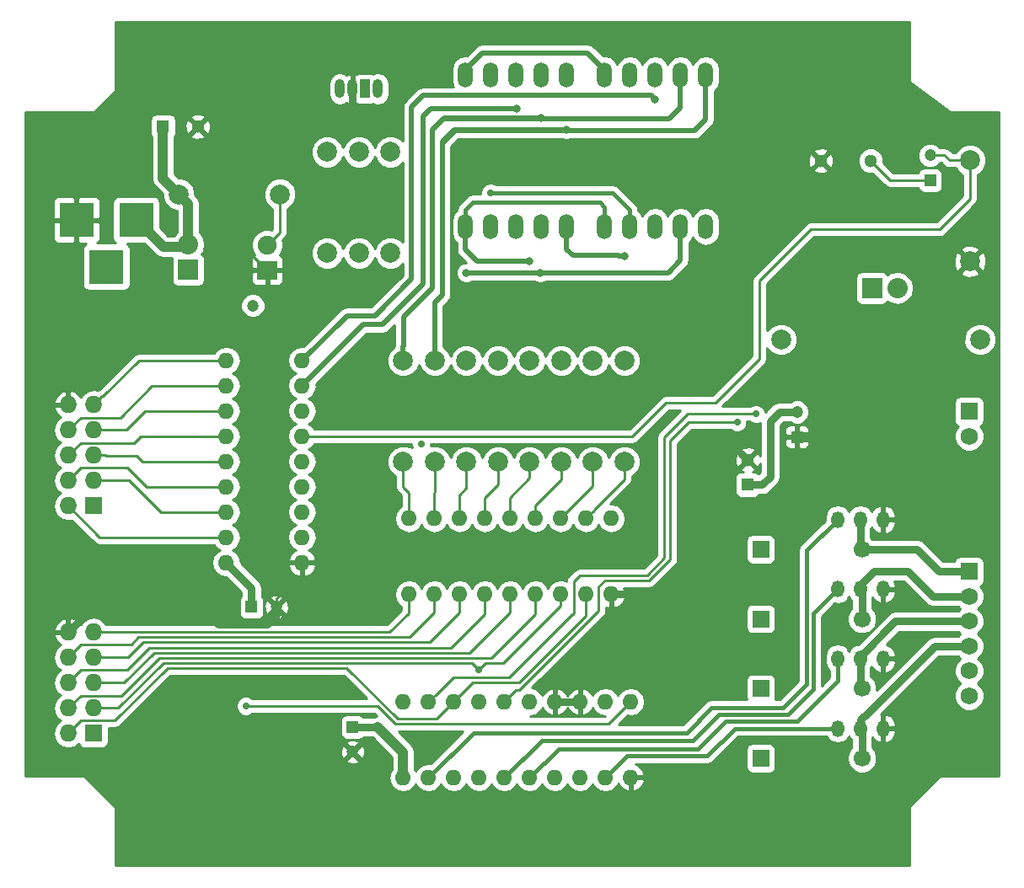
<source format=gbl>
G04 #@! TF.FileFunction,Copper,L2,Bot,Signal*
%FSLAX46Y46*%
G04 Gerber Fmt 4.6, Leading zero omitted, Abs format (unit mm)*
G04 Created by KiCad (PCBNEW 4.0.5) date 03/29/17 16:27:12*
%MOMM*%
%LPD*%
G01*
G04 APERTURE LIST*
%ADD10C,0.100000*%
%ADD11O,1.524000X2.524000*%
%ADD12C,1.998980*%
%ADD13C,1.300000*%
%ADD14R,1.300000X1.300000*%
%ADD15R,1.200000X1.200000*%
%ADD16C,1.200000*%
%ADD17R,1.727200X1.727200*%
%ADD18O,1.727200X1.727200*%
%ADD19R,2.000000X1.900000*%
%ADD20C,1.900000*%
%ADD21O,1.600000X1.600000*%
%ADD22R,3.500120X3.500120*%
%ADD23R,1.750000X1.750000*%
%ADD24C,1.750000*%
%ADD25O,1.000000X1.905000*%
%ADD26R,1.000000X1.905000*%
%ADD27C,1.699260*%
%ADD28R,1.699260X1.699260*%
%ADD29O,1.300000X1.700000*%
%ADD30R,2.032000X2.032000*%
%ADD31O,2.032000X2.032000*%
%ADD32C,0.700000*%
%ADD33C,0.800000*%
%ADD34C,0.250000*%
%ADD35C,0.800000*%
%ADD36C,1.000000*%
%ADD37C,0.500000*%
%ADD38C,0.400000*%
%ADD39C,0.254000*%
G04 APERTURE END LIST*
D10*
D11*
X145300000Y-71620000D03*
X147840000Y-71620000D03*
X150380000Y-71620000D03*
X152920000Y-71620000D03*
X155460000Y-71620000D03*
X155460000Y-56380000D03*
X152920000Y-56380000D03*
X150380000Y-56380000D03*
X147840000Y-56380000D03*
X145300000Y-56380000D03*
D12*
X139065000Y-95250000D03*
X139065000Y-85090000D03*
D13*
X186010000Y-65000000D03*
X181010000Y-65000000D03*
X118435000Y-61595000D03*
D14*
X114935000Y-61595000D03*
D13*
X173670000Y-95060000D03*
D14*
X173670000Y-97560000D03*
D15*
X178645000Y-92760000D03*
D16*
X178645000Y-90260000D03*
D15*
X133985000Y-121920000D03*
D16*
X133985000Y-124420000D03*
D15*
X123825000Y-109855000D03*
D16*
X126325000Y-109855000D03*
D17*
X107950000Y-99695000D03*
D18*
X105410000Y-99695000D03*
X107950000Y-97155000D03*
X105410000Y-97155000D03*
X107950000Y-94615000D03*
X105410000Y-94615000D03*
X107950000Y-92075000D03*
X105410000Y-92075000D03*
X107950000Y-89535000D03*
X105410000Y-89535000D03*
D17*
X107950000Y-122555000D03*
D18*
X105410000Y-122555000D03*
X107950000Y-120015000D03*
X105410000Y-120015000D03*
X107950000Y-117475000D03*
X105410000Y-117475000D03*
X107950000Y-114935000D03*
X105410000Y-114935000D03*
X107950000Y-112395000D03*
X105410000Y-112395000D03*
D19*
X125410000Y-76010000D03*
D20*
X125410000Y-73470000D03*
D11*
X159300000Y-71620000D03*
X161840000Y-71620000D03*
X164380000Y-71620000D03*
X166920000Y-71620000D03*
X169460000Y-71620000D03*
X169460000Y-56380000D03*
X166920000Y-56380000D03*
X164380000Y-56380000D03*
X161840000Y-56380000D03*
X159300000Y-56380000D03*
D21*
X121285000Y-85090000D03*
X121285000Y-87630000D03*
X121285000Y-90170000D03*
X121285000Y-92710000D03*
X121285000Y-95250000D03*
X121285000Y-97790000D03*
X121285000Y-100330000D03*
X121285000Y-102870000D03*
X121285000Y-105410000D03*
X128905000Y-105410000D03*
X128905000Y-102870000D03*
X128905000Y-100330000D03*
X128905000Y-97790000D03*
X128905000Y-95250000D03*
X128905000Y-92710000D03*
X128905000Y-90170000D03*
X128905000Y-87630000D03*
X128905000Y-85090000D03*
X139065000Y-127000000D03*
X141605000Y-127000000D03*
X144145000Y-127000000D03*
X146685000Y-127000000D03*
X149225000Y-127000000D03*
X151765000Y-127000000D03*
X154305000Y-127000000D03*
X156845000Y-127000000D03*
X159385000Y-127000000D03*
X161925000Y-127000000D03*
X161925000Y-119380000D03*
X159385000Y-119380000D03*
X156845000Y-119380000D03*
X154305000Y-119380000D03*
X151765000Y-119380000D03*
X149225000Y-119380000D03*
X146685000Y-119380000D03*
X144145000Y-119380000D03*
X141605000Y-119380000D03*
X139065000Y-119380000D03*
D22*
X112245140Y-70970000D03*
X106245660Y-70970000D03*
X109245400Y-75669000D03*
D12*
X116520000Y-68390000D03*
X126680000Y-68390000D03*
X131445000Y-64135000D03*
X131445000Y-74295000D03*
X134620000Y-64135000D03*
X134620000Y-74295000D03*
X137795000Y-64135000D03*
X137795000Y-74295000D03*
X142240000Y-95250000D03*
X142240000Y-85090000D03*
X145415000Y-95250000D03*
X145415000Y-85090000D03*
X148590000Y-95250000D03*
X148590000Y-85090000D03*
X151765000Y-95250000D03*
X151765000Y-85090000D03*
X154940000Y-95250000D03*
X154940000Y-85090000D03*
X158115000Y-95250000D03*
X158115000Y-85090000D03*
X161290000Y-95250000D03*
X161290000Y-85090000D03*
X196010000Y-64970000D03*
X196010000Y-75130000D03*
D23*
X195920000Y-90190000D03*
D24*
X195920000Y-92690000D03*
D23*
X195920000Y-106280000D03*
D24*
X195920000Y-108780000D03*
X195920000Y-111280000D03*
X195920000Y-113780000D03*
X195920000Y-116280000D03*
X195920000Y-118780000D03*
D25*
X136525000Y-57785000D03*
D26*
X135255000Y-57785000D03*
D25*
X133985000Y-57785000D03*
X132715000Y-57785000D03*
D27*
X185150520Y-125057460D03*
D28*
X174990520Y-125057460D03*
D27*
X185150520Y-118057460D03*
D28*
X174990520Y-118057460D03*
D27*
X185150520Y-111057460D03*
D28*
X174990520Y-111057460D03*
D27*
X185150520Y-104057460D03*
D28*
X174990520Y-104057460D03*
D29*
X184990000Y-122060000D03*
X182698920Y-122060000D03*
X187281080Y-122060000D03*
X184990000Y-115060000D03*
X182698920Y-115060000D03*
X187281080Y-115060000D03*
X184990000Y-108060000D03*
X182698920Y-108060000D03*
X187281080Y-108060000D03*
X184990000Y-101060000D03*
X182698920Y-101060000D03*
X187281080Y-101060000D03*
D15*
X192010000Y-66970000D03*
D16*
X192010000Y-64470000D03*
D30*
X117475000Y-75970000D03*
D31*
X117475000Y-73430000D03*
D30*
X186154100Y-77800700D03*
D31*
X188694100Y-77800700D03*
D12*
X197010000Y-82970000D03*
X177010000Y-82970000D03*
D21*
X139634000Y-108585000D03*
X142174000Y-108585000D03*
X144714000Y-108585000D03*
X147254000Y-108585000D03*
X149794000Y-108585000D03*
X152334000Y-108585000D03*
X154874000Y-108585000D03*
X157414000Y-108585000D03*
X159954000Y-108585000D03*
X159954000Y-100965000D03*
X157414000Y-100965000D03*
X154874000Y-100965000D03*
X152334000Y-100965000D03*
X149794000Y-100965000D03*
X147254000Y-100965000D03*
X144714000Y-100965000D03*
X142174000Y-100965000D03*
X139634000Y-100965000D03*
D32*
X140865020Y-93439010D03*
X167217123Y-94482377D03*
X104250084Y-61408077D03*
X128915200Y-70625200D03*
X126629200Y-93993200D03*
X137665500Y-102997500D03*
X143202700Y-105867700D03*
X162557500Y-98565200D03*
X162557500Y-105766100D03*
X125892600Y-86932000D03*
X129740700Y-78169000D03*
X136522500Y-77978500D03*
X133931700Y-84874600D03*
X137589300Y-83122000D03*
X143799600Y-83007700D03*
X143799600Y-80797900D03*
X146961900Y-80759800D03*
X146961900Y-82588600D03*
X162773400Y-82588600D03*
X133933795Y-87799101D03*
X129349305Y-65254194D03*
X144870160Y-67944693D03*
X171490135Y-127192941D03*
X167942300Y-126200400D03*
X165300700Y-121095000D03*
X156512300Y-114668800D03*
X176667200Y-102197400D03*
X171968200Y-102070400D03*
X172768300Y-109131600D03*
X176870400Y-70434700D03*
X176870400Y-78829400D03*
X173225500Y-78829400D03*
X173225500Y-70536300D03*
X169098000Y-92507300D03*
X169098000Y-87668600D03*
X129347000Y-81826600D03*
X177441900Y-114656100D03*
X177530800Y-109055400D03*
X135608100Y-98362000D03*
X136979700Y-108458500D03*
X133931200Y-105410000D03*
X139970000Y-123440000D03*
X179010000Y-84970000D03*
X180010000Y-124970000D03*
X180010000Y-129970000D03*
X133010000Y-117970000D03*
X124010000Y-117970000D03*
X116010000Y-117970000D03*
X114010000Y-110970000D03*
X120010000Y-81970000D03*
X120010000Y-66970000D03*
X103010000Y-72970000D03*
X103010000Y-84970000D03*
X103010000Y-113970000D03*
X103010000Y-125970000D03*
X109010000Y-125970000D03*
X111010000Y-127970000D03*
X111010000Y-134970000D03*
X120010000Y-134970000D03*
X130010000Y-134970000D03*
X140010000Y-134970000D03*
X150010000Y-134970000D03*
X160010000Y-134970000D03*
X170010000Y-134970000D03*
X180010000Y-134970000D03*
X194010000Y-125970000D03*
X189010000Y-134970000D03*
X189010000Y-129970000D03*
X198010000Y-125970000D03*
X198010000Y-116970000D03*
X198010000Y-106970000D03*
X198010000Y-96970000D03*
X198010000Y-86970000D03*
X198010000Y-76970000D03*
X198010000Y-66970000D03*
X198010000Y-60970000D03*
X189010000Y-58970000D03*
X189010000Y-51970000D03*
X180010000Y-51970000D03*
X170010000Y-51970000D03*
X160010000Y-51970000D03*
X151010000Y-51970000D03*
X140010000Y-51970000D03*
X130010000Y-51970000D03*
D33*
X120010000Y-51970000D03*
X111010000Y-51970000D03*
D32*
X129010000Y-110970000D03*
X137010000Y-110970000D03*
D16*
X123960000Y-79570000D03*
D32*
X123251000Y-119799600D03*
X146657100Y-116174990D03*
D33*
X151765000Y-75123500D03*
D32*
X147840000Y-68240000D03*
D33*
X150429000Y-59754000D03*
X152829300Y-76274200D03*
X145415000Y-76274200D03*
X161287500Y-74574900D03*
X155460000Y-61889400D03*
X152920000Y-60721000D03*
X164380000Y-58865000D03*
D32*
X172624959Y-91304244D03*
X174492868Y-90463874D03*
D34*
X192010000Y-66970000D02*
X187980000Y-66970000D01*
X187980000Y-66970000D02*
X186010000Y-65000000D01*
X196010000Y-75130000D02*
X197850000Y-76970000D01*
X197850000Y-76970000D02*
X198010000Y-76970000D01*
X176870400Y-70434700D02*
X176870400Y-69139600D01*
X176870400Y-69139600D02*
X181010000Y-65000000D01*
X169098000Y-92507300D02*
X167217123Y-94388177D01*
X167217123Y-94388177D02*
X167217123Y-94482377D01*
X103010000Y-62648161D02*
X104250084Y-61408077D01*
X103010000Y-72970000D02*
X103010000Y-62648161D01*
X104190000Y-61400000D02*
X105299076Y-61400000D01*
X105299076Y-61400000D02*
X105319541Y-61420465D01*
X105319541Y-61420465D02*
X107559535Y-61420465D01*
X107559535Y-61420465D02*
X111010000Y-57970000D01*
X111010000Y-57970000D02*
X111010000Y-51970000D01*
X126629200Y-108702272D02*
X126629200Y-93993200D01*
X126325000Y-109855000D02*
X126325000Y-109006472D01*
X126325000Y-109006472D02*
X126629200Y-108702272D01*
X161960926Y-105867700D02*
X143202700Y-105867700D01*
X162557500Y-105766100D02*
X162062526Y-105766100D01*
X162062526Y-105766100D02*
X161960926Y-105867700D01*
X162557500Y-105766100D02*
X162557500Y-98565200D01*
X135837026Y-78169000D02*
X129740700Y-78169000D01*
X136522500Y-77978500D02*
X136027526Y-77978500D01*
X136027526Y-77978500D02*
X135837026Y-78169000D01*
X135334301Y-83471999D02*
X133931700Y-84874600D01*
X137589300Y-83122000D02*
X137239301Y-83471999D01*
X137239301Y-83471999D02*
X135334301Y-83471999D01*
X146428826Y-80797900D02*
X143799600Y-80797900D01*
X146961900Y-80759800D02*
X146466926Y-80759800D01*
X146466926Y-80759800D02*
X146428826Y-80797900D01*
X162773400Y-82588600D02*
X146961900Y-82588600D01*
X134064296Y-87668600D02*
X133933795Y-87799101D01*
X169098000Y-87668600D02*
X134064296Y-87668600D01*
X173020001Y-94410001D02*
X170928234Y-94410001D01*
X170928234Y-94410001D02*
X168741824Y-92223591D01*
D35*
X173020001Y-94410001D02*
X173670000Y-95060000D01*
D34*
X170995161Y-127192941D02*
X171490135Y-127192941D01*
X170232941Y-127192941D02*
X170995161Y-127192941D01*
X170040000Y-127000000D02*
X170232941Y-127192941D01*
X164399000Y-126200400D02*
X163599400Y-127000000D01*
X163599400Y-127000000D02*
X161925000Y-127000000D01*
X167942300Y-126200400D02*
X164399000Y-126200400D01*
X164221200Y-120015500D02*
X165300700Y-121095000D01*
X164221200Y-117767600D02*
X164221200Y-120015500D01*
X161122400Y-114668800D02*
X164221200Y-117767600D01*
X156512300Y-114668800D02*
X161122400Y-114668800D01*
X176444201Y-102420399D02*
X176667200Y-102197400D01*
X171968200Y-102070400D02*
X172318199Y-102420399D01*
X172318199Y-102420399D02*
X176444201Y-102420399D01*
X176959626Y-109131600D02*
X172768300Y-109131600D01*
X177530800Y-109055400D02*
X177035826Y-109055400D01*
X177035826Y-109055400D02*
X176959626Y-109131600D01*
X173225500Y-70536300D02*
X173225500Y-78829400D01*
X177441900Y-114656100D02*
X157045700Y-114656100D01*
X177060400Y-108585000D02*
X177530800Y-109055400D01*
X159954000Y-108585000D02*
X177060400Y-108585000D01*
X128905000Y-105410000D02*
X133931200Y-105410000D01*
X122374700Y-73024700D02*
X122374700Y-65534700D01*
X122374700Y-65534700D02*
X118435000Y-61595000D01*
X125360000Y-76010000D02*
X122374700Y-73024700D01*
X122565200Y-74574900D02*
X122565200Y-66664800D01*
X122565200Y-66664800D02*
X128290000Y-60940000D01*
X124063800Y-76073500D02*
X122565200Y-74574900D01*
X125296500Y-76073500D02*
X124063800Y-76073500D01*
X125410000Y-76010000D02*
X125360000Y-76010000D01*
X125360000Y-76010000D02*
X125296500Y-76073500D01*
X120359999Y-78888301D02*
X123238300Y-76010000D01*
X123238300Y-76010000D02*
X125410000Y-76010000D01*
X120010000Y-81970000D02*
X120359999Y-81620001D01*
X120359999Y-81620001D02*
X120359999Y-78888301D01*
X129010000Y-110970000D02*
X127440000Y-110970000D01*
X127440000Y-110970000D02*
X126325000Y-109855000D01*
X137010000Y-110970000D02*
X136997613Y-110957613D01*
X136997613Y-110957613D02*
X129022387Y-110957613D01*
X129022387Y-110957613D02*
X129010000Y-110970000D01*
D35*
X128270000Y-60960000D02*
X128270000Y-60920000D01*
X132940005Y-60940000D02*
X134000928Y-59879077D01*
X128270000Y-60920000D02*
X128290000Y-60940000D01*
X128290000Y-60940000D02*
X132940005Y-60940000D01*
D34*
X180170000Y-51970000D02*
X180010000Y-51970000D01*
X181010000Y-86970000D02*
X179010000Y-84970000D01*
X198010000Y-86970000D02*
X181010000Y-86970000D01*
X180010000Y-129970000D02*
X180010000Y-124970000D01*
X124010000Y-117970000D02*
X133010000Y-117970000D01*
X116010000Y-117970000D02*
X124010000Y-117970000D01*
X114010000Y-110458500D02*
X114010000Y-110970000D01*
X118110000Y-105410000D02*
X118110000Y-106358500D01*
X118110000Y-106358500D02*
X114010000Y-110458500D01*
X120010000Y-66970000D02*
X120010000Y-81970000D01*
X103010000Y-84970000D02*
X103010000Y-72970000D01*
X193010000Y-125970000D02*
X189010000Y-129970000D01*
X198010000Y-125970000D02*
X193010000Y-125970000D01*
D36*
X181920000Y-91085000D02*
X181920000Y-84790000D01*
X178645000Y-92760000D02*
X180245000Y-92760000D01*
X180245000Y-92760000D02*
X181920000Y-91085000D01*
D35*
X160020000Y-108585000D02*
X161151370Y-108585000D01*
X118110000Y-109230000D02*
X108575000Y-109230000D01*
X108575000Y-109230000D02*
X105410000Y-112395000D01*
X120495990Y-111615990D02*
X118110000Y-109230000D01*
X118110000Y-109230000D02*
X118110000Y-105410000D01*
X125412538Y-111615990D02*
X120495990Y-111615990D01*
X126325000Y-109855000D02*
X126325000Y-110703528D01*
X126325000Y-110703528D02*
X125412538Y-111615990D01*
X154305000Y-119380000D02*
X156845000Y-119380000D01*
X133985000Y-59835000D02*
X133985000Y-57785000D01*
D36*
X117475000Y-71796400D02*
X117475000Y-73660000D01*
X117475000Y-73660000D02*
X114971527Y-73660000D01*
X114971527Y-73660000D02*
X112196977Y-70885450D01*
X114935000Y-61595000D02*
X114935000Y-66805000D01*
X114935000Y-66805000D02*
X116510209Y-68380209D01*
X117475000Y-73430000D02*
X117475000Y-69345000D01*
X117475000Y-69345000D02*
X116520000Y-68390000D01*
X136525000Y-121920000D02*
X139065000Y-124460000D01*
X139065000Y-124460000D02*
X139065000Y-127000000D01*
D35*
X175940000Y-91200000D02*
X176880000Y-90260000D01*
X176880000Y-90260000D02*
X178645000Y-90260000D01*
X175940000Y-96740000D02*
X175940000Y-91200000D01*
X173670000Y-97560000D02*
X175120000Y-97560000D01*
X175120000Y-97560000D02*
X175940000Y-96740000D01*
X123825000Y-109855000D02*
X123825000Y-107950000D01*
X123825000Y-107950000D02*
X121285000Y-105410000D01*
X133985000Y-121920000D02*
X136525000Y-121920000D01*
D34*
X118110000Y-102870000D02*
X121285000Y-102870000D01*
X105410000Y-99695000D02*
X108585000Y-102870000D01*
X108585000Y-102870000D02*
X121285000Y-102870000D01*
X118110000Y-100330000D02*
X121285000Y-100330000D01*
X111515000Y-97155000D02*
X114690000Y-100330000D01*
X114690000Y-100330000D02*
X121285000Y-100330000D01*
X107950000Y-97155000D02*
X111515000Y-97155000D01*
X118110000Y-97790000D02*
X121285000Y-97790000D01*
X105410000Y-97155000D02*
X106707399Y-95857601D01*
X106707399Y-95857601D02*
X111337601Y-95857601D01*
X111337601Y-95857601D02*
X113270000Y-97790000D01*
X113270000Y-97790000D02*
X121285000Y-97790000D01*
X159705989Y-121599011D02*
X161125001Y-120179999D01*
X138294932Y-121599011D02*
X159705989Y-121599011D01*
X161125001Y-120179999D02*
X161925000Y-119380000D01*
X136495521Y-119799600D02*
X138294932Y-121599011D01*
X123251000Y-119799600D02*
X136495521Y-119799600D01*
X118110000Y-95250000D02*
X121285000Y-95250000D01*
X112260000Y-94640000D02*
X112870000Y-95250000D01*
X112870000Y-95250000D02*
X121285000Y-95250000D01*
X109196314Y-94640000D02*
X112260000Y-94640000D01*
X107950000Y-94615000D02*
X109171314Y-94615000D01*
X109171314Y-94615000D02*
X109196314Y-94640000D01*
X118110000Y-92710000D02*
X121285000Y-92710000D01*
X112037601Y-93372399D02*
X112700000Y-92710000D01*
X112700000Y-92710000D02*
X121285000Y-92710000D01*
X105410000Y-94615000D02*
X106652601Y-93372399D01*
X106652601Y-93372399D02*
X112037601Y-93372399D01*
X118110000Y-90170000D02*
X119097828Y-90170000D01*
X119097828Y-90170000D02*
X121285000Y-90170000D01*
X111245000Y-92075000D02*
X113150000Y-90170000D01*
X113150000Y-90170000D02*
X121285000Y-90170000D01*
X107950000Y-92075000D02*
X111245000Y-92075000D01*
X118110000Y-87630000D02*
X121285000Y-87630000D01*
X105410000Y-92075000D02*
X106652601Y-90832399D01*
X113840000Y-87630000D02*
X121285000Y-87630000D01*
X106652601Y-90832399D02*
X110637601Y-90832399D01*
X110637601Y-90832399D02*
X113840000Y-87630000D01*
X118110000Y-85090000D02*
X119097828Y-85090000D01*
X119097828Y-85090000D02*
X121285000Y-85090000D01*
X108908599Y-88671401D02*
X112490000Y-85090000D01*
X112490000Y-85090000D02*
X121285000Y-85090000D01*
X107950000Y-89535000D02*
X108813599Y-88671401D01*
X108813599Y-88671401D02*
X108908599Y-88671401D01*
X150750489Y-117433411D02*
X157414000Y-110769900D01*
X146091589Y-117433411D02*
X150750489Y-117433411D01*
X144145000Y-119380000D02*
X146091589Y-117433411D01*
X157414000Y-109716370D02*
X157414000Y-108585000D01*
X157414000Y-110769900D02*
X157414000Y-109716370D01*
X138503700Y-121095000D02*
X142430000Y-121095000D01*
X142430000Y-121095000D02*
X144145000Y-119380000D01*
X133384740Y-115976040D02*
X138503700Y-121095000D01*
X115373960Y-115976040D02*
X126514900Y-115976040D01*
X126514900Y-115976040D02*
X133384740Y-115976040D01*
X157410000Y-108655000D02*
X157480000Y-108585000D01*
X110092399Y-121257601D02*
X115373960Y-115976040D01*
X105410000Y-122555000D02*
X106707399Y-121257601D01*
X106707399Y-121257601D02*
X110092399Y-121257601D01*
X147360060Y-115472030D02*
X147007099Y-115824991D01*
X114990000Y-115472030D02*
X145954140Y-115472030D01*
X147007099Y-115824991D02*
X146657100Y-116174990D01*
X107950000Y-120015000D02*
X110447030Y-120015000D01*
X110447030Y-120015000D02*
X114990000Y-115472030D01*
X145954140Y-115472030D02*
X146307101Y-115824991D01*
X154874000Y-109716370D02*
X149118340Y-115472030D01*
X149118340Y-115472030D02*
X147360060Y-115472030D01*
X146307101Y-115824991D02*
X146657100Y-116174990D01*
X154874000Y-108585000D02*
X154874000Y-109716370D01*
X154870000Y-108655000D02*
X154940000Y-108585000D01*
X105410000Y-120015000D02*
X106652601Y-118772399D01*
X106652601Y-118772399D02*
X110727601Y-118772399D01*
X114531980Y-114968020D02*
X147932680Y-114968020D01*
X110727601Y-118772399D02*
X114531980Y-114968020D01*
X147932680Y-114968020D02*
X152334000Y-110566700D01*
X152334000Y-110566700D02*
X152334000Y-108585000D01*
X152330000Y-108655000D02*
X152400000Y-108585000D01*
X107950000Y-117475000D02*
X111019010Y-117475000D01*
X111019010Y-117475000D02*
X114030000Y-114464010D01*
X114030000Y-114464010D02*
X145706190Y-114464010D01*
X145706190Y-114464010D02*
X149794000Y-110376200D01*
X149794000Y-110376200D02*
X149794000Y-108585000D01*
X105410000Y-117475000D02*
X106707399Y-116177601D01*
X106707399Y-116177601D02*
X111332399Y-116177601D01*
X147254000Y-110579400D02*
X147254000Y-108585000D01*
X111332399Y-116177601D02*
X113550000Y-113960000D01*
X113550000Y-113960000D02*
X143873400Y-113960000D01*
X143873400Y-113960000D02*
X147254000Y-110579400D01*
X147250000Y-108655000D02*
X147320000Y-108585000D01*
X107950000Y-114935000D02*
X111398020Y-114935000D01*
X141743700Y-113410000D02*
X144714000Y-110439700D01*
X111398020Y-114935000D02*
X112923020Y-113410000D01*
X112923020Y-113410000D02*
X141743700Y-113410000D01*
X144714000Y-110439700D02*
X144714000Y-108585000D01*
X144710000Y-108655000D02*
X144780000Y-108585000D01*
X105410000Y-114935000D02*
X106707399Y-113637601D01*
X106707399Y-113637601D02*
X111742399Y-113637601D01*
X111742399Y-113637601D02*
X112480990Y-112899010D01*
X112480990Y-112899010D02*
X139689290Y-112899010D01*
X139689290Y-112899010D02*
X142174000Y-110414300D01*
X142174000Y-110414300D02*
X142174000Y-108585000D01*
X142170000Y-108655000D02*
X142240000Y-108585000D01*
X137716800Y-112395000D02*
X139634000Y-110477800D01*
X139634000Y-110477800D02*
X139634000Y-108585000D01*
X107950000Y-112395000D02*
X132179100Y-112395000D01*
X132179100Y-112395000D02*
X137716800Y-112395000D01*
X139630000Y-108655000D02*
X139700000Y-108585000D01*
D35*
X190700000Y-104100000D02*
X192880000Y-106280000D01*
X192880000Y-106280000D02*
X195920000Y-106280000D01*
X186606032Y-104100000D02*
X190700000Y-104100000D01*
X185150000Y-104057460D02*
X186563492Y-104057460D01*
X186563492Y-104057460D02*
X186606032Y-104100000D01*
X184990000Y-101060000D02*
X184990000Y-103897460D01*
X184990000Y-103897460D02*
X185150000Y-104057460D01*
X189730000Y-106240000D02*
X192270000Y-108780000D01*
X192270000Y-108780000D02*
X195920000Y-108780000D01*
X186370000Y-106240000D02*
X189730000Y-106240000D01*
X184990000Y-107620000D02*
X186370000Y-106240000D01*
X184990000Y-108060000D02*
X184990000Y-107620000D01*
X185150000Y-111057460D02*
X185150000Y-108220000D01*
X185150000Y-108220000D02*
X184990000Y-108060000D01*
X184990000Y-115060000D02*
X184990000Y-117897460D01*
X184990000Y-117897460D02*
X185150000Y-118057460D01*
X184990000Y-114800000D02*
X188510000Y-111280000D01*
X188510000Y-111280000D02*
X195920000Y-111280000D01*
X184990000Y-115060000D02*
X184990000Y-114800000D01*
X195920000Y-113780000D02*
X192480000Y-113780000D01*
X192480000Y-113780000D02*
X185401558Y-120858442D01*
X185401558Y-120858442D02*
X185331558Y-120858442D01*
X185331558Y-120858442D02*
X184990000Y-121200000D01*
X184990000Y-121200000D02*
X184990000Y-122060000D01*
X185150000Y-125057460D02*
X185150000Y-122220000D01*
X185150000Y-122220000D02*
X184990000Y-122060000D01*
D34*
X126680000Y-68390000D02*
X126680000Y-72200000D01*
X126680000Y-72200000D02*
X125410000Y-73470000D01*
D37*
X146481800Y-75123500D02*
X145300000Y-73941700D01*
X145300000Y-73941700D02*
X145300000Y-71620000D01*
X151765000Y-75123500D02*
X146481800Y-75123500D01*
D38*
X145300000Y-71620000D02*
X145300000Y-69958000D01*
X145300000Y-69958000D02*
X146078000Y-69180000D01*
X146078000Y-69180000D02*
X158800000Y-69180000D01*
X158800000Y-69180000D02*
X159300000Y-69680000D01*
X159300000Y-69680000D02*
X159300000Y-71620000D01*
X161840000Y-71620000D02*
X161840000Y-69958000D01*
X161840000Y-69958000D02*
X160122000Y-68240000D01*
X160122000Y-68240000D02*
X148334974Y-68240000D01*
X148334974Y-68240000D02*
X147840000Y-68240000D01*
D37*
X141793000Y-59754000D02*
X150429000Y-59754000D01*
X141031000Y-60516000D02*
X141793000Y-59754000D01*
X141031000Y-77407000D02*
X141031000Y-60516000D01*
X136967000Y-81471000D02*
X141031000Y-77407000D01*
X135064000Y-81471000D02*
X136967000Y-81471000D01*
X128905000Y-87630000D02*
X135064000Y-81471000D01*
X145415000Y-76274200D02*
X152829300Y-76274200D01*
X152829300Y-76274200D02*
X165671500Y-76274200D01*
X165671500Y-76274200D02*
X166920000Y-75025700D01*
X166920000Y-75025700D02*
X166920000Y-71620000D01*
X152920000Y-71620000D02*
X152920000Y-72120000D01*
X156131300Y-74549500D02*
X155460000Y-73878200D01*
X155460000Y-73878200D02*
X155460000Y-71620000D01*
X160696415Y-74549500D02*
X156131300Y-74549500D01*
X161287500Y-74574900D02*
X160721815Y-74574900D01*
X160721815Y-74574900D02*
X160696415Y-74549500D01*
D38*
X169460000Y-71120000D02*
X169460000Y-71620000D01*
X155460000Y-71620000D02*
X155460000Y-72120000D01*
D37*
X143012200Y-63068700D02*
X144191500Y-61889400D01*
X144191500Y-61889400D02*
X155460000Y-61889400D01*
X143012200Y-63208400D02*
X143012200Y-63068700D01*
X155460000Y-61889400D02*
X154894315Y-61889400D01*
X154894315Y-61889400D02*
X154807215Y-61976500D01*
X154807215Y-61976500D02*
X144244100Y-61976500D01*
X168361400Y-61976500D02*
X169460000Y-60877900D01*
X169460000Y-60877900D02*
X169460000Y-56380000D01*
X144244100Y-61976500D02*
X168361400Y-61976500D01*
X143012200Y-63208400D02*
X144244100Y-61976500D01*
X143012200Y-78486500D02*
X143012200Y-63208400D01*
X142224800Y-79273900D02*
X143012200Y-78486500D01*
X142224800Y-83661308D02*
X142224800Y-79273900D01*
X142240000Y-85090000D02*
X142240000Y-83676508D01*
X142240000Y-83676508D02*
X142224800Y-83661308D01*
X165796000Y-60782700D02*
X166920000Y-59658700D01*
X166920000Y-59658700D02*
X166920000Y-56380000D01*
X143126500Y-60782700D02*
X162735300Y-60782700D01*
X162735300Y-60782700D02*
X165796000Y-60782700D01*
X143126500Y-60782700D02*
X143188200Y-60721000D01*
X143188200Y-60721000D02*
X152920000Y-60721000D01*
X142008900Y-61900300D02*
X143126500Y-60782700D01*
X142008900Y-77788000D02*
X142008900Y-61900300D01*
X139075200Y-80721700D02*
X142008900Y-77788000D01*
X139075200Y-83666308D02*
X139075200Y-80721700D01*
X139065000Y-85090000D02*
X139065000Y-83676508D01*
X139065000Y-83676508D02*
X139075200Y-83666308D01*
X159300000Y-56380000D02*
X159300000Y-55880000D01*
X159300000Y-55880000D02*
X157570000Y-54150000D01*
X157570000Y-54150000D02*
X147030000Y-54150000D01*
X147030000Y-54150000D02*
X145300000Y-55880000D01*
X163980001Y-58465001D02*
X164380000Y-58865000D01*
X141049999Y-58465001D02*
X163980001Y-58465001D01*
X139888000Y-59627000D02*
X141049999Y-58465001D01*
X139888000Y-76899000D02*
X139888000Y-59627000D01*
X136212990Y-80574010D02*
X139888000Y-76899000D01*
X128905000Y-85090000D02*
X133420990Y-80574010D01*
X133420990Y-80574010D02*
X136212990Y-80574010D01*
D38*
X169590000Y-124830000D02*
X172360000Y-122060000D01*
X172360000Y-122060000D02*
X182698920Y-122060000D01*
X161555000Y-124830000D02*
X169590000Y-124830000D01*
X159385000Y-127000000D02*
X161555000Y-124830000D01*
X151765000Y-127000000D02*
X154671488Y-124093512D01*
X154671488Y-124093512D02*
X168686488Y-124093512D01*
X168686488Y-124093512D02*
X171440000Y-121340000D01*
X171440000Y-121340000D02*
X178660000Y-121340000D01*
X178660000Y-121340000D02*
X182698920Y-117301080D01*
X182698920Y-117301080D02*
X182698920Y-115060000D01*
X149225000Y-127000000D02*
X152963532Y-123261468D01*
X152963532Y-123261468D02*
X168128532Y-123261468D01*
X168128532Y-123261468D02*
X170740000Y-120650000D01*
X170740000Y-120650000D02*
X177710000Y-120650000D01*
X180240000Y-110518920D02*
X182698920Y-108060000D01*
X177710000Y-120650000D02*
X180240000Y-118120000D01*
X180240000Y-118120000D02*
X180240000Y-110518920D01*
X141605000Y-127000000D02*
X146126632Y-122478368D01*
X146126632Y-122478368D02*
X167521632Y-122478368D01*
X179610000Y-110224011D02*
X179610000Y-104148920D01*
X167521632Y-122478368D02*
X170004010Y-119995990D01*
X177214010Y-119995990D02*
X179585990Y-117624010D01*
X170004010Y-119995990D02*
X177214010Y-119995990D01*
X179585990Y-117624010D02*
X179585990Y-110248021D01*
X179610000Y-104148920D02*
X182698920Y-101060000D01*
X179585990Y-110248021D02*
X179610000Y-110224011D01*
D34*
X139065000Y-97793000D02*
X139634000Y-98362000D01*
X139634000Y-98362000D02*
X139634000Y-100965000D01*
X139065000Y-95250000D02*
X139065000Y-97793000D01*
X142240000Y-98296000D02*
X142174000Y-98362000D01*
X142174000Y-98362000D02*
X142174000Y-100965000D01*
X142240000Y-95250000D02*
X142240000Y-98296000D01*
X145415000Y-97915000D02*
X144714000Y-98616000D01*
X144714000Y-98616000D02*
X144714000Y-100965000D01*
X145415000Y-95250000D02*
X145415000Y-97915000D01*
X147254000Y-100965000D02*
X147254000Y-98870000D01*
X147254000Y-98870000D02*
X148590000Y-97534000D01*
X148590000Y-97534000D02*
X148590000Y-95250000D01*
X151765000Y-95250000D02*
X151765000Y-96899000D01*
X151765000Y-96899000D02*
X149794000Y-98870000D01*
X149794000Y-98870000D02*
X149794000Y-100965000D01*
X152334000Y-100965000D02*
X152334000Y-99632000D01*
X152334000Y-99632000D02*
X154940000Y-97026000D01*
X154940000Y-97026000D02*
X154940000Y-95250000D01*
X158115000Y-95250000D02*
X158115000Y-97724000D01*
X158115000Y-97724000D02*
X154874000Y-100965000D01*
X158213999Y-100102001D02*
X161290000Y-97026000D01*
X161290000Y-97026000D02*
X161290000Y-95250000D01*
X157414000Y-100965000D02*
X158213999Y-100165001D01*
X158213999Y-100165001D02*
X158213999Y-100102001D01*
X193418500Y-64427600D02*
X193960900Y-64970000D01*
X193960900Y-64970000D02*
X196010000Y-64970000D01*
X192900928Y-64427600D02*
X193418500Y-64427600D01*
X192010000Y-64470000D02*
X192858528Y-64470000D01*
X192858528Y-64470000D02*
X192900928Y-64427600D01*
X128905000Y-92710000D02*
X162088100Y-92710000D01*
X174851100Y-84938100D02*
X174851100Y-77076800D01*
X162088100Y-92710000D02*
X165440400Y-89357700D01*
X196010000Y-66383492D02*
X196010000Y-64970000D01*
X165440400Y-89357700D02*
X170431500Y-89357700D01*
X170431500Y-89357700D02*
X174851100Y-84938100D01*
X174851100Y-77076800D02*
X180007300Y-71920600D01*
X180007300Y-71920600D02*
X192923200Y-71920600D01*
X192923200Y-71920600D02*
X196022000Y-68821800D01*
X196022000Y-68821800D02*
X196022000Y-66395492D01*
X196022000Y-66395492D02*
X196010000Y-66383492D01*
X172129985Y-91304244D02*
X172624959Y-91304244D01*
X165897600Y-93129600D02*
X167722956Y-91304244D01*
X165897600Y-105081877D02*
X165897600Y-93129600D01*
X159322990Y-107184510D02*
X163794967Y-107184510D01*
X163794967Y-107184510D02*
X165897600Y-105081877D01*
X158696700Y-110211100D02*
X158696700Y-107810800D01*
X167722956Y-91304244D02*
X172129985Y-91304244D01*
X149225000Y-119380000D02*
X150404001Y-118200999D01*
X150404001Y-118200999D02*
X150706801Y-118200999D01*
X150706801Y-118200999D02*
X158696700Y-110211100D01*
X158696700Y-107810800D02*
X159322990Y-107184510D01*
X173997894Y-90463874D02*
X174492868Y-90463874D01*
X165313400Y-92774000D02*
X167623526Y-90463874D01*
X163459200Y-106680500D02*
X163573500Y-106680500D01*
X163573500Y-106680500D02*
X165313400Y-104940600D01*
X165313400Y-104940600D02*
X165313400Y-92774000D01*
X167623526Y-90463874D02*
X173997894Y-90463874D01*
X163459200Y-106680500D02*
X163586200Y-106680500D01*
X156804400Y-106680500D02*
X163459200Y-106680500D01*
X156182100Y-107302800D02*
X156804400Y-106680500D01*
X156182100Y-110465100D02*
X156182100Y-107302800D01*
X156103801Y-110543399D02*
X156182100Y-110465100D01*
X149667000Y-116929400D02*
X156053001Y-110543399D01*
X156053001Y-110543399D02*
X156103801Y-110543399D01*
X144091700Y-116929400D02*
X149667000Y-116929400D01*
X142441099Y-118580001D02*
X144091700Y-116929400D01*
X141605000Y-119380000D02*
X142404999Y-118580001D01*
X142404999Y-118580001D02*
X142441099Y-118580001D01*
D39*
G36*
X189883000Y-56970000D02*
X189893006Y-57019410D01*
X189933800Y-57071600D01*
X193933800Y-60071600D01*
X193979332Y-60093241D01*
X194010000Y-60097000D01*
X198883000Y-60097000D01*
X198883000Y-126843000D01*
X193010000Y-126843000D01*
X192960590Y-126853006D01*
X192920197Y-126880197D01*
X189920197Y-129880197D01*
X189892334Y-129922211D01*
X189883000Y-129970000D01*
X189883000Y-135843000D01*
X110137000Y-135843000D01*
X110137000Y-129970000D01*
X110126994Y-129920590D01*
X110099803Y-129880197D01*
X107099803Y-126880197D01*
X107057789Y-126852334D01*
X107010000Y-126843000D01*
X101137000Y-126843000D01*
X101137000Y-125282735D01*
X133301870Y-125282735D01*
X133351383Y-125508164D01*
X133816036Y-125667807D01*
X134306413Y-125637482D01*
X134618617Y-125508164D01*
X134668130Y-125282735D01*
X133985000Y-124599605D01*
X133301870Y-125282735D01*
X101137000Y-125282735D01*
X101137000Y-124251036D01*
X132737193Y-124251036D01*
X132767518Y-124741413D01*
X132896836Y-125053617D01*
X133122265Y-125103130D01*
X133805395Y-124420000D01*
X134164605Y-124420000D01*
X134847735Y-125103130D01*
X135073164Y-125053617D01*
X135232807Y-124588964D01*
X135202482Y-124098587D01*
X135073164Y-123786383D01*
X134847735Y-123736870D01*
X134164605Y-124420000D01*
X133805395Y-124420000D01*
X133122265Y-123736870D01*
X132896836Y-123786383D01*
X132737193Y-124251036D01*
X101137000Y-124251036D01*
X101137000Y-114905641D01*
X103911400Y-114905641D01*
X103911400Y-114964359D01*
X104025474Y-115537848D01*
X104350330Y-116024029D01*
X104621172Y-116205000D01*
X104350330Y-116385971D01*
X104025474Y-116872152D01*
X103911400Y-117445641D01*
X103911400Y-117504359D01*
X104025474Y-118077848D01*
X104350330Y-118564029D01*
X104621172Y-118745000D01*
X104350330Y-118925971D01*
X104025474Y-119412152D01*
X103911400Y-119985641D01*
X103911400Y-120044359D01*
X104025474Y-120617848D01*
X104350330Y-121104029D01*
X104621172Y-121285000D01*
X104350330Y-121465971D01*
X104025474Y-121952152D01*
X103911400Y-122525641D01*
X103911400Y-122584359D01*
X104025474Y-123157848D01*
X104350330Y-123644029D01*
X104836511Y-123968885D01*
X105410000Y-124082959D01*
X105983489Y-123968885D01*
X106469670Y-123644029D01*
X106478805Y-123630358D01*
X106483238Y-123653917D01*
X106622310Y-123870041D01*
X106834510Y-124015031D01*
X107086400Y-124066040D01*
X108813600Y-124066040D01*
X109048917Y-124021762D01*
X109265041Y-123882690D01*
X109410031Y-123670490D01*
X109432959Y-123557265D01*
X133301870Y-123557265D01*
X133985000Y-124240395D01*
X134668130Y-123557265D01*
X134618617Y-123331836D01*
X134153964Y-123172193D01*
X133663587Y-123202518D01*
X133351383Y-123331836D01*
X133301870Y-123557265D01*
X109432959Y-123557265D01*
X109461040Y-123418600D01*
X109461040Y-122017601D01*
X110092399Y-122017601D01*
X110383238Y-121959749D01*
X110629800Y-121795002D01*
X115688762Y-116736040D01*
X133069938Y-116736040D01*
X135373498Y-119039600D01*
X123884111Y-119039600D01*
X123809686Y-118965045D01*
X123447788Y-118814772D01*
X123055931Y-118814430D01*
X122693771Y-118964071D01*
X122416445Y-119240914D01*
X122266172Y-119602812D01*
X122265830Y-119994669D01*
X122415471Y-120356829D01*
X122692314Y-120634155D01*
X123054212Y-120784428D01*
X123446069Y-120784770D01*
X123808229Y-120635129D01*
X123883890Y-120559600D01*
X136180719Y-120559600D01*
X136425843Y-120804724D01*
X136090655Y-120871397D01*
X136070297Y-120885000D01*
X135059669Y-120885000D01*
X135049090Y-120868559D01*
X134836890Y-120723569D01*
X134585000Y-120672560D01*
X133385000Y-120672560D01*
X133149683Y-120716838D01*
X132933559Y-120855910D01*
X132788569Y-121068110D01*
X132737560Y-121320000D01*
X132737560Y-122520000D01*
X132781838Y-122755317D01*
X132920910Y-122971441D01*
X133133110Y-123116431D01*
X133385000Y-123167440D01*
X134585000Y-123167440D01*
X134820317Y-123123162D01*
X135036441Y-122984090D01*
X135056317Y-122955000D01*
X135954868Y-122955000D01*
X137930000Y-124930133D01*
X137930000Y-126137233D01*
X137739233Y-126422736D01*
X137630000Y-126971887D01*
X137630000Y-127028113D01*
X137739233Y-127577264D01*
X138050302Y-128042811D01*
X138515849Y-128353880D01*
X139065000Y-128463113D01*
X139614151Y-128353880D01*
X140079698Y-128042811D01*
X140335000Y-127660725D01*
X140590302Y-128042811D01*
X141055849Y-128353880D01*
X141605000Y-128463113D01*
X142154151Y-128353880D01*
X142619698Y-128042811D01*
X142875000Y-127660725D01*
X143130302Y-128042811D01*
X143595849Y-128353880D01*
X144145000Y-128463113D01*
X144694151Y-128353880D01*
X145159698Y-128042811D01*
X145415000Y-127660725D01*
X145670302Y-128042811D01*
X146135849Y-128353880D01*
X146685000Y-128463113D01*
X147234151Y-128353880D01*
X147699698Y-128042811D01*
X147955000Y-127660725D01*
X148210302Y-128042811D01*
X148675849Y-128353880D01*
X149225000Y-128463113D01*
X149774151Y-128353880D01*
X150239698Y-128042811D01*
X150495000Y-127660725D01*
X150750302Y-128042811D01*
X151215849Y-128353880D01*
X151765000Y-128463113D01*
X152314151Y-128353880D01*
X152779698Y-128042811D01*
X153035000Y-127660725D01*
X153290302Y-128042811D01*
X153755849Y-128353880D01*
X154305000Y-128463113D01*
X154854151Y-128353880D01*
X155319698Y-128042811D01*
X155575000Y-127660725D01*
X155830302Y-128042811D01*
X156295849Y-128353880D01*
X156845000Y-128463113D01*
X157394151Y-128353880D01*
X157859698Y-128042811D01*
X158115000Y-127660725D01*
X158370302Y-128042811D01*
X158835849Y-128353880D01*
X159385000Y-128463113D01*
X159934151Y-128353880D01*
X160399698Y-128042811D01*
X160669986Y-127638297D01*
X160772611Y-127855134D01*
X161187577Y-128231041D01*
X161575961Y-128391904D01*
X161798000Y-128269915D01*
X161798000Y-127127000D01*
X162052000Y-127127000D01*
X162052000Y-128269915D01*
X162274039Y-128391904D01*
X162662423Y-128231041D01*
X163077389Y-127855134D01*
X163316914Y-127349041D01*
X163195629Y-127127000D01*
X162052000Y-127127000D01*
X161798000Y-127127000D01*
X161778000Y-127127000D01*
X161778000Y-126873000D01*
X161798000Y-126873000D01*
X161798000Y-126853000D01*
X162052000Y-126853000D01*
X162052000Y-126873000D01*
X163195629Y-126873000D01*
X163316914Y-126650959D01*
X163077389Y-126144866D01*
X162662423Y-125768959D01*
X162411427Y-125665000D01*
X169590000Y-125665000D01*
X169909541Y-125601439D01*
X170180434Y-125420434D01*
X171393038Y-124207830D01*
X173493450Y-124207830D01*
X173493450Y-125907090D01*
X173537728Y-126142407D01*
X173676800Y-126358531D01*
X173889000Y-126503521D01*
X174140890Y-126554530D01*
X175840150Y-126554530D01*
X176075467Y-126510252D01*
X176291591Y-126371180D01*
X176436581Y-126158980D01*
X176487590Y-125907090D01*
X176487590Y-124207830D01*
X176443312Y-123972513D01*
X176304240Y-123756389D01*
X176092040Y-123611399D01*
X175840150Y-123560390D01*
X174140890Y-123560390D01*
X173905573Y-123604668D01*
X173689449Y-123743740D01*
X173544459Y-123955940D01*
X173493450Y-124207830D01*
X171393038Y-124207830D01*
X172705868Y-122895000D01*
X181588014Y-122895000D01*
X181790288Y-123197725D01*
X182207172Y-123476278D01*
X182698920Y-123574093D01*
X183190668Y-123476278D01*
X183607552Y-123197725D01*
X183844460Y-122843167D01*
X184081368Y-123197725D01*
X184115000Y-123220197D01*
X184115000Y-123993420D01*
X183892646Y-124215386D01*
X183666148Y-124760853D01*
X183665632Y-125351476D01*
X183891178Y-125897337D01*
X184308446Y-126315334D01*
X184853913Y-126541832D01*
X185444536Y-126542348D01*
X185990397Y-126316802D01*
X186408394Y-125899534D01*
X186634892Y-125354067D01*
X186635408Y-124763444D01*
X186409862Y-124217583D01*
X186185000Y-123992328D01*
X186185000Y-122920493D01*
X186464604Y-123259588D01*
X186909280Y-123495951D01*
X186955609Y-123503099D01*
X187154080Y-123379067D01*
X187154080Y-122187000D01*
X187408080Y-122187000D01*
X187408080Y-123379067D01*
X187606551Y-123503099D01*
X187652880Y-123495951D01*
X188097556Y-123259588D01*
X188417931Y-122871047D01*
X188565231Y-122389480D01*
X188410926Y-122187000D01*
X187408080Y-122187000D01*
X187154080Y-122187000D01*
X187134080Y-122187000D01*
X187134080Y-121933000D01*
X187154080Y-121933000D01*
X187154080Y-120740933D01*
X187408080Y-120740933D01*
X187408080Y-121933000D01*
X188410926Y-121933000D01*
X188565231Y-121730520D01*
X188417931Y-121248953D01*
X188097556Y-120860412D01*
X187652880Y-120624049D01*
X187606551Y-120616901D01*
X187408080Y-120740933D01*
X187154080Y-120740933D01*
X187048660Y-120675052D01*
X192908711Y-114815000D01*
X194819593Y-114815000D01*
X195034536Y-115030318D01*
X194640630Y-115423537D01*
X194410262Y-115978325D01*
X194409738Y-116579040D01*
X194639138Y-117134229D01*
X195034536Y-117530318D01*
X194640630Y-117923537D01*
X194410262Y-118478325D01*
X194409738Y-119079040D01*
X194639138Y-119634229D01*
X195063537Y-120059370D01*
X195618325Y-120289738D01*
X196219040Y-120290262D01*
X196774229Y-120060862D01*
X197199370Y-119636463D01*
X197429738Y-119081675D01*
X197430262Y-118480960D01*
X197200862Y-117925771D01*
X196805464Y-117529682D01*
X197199370Y-117136463D01*
X197429738Y-116581675D01*
X197430262Y-115980960D01*
X197200862Y-115425771D01*
X196805464Y-115029682D01*
X197199370Y-114636463D01*
X197429738Y-114081675D01*
X197430262Y-113480960D01*
X197200862Y-112925771D01*
X196805464Y-112529682D01*
X197199370Y-112136463D01*
X197429738Y-111581675D01*
X197430262Y-110980960D01*
X197200862Y-110425771D01*
X196805464Y-110029682D01*
X197199370Y-109636463D01*
X197429738Y-109081675D01*
X197430262Y-108480960D01*
X197200862Y-107925771D01*
X197032283Y-107756897D01*
X197246441Y-107619090D01*
X197391431Y-107406890D01*
X197442440Y-107155000D01*
X197442440Y-105405000D01*
X197398162Y-105169683D01*
X197259090Y-104953559D01*
X197046890Y-104808569D01*
X196795000Y-104757560D01*
X195045000Y-104757560D01*
X194809683Y-104801838D01*
X194593559Y-104940910D01*
X194448569Y-105153110D01*
X194429961Y-105245000D01*
X193308711Y-105245000D01*
X191431856Y-103368144D01*
X191096077Y-103143785D01*
X190700000Y-103064999D01*
X190699995Y-103065000D01*
X186777356Y-103065000D01*
X186563492Y-103022459D01*
X186563487Y-103022460D01*
X186215079Y-103022460D01*
X186025000Y-102832049D01*
X186025000Y-102008602D01*
X186135651Y-101843002D01*
X186144229Y-101871047D01*
X186464604Y-102259588D01*
X186909280Y-102495951D01*
X186955609Y-102503099D01*
X187154080Y-102379067D01*
X187154080Y-101187000D01*
X187408080Y-101187000D01*
X187408080Y-102379067D01*
X187606551Y-102503099D01*
X187652880Y-102495951D01*
X188097556Y-102259588D01*
X188417931Y-101871047D01*
X188565231Y-101389480D01*
X188410926Y-101187000D01*
X187408080Y-101187000D01*
X187154080Y-101187000D01*
X187134080Y-101187000D01*
X187134080Y-100933000D01*
X187154080Y-100933000D01*
X187154080Y-99740933D01*
X187408080Y-99740933D01*
X187408080Y-100933000D01*
X188410926Y-100933000D01*
X188565231Y-100730520D01*
X188417931Y-100248953D01*
X188097556Y-99860412D01*
X187652880Y-99624049D01*
X187606551Y-99616901D01*
X187408080Y-99740933D01*
X187154080Y-99740933D01*
X186955609Y-99616901D01*
X186909280Y-99624049D01*
X186464604Y-99860412D01*
X186144229Y-100248953D01*
X186135651Y-100276998D01*
X185898632Y-99922275D01*
X185481748Y-99643722D01*
X184990000Y-99545907D01*
X184498252Y-99643722D01*
X184081368Y-99922275D01*
X183844460Y-100276833D01*
X183607552Y-99922275D01*
X183190668Y-99643722D01*
X182698920Y-99545907D01*
X182207172Y-99643722D01*
X181790288Y-99922275D01*
X181511735Y-100339159D01*
X181413920Y-100830907D01*
X181413920Y-101164132D01*
X179019566Y-103558486D01*
X178838561Y-103829379D01*
X178775000Y-104148920D01*
X178775000Y-110127315D01*
X178750990Y-110248021D01*
X178750990Y-117278142D01*
X176868142Y-119160990D01*
X176435208Y-119160990D01*
X176436581Y-119158980D01*
X176487590Y-118907090D01*
X176487590Y-117207830D01*
X176443312Y-116972513D01*
X176304240Y-116756389D01*
X176092040Y-116611399D01*
X175840150Y-116560390D01*
X174140890Y-116560390D01*
X173905573Y-116604668D01*
X173689449Y-116743740D01*
X173544459Y-116955940D01*
X173493450Y-117207830D01*
X173493450Y-118907090D01*
X173537728Y-119142407D01*
X173549686Y-119160990D01*
X170004010Y-119160990D01*
X169684470Y-119224550D01*
X169413576Y-119405556D01*
X167175764Y-121643368D01*
X160736434Y-121643368D01*
X161601114Y-120778688D01*
X161925000Y-120843113D01*
X162474151Y-120733880D01*
X162939698Y-120422811D01*
X163250767Y-119957264D01*
X163360000Y-119408113D01*
X163360000Y-119351887D01*
X163250767Y-118802736D01*
X162939698Y-118337189D01*
X162474151Y-118026120D01*
X161925000Y-117916887D01*
X161375849Y-118026120D01*
X160910302Y-118337189D01*
X160655000Y-118719275D01*
X160399698Y-118337189D01*
X159934151Y-118026120D01*
X159385000Y-117916887D01*
X158835849Y-118026120D01*
X158370302Y-118337189D01*
X158100014Y-118741703D01*
X157997389Y-118524866D01*
X157582423Y-118148959D01*
X157194039Y-117988096D01*
X156972000Y-118110085D01*
X156972000Y-119253000D01*
X156992000Y-119253000D01*
X156992000Y-119507000D01*
X156972000Y-119507000D01*
X156972000Y-120649915D01*
X157194039Y-120771904D01*
X157582423Y-120611041D01*
X157997389Y-120235134D01*
X158100014Y-120018297D01*
X158370302Y-120422811D01*
X158835849Y-120733880D01*
X159364378Y-120839011D01*
X151785622Y-120839011D01*
X152314151Y-120733880D01*
X152779698Y-120422811D01*
X153049986Y-120018297D01*
X153152611Y-120235134D01*
X153567577Y-120611041D01*
X153955961Y-120771904D01*
X154178000Y-120649915D01*
X154178000Y-119507000D01*
X154432000Y-119507000D01*
X154432000Y-120649915D01*
X154654039Y-120771904D01*
X155042423Y-120611041D01*
X155457389Y-120235134D01*
X155575000Y-119986633D01*
X155692611Y-120235134D01*
X156107577Y-120611041D01*
X156495961Y-120771904D01*
X156718000Y-120649915D01*
X156718000Y-119507000D01*
X154432000Y-119507000D01*
X154178000Y-119507000D01*
X154158000Y-119507000D01*
X154158000Y-119253000D01*
X154178000Y-119253000D01*
X154178000Y-118110085D01*
X154432000Y-118110085D01*
X154432000Y-119253000D01*
X156718000Y-119253000D01*
X156718000Y-118110085D01*
X156495961Y-117988096D01*
X156107577Y-118148959D01*
X155692611Y-118524866D01*
X155575000Y-118773367D01*
X155457389Y-118524866D01*
X155042423Y-118148959D01*
X154654039Y-117988096D01*
X154432000Y-118110085D01*
X154178000Y-118110085D01*
X153955961Y-117988096D01*
X153567577Y-118148959D01*
X153152611Y-118524866D01*
X153049986Y-118741703D01*
X152779698Y-118337189D01*
X152314151Y-118026120D01*
X152015823Y-117966779D01*
X159234101Y-110748501D01*
X159398848Y-110501939D01*
X159456700Y-110211100D01*
X159456700Y-110207830D01*
X173493450Y-110207830D01*
X173493450Y-111907090D01*
X173537728Y-112142407D01*
X173676800Y-112358531D01*
X173889000Y-112503521D01*
X174140890Y-112554530D01*
X175840150Y-112554530D01*
X176075467Y-112510252D01*
X176291591Y-112371180D01*
X176436581Y-112158980D01*
X176487590Y-111907090D01*
X176487590Y-110207830D01*
X176443312Y-109972513D01*
X176304240Y-109756389D01*
X176092040Y-109611399D01*
X175840150Y-109560390D01*
X174140890Y-109560390D01*
X173905573Y-109604668D01*
X173689449Y-109743740D01*
X173544459Y-109955940D01*
X173493450Y-110207830D01*
X159456700Y-110207830D01*
X159456700Y-109915496D01*
X159604961Y-109976904D01*
X159827000Y-109854915D01*
X159827000Y-108712000D01*
X160081000Y-108712000D01*
X160081000Y-109854915D01*
X160303039Y-109976904D01*
X160691423Y-109816041D01*
X161106389Y-109440134D01*
X161345914Y-108934041D01*
X161224629Y-108712000D01*
X160081000Y-108712000D01*
X159827000Y-108712000D01*
X159807000Y-108712000D01*
X159807000Y-108458000D01*
X159827000Y-108458000D01*
X159827000Y-108438000D01*
X160081000Y-108438000D01*
X160081000Y-108458000D01*
X161224629Y-108458000D01*
X161345914Y-108235959D01*
X161207976Y-107944510D01*
X163794967Y-107944510D01*
X164085806Y-107886658D01*
X164332368Y-107721911D01*
X166435001Y-105619278D01*
X166599748Y-105372716D01*
X166657600Y-105081877D01*
X166657600Y-103207830D01*
X173493450Y-103207830D01*
X173493450Y-104907090D01*
X173537728Y-105142407D01*
X173676800Y-105358531D01*
X173889000Y-105503521D01*
X174140890Y-105554530D01*
X175840150Y-105554530D01*
X176075467Y-105510252D01*
X176291591Y-105371180D01*
X176436581Y-105158980D01*
X176487590Y-104907090D01*
X176487590Y-103207830D01*
X176443312Y-102972513D01*
X176304240Y-102756389D01*
X176092040Y-102611399D01*
X175840150Y-102560390D01*
X174140890Y-102560390D01*
X173905573Y-102604668D01*
X173689449Y-102743740D01*
X173544459Y-102955940D01*
X173493450Y-103207830D01*
X166657600Y-103207830D01*
X166657600Y-94879078D01*
X172372378Y-94879078D01*
X172401917Y-95389428D01*
X172540389Y-95723729D01*
X172770984Y-95779410D01*
X173490395Y-95060000D01*
X172770984Y-94340590D01*
X172540389Y-94396271D01*
X172372378Y-94879078D01*
X166657600Y-94879078D01*
X166657600Y-94160984D01*
X172950590Y-94160984D01*
X173670000Y-94880395D01*
X174389410Y-94160984D01*
X174333729Y-93930389D01*
X173850922Y-93762378D01*
X173340572Y-93791917D01*
X173006271Y-93930389D01*
X172950590Y-94160984D01*
X166657600Y-94160984D01*
X166657600Y-93444402D01*
X168037758Y-92064244D01*
X171991848Y-92064244D01*
X172066273Y-92138799D01*
X172428171Y-92289072D01*
X172820028Y-92289414D01*
X173182188Y-92139773D01*
X173459514Y-91862930D01*
X173609787Y-91501032D01*
X173610029Y-91223874D01*
X173859757Y-91223874D01*
X173934182Y-91298429D01*
X174296080Y-91448702D01*
X174687937Y-91449044D01*
X174905000Y-91359356D01*
X174905000Y-94650703D01*
X174799611Y-94396271D01*
X174569016Y-94340590D01*
X173849605Y-95060000D01*
X174569016Y-95779410D01*
X174799611Y-95723729D01*
X174905000Y-95420877D01*
X174905000Y-96311289D01*
X174768430Y-96447859D01*
X174571890Y-96313569D01*
X174320000Y-96262560D01*
X174157615Y-96262560D01*
X174333729Y-96189611D01*
X174389410Y-95959016D01*
X173670000Y-95239605D01*
X172950590Y-95959016D01*
X173006271Y-96189611D01*
X173215902Y-96262560D01*
X173020000Y-96262560D01*
X172784683Y-96306838D01*
X172568559Y-96445910D01*
X172423569Y-96658110D01*
X172372560Y-96910000D01*
X172372560Y-98210000D01*
X172416838Y-98445317D01*
X172555910Y-98661441D01*
X172768110Y-98806431D01*
X173020000Y-98857440D01*
X174320000Y-98857440D01*
X174555317Y-98813162D01*
X174771441Y-98674090D01*
X174825481Y-98595000D01*
X175119995Y-98595000D01*
X175120000Y-98595001D01*
X175516077Y-98516215D01*
X175851856Y-98291856D01*
X176671853Y-97471858D01*
X176671856Y-97471856D01*
X176896215Y-97136077D01*
X176905808Y-97087852D01*
X176975001Y-96740000D01*
X176975000Y-96739995D01*
X176975000Y-93045750D01*
X177410000Y-93045750D01*
X177410000Y-93486309D01*
X177506673Y-93719698D01*
X177685301Y-93898327D01*
X177918690Y-93995000D01*
X178359250Y-93995000D01*
X178518000Y-93836250D01*
X178518000Y-92887000D01*
X178772000Y-92887000D01*
X178772000Y-93836250D01*
X178930750Y-93995000D01*
X179371310Y-93995000D01*
X179604699Y-93898327D01*
X179783327Y-93719698D01*
X179880000Y-93486309D01*
X179880000Y-93045750D01*
X179721250Y-92887000D01*
X178772000Y-92887000D01*
X178518000Y-92887000D01*
X177568750Y-92887000D01*
X177410000Y-93045750D01*
X176975000Y-93045750D01*
X176975000Y-92033691D01*
X177410000Y-92033691D01*
X177410000Y-92474250D01*
X177568750Y-92633000D01*
X178518000Y-92633000D01*
X178518000Y-91683750D01*
X178772000Y-91683750D01*
X178772000Y-92633000D01*
X179721250Y-92633000D01*
X179880000Y-92474250D01*
X179880000Y-92033691D01*
X179783327Y-91800302D01*
X179604699Y-91621673D01*
X179371310Y-91525000D01*
X178930750Y-91525000D01*
X178772000Y-91683750D01*
X178518000Y-91683750D01*
X178359250Y-91525000D01*
X177918690Y-91525000D01*
X177685301Y-91621673D01*
X177506673Y-91800302D01*
X177410000Y-92033691D01*
X176975000Y-92033691D01*
X176975000Y-91628712D01*
X177308711Y-91295000D01*
X177933164Y-91295000D01*
X177944515Y-91306371D01*
X178398266Y-91494785D01*
X178889579Y-91495214D01*
X179343657Y-91307592D01*
X179691371Y-90960485D01*
X179879785Y-90506734D01*
X179880214Y-90015421D01*
X179692592Y-89561343D01*
X179446680Y-89315000D01*
X194397560Y-89315000D01*
X194397560Y-91065000D01*
X194441838Y-91300317D01*
X194580910Y-91516441D01*
X194793110Y-91661431D01*
X194809676Y-91664786D01*
X194640630Y-91833537D01*
X194410262Y-92388325D01*
X194409738Y-92989040D01*
X194639138Y-93544229D01*
X195063537Y-93969370D01*
X195618325Y-94199738D01*
X196219040Y-94200262D01*
X196774229Y-93970862D01*
X197199370Y-93546463D01*
X197429738Y-92991675D01*
X197430262Y-92390960D01*
X197200862Y-91835771D01*
X197032283Y-91666897D01*
X197246441Y-91529090D01*
X197391431Y-91316890D01*
X197442440Y-91065000D01*
X197442440Y-89315000D01*
X197398162Y-89079683D01*
X197259090Y-88863559D01*
X197046890Y-88718569D01*
X196795000Y-88667560D01*
X195045000Y-88667560D01*
X194809683Y-88711838D01*
X194593559Y-88850910D01*
X194448569Y-89063110D01*
X194397560Y-89315000D01*
X179446680Y-89315000D01*
X179345485Y-89213629D01*
X178891734Y-89025215D01*
X178400421Y-89024786D01*
X177946343Y-89212408D01*
X177933729Y-89225000D01*
X176880005Y-89225000D01*
X176880000Y-89224999D01*
X176483923Y-89303785D01*
X176148144Y-89528144D01*
X176148142Y-89528147D01*
X175457409Y-90218879D01*
X175328397Y-89906645D01*
X175051554Y-89629319D01*
X174689656Y-89479046D01*
X174297799Y-89478704D01*
X173935639Y-89628345D01*
X173859978Y-89703874D01*
X171160128Y-89703874D01*
X175388501Y-85475501D01*
X175553248Y-85228940D01*
X175611100Y-84938100D01*
X175611100Y-83864553D01*
X175623538Y-83894655D01*
X176082927Y-84354846D01*
X176683453Y-84604206D01*
X177333694Y-84604774D01*
X177934655Y-84356462D01*
X178394846Y-83897073D01*
X178644206Y-83296547D01*
X178644208Y-83293694D01*
X195375226Y-83293694D01*
X195623538Y-83894655D01*
X196082927Y-84354846D01*
X196683453Y-84604206D01*
X197333694Y-84604774D01*
X197934655Y-84356462D01*
X198394846Y-83897073D01*
X198644206Y-83296547D01*
X198644774Y-82646306D01*
X198396462Y-82045345D01*
X197937073Y-81585154D01*
X197336547Y-81335794D01*
X196686306Y-81335226D01*
X196085345Y-81583538D01*
X195625154Y-82042927D01*
X195375794Y-82643453D01*
X195375226Y-83293694D01*
X178644208Y-83293694D01*
X178644774Y-82646306D01*
X178396462Y-82045345D01*
X177937073Y-81585154D01*
X177336547Y-81335794D01*
X176686306Y-81335226D01*
X176085345Y-81583538D01*
X175625154Y-82042927D01*
X175611100Y-82076773D01*
X175611100Y-77391602D01*
X176218002Y-76784700D01*
X184490660Y-76784700D01*
X184490660Y-78816700D01*
X184534938Y-79052017D01*
X184674010Y-79268141D01*
X184886210Y-79413131D01*
X185138100Y-79464140D01*
X187170100Y-79464140D01*
X187405417Y-79419862D01*
X187621541Y-79280790D01*
X187723298Y-79131863D01*
X188062290Y-79358370D01*
X188694100Y-79484045D01*
X189325910Y-79358370D01*
X189861533Y-79000478D01*
X190219425Y-78464855D01*
X190345100Y-77833045D01*
X190345100Y-77768355D01*
X190219425Y-77136545D01*
X189861533Y-76600922D01*
X189384477Y-76282163D01*
X195037443Y-76282163D01*
X195136042Y-76548965D01*
X195745582Y-76775401D01*
X196395377Y-76751341D01*
X196883958Y-76548965D01*
X196982557Y-76282163D01*
X196010000Y-75309605D01*
X195037443Y-76282163D01*
X189384477Y-76282163D01*
X189325910Y-76243030D01*
X188694100Y-76117355D01*
X188062290Y-76243030D01*
X187722308Y-76470199D01*
X187634190Y-76333259D01*
X187421990Y-76188269D01*
X187170100Y-76137260D01*
X185138100Y-76137260D01*
X184902783Y-76181538D01*
X184686659Y-76320610D01*
X184541669Y-76532810D01*
X184490660Y-76784700D01*
X176218002Y-76784700D01*
X178137120Y-74865582D01*
X194364599Y-74865582D01*
X194388659Y-75515377D01*
X194591035Y-76003958D01*
X194857837Y-76102557D01*
X195830395Y-75130000D01*
X196189605Y-75130000D01*
X197162163Y-76102557D01*
X197428965Y-76003958D01*
X197655401Y-75394418D01*
X197631341Y-74744623D01*
X197428965Y-74256042D01*
X197162163Y-74157443D01*
X196189605Y-75130000D01*
X195830395Y-75130000D01*
X194857837Y-74157443D01*
X194591035Y-74256042D01*
X194364599Y-74865582D01*
X178137120Y-74865582D01*
X179024865Y-73977837D01*
X195037443Y-73977837D01*
X196010000Y-74950395D01*
X196982557Y-73977837D01*
X196883958Y-73711035D01*
X196274418Y-73484599D01*
X195624623Y-73508659D01*
X195136042Y-73711035D01*
X195037443Y-73977837D01*
X179024865Y-73977837D01*
X180322102Y-72680600D01*
X192923200Y-72680600D01*
X193214039Y-72622748D01*
X193460601Y-72458001D01*
X196559401Y-69359201D01*
X196724148Y-69112639D01*
X196782000Y-68821800D01*
X196782000Y-66419538D01*
X196934655Y-66356462D01*
X197394846Y-65897073D01*
X197644206Y-65296547D01*
X197644774Y-64646306D01*
X197396462Y-64045345D01*
X196937073Y-63585154D01*
X196336547Y-63335794D01*
X195686306Y-63335226D01*
X195085345Y-63583538D01*
X194625154Y-64042927D01*
X194555779Y-64210000D01*
X194275702Y-64210000D01*
X193955901Y-63890199D01*
X193709339Y-63725452D01*
X193418500Y-63667600D01*
X192954030Y-63667600D01*
X192710485Y-63423629D01*
X192256734Y-63235215D01*
X191765421Y-63234786D01*
X191311343Y-63422408D01*
X190963629Y-63769515D01*
X190775215Y-64223266D01*
X190774786Y-64714579D01*
X190962408Y-65168657D01*
X191309515Y-65516371D01*
X191763266Y-65704785D01*
X192254579Y-65705214D01*
X192708657Y-65517592D01*
X193031149Y-65195663D01*
X193071685Y-65187600D01*
X193103698Y-65187600D01*
X193423499Y-65507401D01*
X193670060Y-65672148D01*
X193716292Y-65681344D01*
X193960900Y-65730000D01*
X194555504Y-65730000D01*
X194623538Y-65894655D01*
X195082927Y-66354846D01*
X195258831Y-66427888D01*
X195262000Y-66443820D01*
X195262000Y-68506998D01*
X192608398Y-71160600D01*
X180007300Y-71160600D01*
X179716461Y-71218452D01*
X179469899Y-71383199D01*
X174313699Y-76539399D01*
X174148952Y-76785961D01*
X174091100Y-77076800D01*
X174091100Y-84623298D01*
X170116698Y-88597700D01*
X165440400Y-88597700D01*
X165149561Y-88655552D01*
X164902999Y-88820299D01*
X161773298Y-91950000D01*
X130117995Y-91950000D01*
X129947811Y-91695302D01*
X129565725Y-91440000D01*
X129947811Y-91184698D01*
X130258880Y-90719151D01*
X130368113Y-90170000D01*
X130258880Y-89620849D01*
X129947811Y-89155302D01*
X129565725Y-88900000D01*
X129947811Y-88644698D01*
X130258880Y-88179151D01*
X130368113Y-87630000D01*
X130333017Y-87453562D01*
X135430579Y-82356000D01*
X136966995Y-82356000D01*
X136967000Y-82356001D01*
X137249484Y-82299810D01*
X137305675Y-82288633D01*
X137592790Y-82096790D01*
X138190200Y-81499380D01*
X138190200Y-83625225D01*
X138179999Y-83676508D01*
X138180000Y-83676513D01*
X138180000Y-83687153D01*
X138140345Y-83703538D01*
X137680154Y-84162927D01*
X137430794Y-84763453D01*
X137430226Y-85413694D01*
X137678538Y-86014655D01*
X138137927Y-86474846D01*
X138738453Y-86724206D01*
X139388694Y-86724774D01*
X139989655Y-86476462D01*
X140449846Y-86017073D01*
X140652691Y-85528568D01*
X140853538Y-86014655D01*
X141312927Y-86474846D01*
X141913453Y-86724206D01*
X142563694Y-86724774D01*
X143164655Y-86476462D01*
X143624846Y-86017073D01*
X143827691Y-85528568D01*
X144028538Y-86014655D01*
X144487927Y-86474846D01*
X145088453Y-86724206D01*
X145738694Y-86724774D01*
X146339655Y-86476462D01*
X146799846Y-86017073D01*
X147002691Y-85528568D01*
X147203538Y-86014655D01*
X147662927Y-86474846D01*
X148263453Y-86724206D01*
X148913694Y-86724774D01*
X149514655Y-86476462D01*
X149974846Y-86017073D01*
X150177691Y-85528568D01*
X150378538Y-86014655D01*
X150837927Y-86474846D01*
X151438453Y-86724206D01*
X152088694Y-86724774D01*
X152689655Y-86476462D01*
X153149846Y-86017073D01*
X153352691Y-85528568D01*
X153553538Y-86014655D01*
X154012927Y-86474846D01*
X154613453Y-86724206D01*
X155263694Y-86724774D01*
X155864655Y-86476462D01*
X156324846Y-86017073D01*
X156527691Y-85528568D01*
X156728538Y-86014655D01*
X157187927Y-86474846D01*
X157788453Y-86724206D01*
X158438694Y-86724774D01*
X159039655Y-86476462D01*
X159499846Y-86017073D01*
X159702691Y-85528568D01*
X159903538Y-86014655D01*
X160362927Y-86474846D01*
X160963453Y-86724206D01*
X161613694Y-86724774D01*
X162214655Y-86476462D01*
X162674846Y-86017073D01*
X162924206Y-85416547D01*
X162924774Y-84766306D01*
X162676462Y-84165345D01*
X162217073Y-83705154D01*
X161616547Y-83455794D01*
X160966306Y-83455226D01*
X160365345Y-83703538D01*
X159905154Y-84162927D01*
X159702309Y-84651432D01*
X159501462Y-84165345D01*
X159042073Y-83705154D01*
X158441547Y-83455794D01*
X157791306Y-83455226D01*
X157190345Y-83703538D01*
X156730154Y-84162927D01*
X156527309Y-84651432D01*
X156326462Y-84165345D01*
X155867073Y-83705154D01*
X155266547Y-83455794D01*
X154616306Y-83455226D01*
X154015345Y-83703538D01*
X153555154Y-84162927D01*
X153352309Y-84651432D01*
X153151462Y-84165345D01*
X152692073Y-83705154D01*
X152091547Y-83455794D01*
X151441306Y-83455226D01*
X150840345Y-83703538D01*
X150380154Y-84162927D01*
X150177309Y-84651432D01*
X149976462Y-84165345D01*
X149517073Y-83705154D01*
X148916547Y-83455794D01*
X148266306Y-83455226D01*
X147665345Y-83703538D01*
X147205154Y-84162927D01*
X147002309Y-84651432D01*
X146801462Y-84165345D01*
X146342073Y-83705154D01*
X145741547Y-83455794D01*
X145091306Y-83455226D01*
X144490345Y-83703538D01*
X144030154Y-84162927D01*
X143827309Y-84651432D01*
X143626462Y-84165345D01*
X143167073Y-83705154D01*
X143125000Y-83687684D01*
X143125000Y-83676513D01*
X143125001Y-83676508D01*
X143109800Y-83600089D01*
X143109800Y-79640480D01*
X143637987Y-79112292D01*
X143637990Y-79112290D01*
X143829833Y-78825175D01*
X143889815Y-78523629D01*
X143897201Y-78486500D01*
X143897200Y-78486495D01*
X143897200Y-71082836D01*
X143903000Y-71082836D01*
X143903000Y-72157164D01*
X144009340Y-72691773D01*
X144312172Y-73144992D01*
X144415000Y-73213700D01*
X144415000Y-73941695D01*
X144414999Y-73941700D01*
X144457914Y-74157443D01*
X144482367Y-74280375D01*
X144630825Y-74502559D01*
X144674210Y-74567490D01*
X145345860Y-75239139D01*
X145210029Y-75239021D01*
X144829485Y-75396258D01*
X144538081Y-75687154D01*
X144380180Y-76067423D01*
X144379821Y-76479171D01*
X144537058Y-76859715D01*
X144827954Y-77151119D01*
X145208223Y-77309020D01*
X145619971Y-77309379D01*
X145983433Y-77159200D01*
X152261715Y-77159200D01*
X152622523Y-77309020D01*
X153034271Y-77309379D01*
X153397733Y-77159200D01*
X165671495Y-77159200D01*
X165671500Y-77159201D01*
X165953984Y-77103010D01*
X166010175Y-77091833D01*
X166297290Y-76899990D01*
X167545787Y-75651492D01*
X167545790Y-75651490D01*
X167737633Y-75364375D01*
X167766420Y-75219655D01*
X167805001Y-75025700D01*
X167805000Y-75025695D01*
X167805000Y-73213700D01*
X167907828Y-73144992D01*
X168190000Y-72722693D01*
X168472172Y-73144992D01*
X168925391Y-73447824D01*
X169460000Y-73554164D01*
X169994609Y-73447824D01*
X170447828Y-73144992D01*
X170750660Y-72691773D01*
X170857000Y-72157164D01*
X170857000Y-71082836D01*
X170750660Y-70548227D01*
X170447828Y-70095008D01*
X169994609Y-69792176D01*
X169460000Y-69685836D01*
X168925391Y-69792176D01*
X168472172Y-70095008D01*
X168190000Y-70517307D01*
X167907828Y-70095008D01*
X167454609Y-69792176D01*
X166920000Y-69685836D01*
X166385391Y-69792176D01*
X165932172Y-70095008D01*
X165650000Y-70517307D01*
X165367828Y-70095008D01*
X164914609Y-69792176D01*
X164380000Y-69685836D01*
X163845391Y-69792176D01*
X163392172Y-70095008D01*
X163110000Y-70517307D01*
X162827828Y-70095008D01*
X162675000Y-69992891D01*
X162675000Y-69958000D01*
X162611439Y-69638459D01*
X162430434Y-69367566D01*
X160712434Y-67649566D01*
X160683151Y-67630000D01*
X160441541Y-67468561D01*
X160122000Y-67405000D01*
X148397614Y-67405000D01*
X148036788Y-67255172D01*
X147644931Y-67254830D01*
X147282771Y-67404471D01*
X147005445Y-67681314D01*
X146855172Y-68043212D01*
X146854909Y-68345000D01*
X146078000Y-68345000D01*
X145758459Y-68408561D01*
X145575275Y-68530961D01*
X145487566Y-68589566D01*
X144709566Y-69367566D01*
X144528561Y-69638459D01*
X144465000Y-69958000D01*
X144465000Y-69992891D01*
X144312172Y-70095008D01*
X144009340Y-70548227D01*
X143903000Y-71082836D01*
X143897200Y-71082836D01*
X143897200Y-65899016D01*
X180290590Y-65899016D01*
X180346271Y-66129611D01*
X180829078Y-66297622D01*
X181339428Y-66268083D01*
X181673729Y-66129611D01*
X181729410Y-65899016D01*
X181010000Y-65179605D01*
X180290590Y-65899016D01*
X143897200Y-65899016D01*
X143897200Y-64819078D01*
X179712378Y-64819078D01*
X179741917Y-65329428D01*
X179880389Y-65663729D01*
X180110984Y-65719410D01*
X180830395Y-65000000D01*
X181189605Y-65000000D01*
X181909016Y-65719410D01*
X182139611Y-65663729D01*
X182282024Y-65254481D01*
X184724777Y-65254481D01*
X184919995Y-65726943D01*
X185281155Y-66088735D01*
X185753276Y-66284777D01*
X186220383Y-66285185D01*
X187442599Y-67507401D01*
X187689161Y-67672148D01*
X187980000Y-67730000D01*
X190792666Y-67730000D01*
X190806838Y-67805317D01*
X190945910Y-68021441D01*
X191158110Y-68166431D01*
X191410000Y-68217440D01*
X192610000Y-68217440D01*
X192845317Y-68173162D01*
X193061441Y-68034090D01*
X193206431Y-67821890D01*
X193257440Y-67570000D01*
X193257440Y-66370000D01*
X193213162Y-66134683D01*
X193074090Y-65918559D01*
X192861890Y-65773569D01*
X192610000Y-65722560D01*
X191410000Y-65722560D01*
X191174683Y-65766838D01*
X190958559Y-65905910D01*
X190813569Y-66118110D01*
X190794961Y-66210000D01*
X188294802Y-66210000D01*
X187294818Y-65210016D01*
X187295223Y-64745519D01*
X187100005Y-64273057D01*
X186738845Y-63911265D01*
X186266724Y-63715223D01*
X185755519Y-63714777D01*
X185283057Y-63909995D01*
X184921265Y-64271155D01*
X184725223Y-64743276D01*
X184724777Y-65254481D01*
X182282024Y-65254481D01*
X182307622Y-65180922D01*
X182278083Y-64670572D01*
X182139611Y-64336271D01*
X181909016Y-64280590D01*
X181189605Y-65000000D01*
X180830395Y-65000000D01*
X180110984Y-64280590D01*
X179880389Y-64336271D01*
X179712378Y-64819078D01*
X143897200Y-64819078D01*
X143897200Y-64100984D01*
X180290590Y-64100984D01*
X181010000Y-64820395D01*
X181729410Y-64100984D01*
X181673729Y-63870389D01*
X181190922Y-63702378D01*
X180680572Y-63731917D01*
X180346271Y-63870389D01*
X180290590Y-64100984D01*
X143897200Y-64100984D01*
X143897200Y-63574980D01*
X144610679Y-62861500D01*
X154807210Y-62861500D01*
X154807215Y-62861501D01*
X154807220Y-62861500D01*
X155102176Y-62861500D01*
X155253223Y-62924220D01*
X155664971Y-62924579D01*
X155817634Y-62861500D01*
X168361395Y-62861500D01*
X168361400Y-62861501D01*
X168643884Y-62805310D01*
X168700075Y-62794133D01*
X168987190Y-62602290D01*
X168987191Y-62602289D01*
X170085787Y-61503692D01*
X170085790Y-61503690D01*
X170277633Y-61216575D01*
X170302512Y-61091500D01*
X170345001Y-60877900D01*
X170345000Y-60877895D01*
X170345000Y-57973700D01*
X170447828Y-57904992D01*
X170750660Y-57451773D01*
X170857000Y-56917164D01*
X170857000Y-55842836D01*
X170750660Y-55308227D01*
X170447828Y-54855008D01*
X169994609Y-54552176D01*
X169460000Y-54445836D01*
X168925391Y-54552176D01*
X168472172Y-54855008D01*
X168190000Y-55277307D01*
X167907828Y-54855008D01*
X167454609Y-54552176D01*
X166920000Y-54445836D01*
X166385391Y-54552176D01*
X165932172Y-54855008D01*
X165650000Y-55277307D01*
X165367828Y-54855008D01*
X164914609Y-54552176D01*
X164380000Y-54445836D01*
X163845391Y-54552176D01*
X163392172Y-54855008D01*
X163110000Y-55277307D01*
X162827828Y-54855008D01*
X162374609Y-54552176D01*
X161840000Y-54445836D01*
X161305391Y-54552176D01*
X160852172Y-54855008D01*
X160570000Y-55277307D01*
X160287828Y-54855008D01*
X159834609Y-54552176D01*
X159300000Y-54445836D01*
X159147708Y-54476129D01*
X158195790Y-53524210D01*
X158194699Y-53523481D01*
X157908675Y-53332367D01*
X157852484Y-53321190D01*
X157570000Y-53264999D01*
X157569995Y-53265000D01*
X147030000Y-53265000D01*
X146691325Y-53332367D01*
X146404210Y-53524210D01*
X146404208Y-53524213D01*
X145452292Y-54476129D01*
X145300000Y-54445836D01*
X144765391Y-54552176D01*
X144312172Y-54855008D01*
X144009340Y-55308227D01*
X143903000Y-55842836D01*
X143903000Y-56917164D01*
X144009340Y-57451773D01*
X144095019Y-57580001D01*
X141050004Y-57580001D01*
X141049999Y-57580000D01*
X140767515Y-57636191D01*
X140711324Y-57647368D01*
X140424209Y-57839211D01*
X140424207Y-57839214D01*
X139262210Y-59001210D01*
X139070367Y-59288325D01*
X139070367Y-59288326D01*
X139002999Y-59627000D01*
X139003000Y-59627005D01*
X139003000Y-63031571D01*
X138722073Y-62750154D01*
X138121547Y-62500794D01*
X137471306Y-62500226D01*
X136870345Y-62748538D01*
X136410154Y-63207927D01*
X136207309Y-63696432D01*
X136006462Y-63210345D01*
X135547073Y-62750154D01*
X134946547Y-62500794D01*
X134296306Y-62500226D01*
X133695345Y-62748538D01*
X133235154Y-63207927D01*
X133032309Y-63696432D01*
X132831462Y-63210345D01*
X132372073Y-62750154D01*
X131771547Y-62500794D01*
X131121306Y-62500226D01*
X130520345Y-62748538D01*
X130060154Y-63207927D01*
X129810794Y-63808453D01*
X129810226Y-64458694D01*
X130058538Y-65059655D01*
X130517927Y-65519846D01*
X131118453Y-65769206D01*
X131768694Y-65769774D01*
X132369655Y-65521462D01*
X132829846Y-65062073D01*
X133032691Y-64573568D01*
X133233538Y-65059655D01*
X133692927Y-65519846D01*
X134293453Y-65769206D01*
X134943694Y-65769774D01*
X135544655Y-65521462D01*
X136004846Y-65062073D01*
X136207691Y-64573568D01*
X136408538Y-65059655D01*
X136867927Y-65519846D01*
X137468453Y-65769206D01*
X138118694Y-65769774D01*
X138719655Y-65521462D01*
X139003000Y-65238611D01*
X139003000Y-73191571D01*
X138722073Y-72910154D01*
X138121547Y-72660794D01*
X137471306Y-72660226D01*
X136870345Y-72908538D01*
X136410154Y-73367927D01*
X136207309Y-73856432D01*
X136006462Y-73370345D01*
X135547073Y-72910154D01*
X134946547Y-72660794D01*
X134296306Y-72660226D01*
X133695345Y-72908538D01*
X133235154Y-73367927D01*
X133032309Y-73856432D01*
X132831462Y-73370345D01*
X132372073Y-72910154D01*
X131771547Y-72660794D01*
X131121306Y-72660226D01*
X130520345Y-72908538D01*
X130060154Y-73367927D01*
X129810794Y-73968453D01*
X129810226Y-74618694D01*
X130058538Y-75219655D01*
X130517927Y-75679846D01*
X131118453Y-75929206D01*
X131768694Y-75929774D01*
X132369655Y-75681462D01*
X132829846Y-75222073D01*
X133032691Y-74733568D01*
X133233538Y-75219655D01*
X133692927Y-75679846D01*
X134293453Y-75929206D01*
X134943694Y-75929774D01*
X135544655Y-75681462D01*
X136004846Y-75222073D01*
X136207691Y-74733568D01*
X136408538Y-75219655D01*
X136867927Y-75679846D01*
X137468453Y-75929206D01*
X138118694Y-75929774D01*
X138719655Y-75681462D01*
X139003000Y-75398611D01*
X139003000Y-76532421D01*
X135846410Y-79689010D01*
X133420990Y-79689010D01*
X133082315Y-79756377D01*
X132795200Y-79948220D01*
X132795198Y-79948223D01*
X129062653Y-83680767D01*
X128933113Y-83655000D01*
X128876887Y-83655000D01*
X128327736Y-83764233D01*
X127862189Y-84075302D01*
X127551120Y-84540849D01*
X127441887Y-85090000D01*
X127551120Y-85639151D01*
X127862189Y-86104698D01*
X128244275Y-86360000D01*
X127862189Y-86615302D01*
X127551120Y-87080849D01*
X127441887Y-87630000D01*
X127551120Y-88179151D01*
X127862189Y-88644698D01*
X128244275Y-88900000D01*
X127862189Y-89155302D01*
X127551120Y-89620849D01*
X127441887Y-90170000D01*
X127551120Y-90719151D01*
X127862189Y-91184698D01*
X128244275Y-91440000D01*
X127862189Y-91695302D01*
X127551120Y-92160849D01*
X127441887Y-92710000D01*
X127551120Y-93259151D01*
X127862189Y-93724698D01*
X128244275Y-93980000D01*
X127862189Y-94235302D01*
X127551120Y-94700849D01*
X127441887Y-95250000D01*
X127551120Y-95799151D01*
X127862189Y-96264698D01*
X128244275Y-96520000D01*
X127862189Y-96775302D01*
X127551120Y-97240849D01*
X127441887Y-97790000D01*
X127551120Y-98339151D01*
X127862189Y-98804698D01*
X128244275Y-99060000D01*
X127862189Y-99315302D01*
X127551120Y-99780849D01*
X127441887Y-100330000D01*
X127551120Y-100879151D01*
X127862189Y-101344698D01*
X128244275Y-101600000D01*
X127862189Y-101855302D01*
X127551120Y-102320849D01*
X127441887Y-102870000D01*
X127551120Y-103419151D01*
X127862189Y-103884698D01*
X128266703Y-104154986D01*
X128049866Y-104257611D01*
X127673959Y-104672577D01*
X127513096Y-105060961D01*
X127635085Y-105283000D01*
X128778000Y-105283000D01*
X128778000Y-105263000D01*
X129032000Y-105263000D01*
X129032000Y-105283000D01*
X130174915Y-105283000D01*
X130296904Y-105060961D01*
X130136041Y-104672577D01*
X129760134Y-104257611D01*
X129543297Y-104154986D01*
X129947811Y-103884698D01*
X130258880Y-103419151D01*
X130368113Y-102870000D01*
X130258880Y-102320849D01*
X129947811Y-101855302D01*
X129565725Y-101600000D01*
X129947811Y-101344698D01*
X130258880Y-100879151D01*
X130368113Y-100330000D01*
X130258880Y-99780849D01*
X129947811Y-99315302D01*
X129565725Y-99060000D01*
X129947811Y-98804698D01*
X130258880Y-98339151D01*
X130368113Y-97790000D01*
X130258880Y-97240849D01*
X129947811Y-96775302D01*
X129565725Y-96520000D01*
X129947811Y-96264698D01*
X130258880Y-95799151D01*
X130368113Y-95250000D01*
X130258880Y-94700849D01*
X129947811Y-94235302D01*
X129565725Y-93980000D01*
X129947811Y-93724698D01*
X130117995Y-93470000D01*
X139879993Y-93470000D01*
X139879850Y-93634079D01*
X139971860Y-93856761D01*
X139391547Y-93615794D01*
X138741306Y-93615226D01*
X138140345Y-93863538D01*
X137680154Y-94322927D01*
X137430794Y-94923453D01*
X137430226Y-95573694D01*
X137678538Y-96174655D01*
X138137927Y-96634846D01*
X138305000Y-96704221D01*
X138305000Y-97793000D01*
X138362852Y-98083839D01*
X138527599Y-98330401D01*
X138874000Y-98676802D01*
X138874000Y-99752005D01*
X138619302Y-99922189D01*
X138308233Y-100387736D01*
X138199000Y-100936887D01*
X138199000Y-100993113D01*
X138308233Y-101542264D01*
X138619302Y-102007811D01*
X139084849Y-102318880D01*
X139634000Y-102428113D01*
X140183151Y-102318880D01*
X140648698Y-102007811D01*
X140904000Y-101625725D01*
X141159302Y-102007811D01*
X141624849Y-102318880D01*
X142174000Y-102428113D01*
X142723151Y-102318880D01*
X143188698Y-102007811D01*
X143444000Y-101625725D01*
X143699302Y-102007811D01*
X144164849Y-102318880D01*
X144714000Y-102428113D01*
X145263151Y-102318880D01*
X145728698Y-102007811D01*
X145984000Y-101625725D01*
X146239302Y-102007811D01*
X146704849Y-102318880D01*
X147254000Y-102428113D01*
X147803151Y-102318880D01*
X148268698Y-102007811D01*
X148524000Y-101625725D01*
X148779302Y-102007811D01*
X149244849Y-102318880D01*
X149794000Y-102428113D01*
X150343151Y-102318880D01*
X150808698Y-102007811D01*
X151064000Y-101625725D01*
X151319302Y-102007811D01*
X151784849Y-102318880D01*
X152334000Y-102428113D01*
X152883151Y-102318880D01*
X153348698Y-102007811D01*
X153604000Y-101625725D01*
X153859302Y-102007811D01*
X154324849Y-102318880D01*
X154874000Y-102428113D01*
X155423151Y-102318880D01*
X155888698Y-102007811D01*
X156144000Y-101625725D01*
X156399302Y-102007811D01*
X156864849Y-102318880D01*
X157414000Y-102428113D01*
X157963151Y-102318880D01*
X158428698Y-102007811D01*
X158684000Y-101625725D01*
X158939302Y-102007811D01*
X159404849Y-102318880D01*
X159954000Y-102428113D01*
X160503151Y-102318880D01*
X160968698Y-102007811D01*
X161279767Y-101542264D01*
X161389000Y-100993113D01*
X161389000Y-100936887D01*
X161279767Y-100387736D01*
X160968698Y-99922189D01*
X160503151Y-99611120D01*
X159954000Y-99501887D01*
X159872754Y-99518048D01*
X161827401Y-97563401D01*
X161992148Y-97316840D01*
X162050000Y-97026000D01*
X162050000Y-96704496D01*
X162214655Y-96636462D01*
X162674846Y-96177073D01*
X162924206Y-95576547D01*
X162924774Y-94926306D01*
X162676462Y-94325345D01*
X162217073Y-93865154D01*
X161616547Y-93615794D01*
X160966306Y-93615226D01*
X160365345Y-93863538D01*
X159905154Y-94322927D01*
X159702309Y-94811432D01*
X159501462Y-94325345D01*
X159042073Y-93865154D01*
X158441547Y-93615794D01*
X157791306Y-93615226D01*
X157190345Y-93863538D01*
X156730154Y-94322927D01*
X156527309Y-94811432D01*
X156326462Y-94325345D01*
X155867073Y-93865154D01*
X155266547Y-93615794D01*
X154616306Y-93615226D01*
X154015345Y-93863538D01*
X153555154Y-94322927D01*
X153352309Y-94811432D01*
X153151462Y-94325345D01*
X152692073Y-93865154D01*
X152091547Y-93615794D01*
X151441306Y-93615226D01*
X150840345Y-93863538D01*
X150380154Y-94322927D01*
X150177309Y-94811432D01*
X149976462Y-94325345D01*
X149517073Y-93865154D01*
X148916547Y-93615794D01*
X148266306Y-93615226D01*
X147665345Y-93863538D01*
X147205154Y-94322927D01*
X147002309Y-94811432D01*
X146801462Y-94325345D01*
X146342073Y-93865154D01*
X145741547Y-93615794D01*
X145091306Y-93615226D01*
X144490345Y-93863538D01*
X144030154Y-94322927D01*
X143827309Y-94811432D01*
X143626462Y-94325345D01*
X143167073Y-93865154D01*
X142566547Y-93615794D01*
X141916306Y-93615226D01*
X141846396Y-93644112D01*
X141849848Y-93635798D01*
X141849993Y-93470000D01*
X162088100Y-93470000D01*
X162378939Y-93412148D01*
X162625501Y-93247401D01*
X165755202Y-90117700D01*
X166894898Y-90117700D01*
X164775999Y-92236599D01*
X164611252Y-92483161D01*
X164553400Y-92774000D01*
X164553400Y-104625798D01*
X163258698Y-105920500D01*
X156804400Y-105920500D01*
X156513561Y-105978352D01*
X156266999Y-106143099D01*
X155644699Y-106765399D01*
X155479952Y-107011961D01*
X155434809Y-107238909D01*
X155423151Y-107231120D01*
X154874000Y-107121887D01*
X154324849Y-107231120D01*
X153859302Y-107542189D01*
X153604000Y-107924275D01*
X153348698Y-107542189D01*
X152883151Y-107231120D01*
X152334000Y-107121887D01*
X151784849Y-107231120D01*
X151319302Y-107542189D01*
X151064000Y-107924275D01*
X150808698Y-107542189D01*
X150343151Y-107231120D01*
X149794000Y-107121887D01*
X149244849Y-107231120D01*
X148779302Y-107542189D01*
X148524000Y-107924275D01*
X148268698Y-107542189D01*
X147803151Y-107231120D01*
X147254000Y-107121887D01*
X146704849Y-107231120D01*
X146239302Y-107542189D01*
X145984000Y-107924275D01*
X145728698Y-107542189D01*
X145263151Y-107231120D01*
X144714000Y-107121887D01*
X144164849Y-107231120D01*
X143699302Y-107542189D01*
X143444000Y-107924275D01*
X143188698Y-107542189D01*
X142723151Y-107231120D01*
X142174000Y-107121887D01*
X141624849Y-107231120D01*
X141159302Y-107542189D01*
X140904000Y-107924275D01*
X140648698Y-107542189D01*
X140183151Y-107231120D01*
X139634000Y-107121887D01*
X139084849Y-107231120D01*
X138619302Y-107542189D01*
X138308233Y-108007736D01*
X138199000Y-108556887D01*
X138199000Y-108613113D01*
X138308233Y-109162264D01*
X138619302Y-109627811D01*
X138874000Y-109797995D01*
X138874000Y-110162998D01*
X137401998Y-111635000D01*
X109229520Y-111635000D01*
X109009670Y-111305971D01*
X108523489Y-110981115D01*
X107950000Y-110867041D01*
X107376511Y-110981115D01*
X106890330Y-111305971D01*
X106674336Y-111629228D01*
X106616821Y-111506510D01*
X106184947Y-111112312D01*
X105769026Y-110940042D01*
X105537000Y-111061183D01*
X105537000Y-112268000D01*
X105557000Y-112268000D01*
X105557000Y-112522000D01*
X105537000Y-112522000D01*
X105537000Y-112542000D01*
X105283000Y-112542000D01*
X105283000Y-112522000D01*
X104075531Y-112522000D01*
X103955032Y-112754027D01*
X104203179Y-113283490D01*
X104621161Y-113665008D01*
X104350330Y-113845971D01*
X104025474Y-114332152D01*
X103911400Y-114905641D01*
X101137000Y-114905641D01*
X101137000Y-112035973D01*
X103955032Y-112035973D01*
X104075531Y-112268000D01*
X105283000Y-112268000D01*
X105283000Y-111061183D01*
X105050974Y-110940042D01*
X104635053Y-111112312D01*
X104203179Y-111506510D01*
X103955032Y-112035973D01*
X101137000Y-112035973D01*
X101137000Y-92045641D01*
X103911400Y-92045641D01*
X103911400Y-92104359D01*
X104025474Y-92677848D01*
X104350330Y-93164029D01*
X104621172Y-93345000D01*
X104350330Y-93525971D01*
X104025474Y-94012152D01*
X103911400Y-94585641D01*
X103911400Y-94644359D01*
X104025474Y-95217848D01*
X104350330Y-95704029D01*
X104621172Y-95885000D01*
X104350330Y-96065971D01*
X104025474Y-96552152D01*
X103911400Y-97125641D01*
X103911400Y-97184359D01*
X104025474Y-97757848D01*
X104350330Y-98244029D01*
X104621172Y-98425000D01*
X104350330Y-98605971D01*
X104025474Y-99092152D01*
X103911400Y-99665641D01*
X103911400Y-99724359D01*
X104025474Y-100297848D01*
X104350330Y-100784029D01*
X104836511Y-101108885D01*
X105410000Y-101222959D01*
X105787973Y-101147775D01*
X108047599Y-103407401D01*
X108294161Y-103572148D01*
X108585000Y-103630000D01*
X120072005Y-103630000D01*
X120242189Y-103884698D01*
X120624275Y-104140000D01*
X120242189Y-104395302D01*
X119931120Y-104860849D01*
X119821887Y-105410000D01*
X119931120Y-105959151D01*
X120242189Y-106424698D01*
X120707736Y-106735767D01*
X121256140Y-106844851D01*
X122790000Y-108378711D01*
X122790000Y-108780331D01*
X122773559Y-108790910D01*
X122628569Y-109003110D01*
X122577560Y-109255000D01*
X122577560Y-110455000D01*
X122621838Y-110690317D01*
X122760910Y-110906441D01*
X122973110Y-111051431D01*
X123225000Y-111102440D01*
X124425000Y-111102440D01*
X124660317Y-111058162D01*
X124876441Y-110919090D01*
X125014020Y-110717735D01*
X125641870Y-110717735D01*
X125691383Y-110943164D01*
X126156036Y-111102807D01*
X126646413Y-111072482D01*
X126958617Y-110943164D01*
X127008130Y-110717735D01*
X126325000Y-110034605D01*
X125641870Y-110717735D01*
X125014020Y-110717735D01*
X125021431Y-110706890D01*
X125072440Y-110455000D01*
X125072440Y-109686036D01*
X125077193Y-109686036D01*
X125107518Y-110176413D01*
X125236836Y-110488617D01*
X125462265Y-110538130D01*
X126145395Y-109855000D01*
X126504605Y-109855000D01*
X127187735Y-110538130D01*
X127413164Y-110488617D01*
X127572807Y-110023964D01*
X127542482Y-109533587D01*
X127413164Y-109221383D01*
X127187735Y-109171870D01*
X126504605Y-109855000D01*
X126145395Y-109855000D01*
X125462265Y-109171870D01*
X125236836Y-109221383D01*
X125077193Y-109686036D01*
X125072440Y-109686036D01*
X125072440Y-109255000D01*
X125028162Y-109019683D01*
X125010519Y-108992265D01*
X125641870Y-108992265D01*
X126325000Y-109675395D01*
X127008130Y-108992265D01*
X126958617Y-108766836D01*
X126493964Y-108607193D01*
X126003587Y-108637518D01*
X125691383Y-108766836D01*
X125641870Y-108992265D01*
X125010519Y-108992265D01*
X124889090Y-108803559D01*
X124860000Y-108783683D01*
X124860000Y-107950000D01*
X124818320Y-107740460D01*
X124781215Y-107553922D01*
X124682971Y-107406890D01*
X124556856Y-107218144D01*
X124556853Y-107218142D01*
X123097750Y-105759039D01*
X127513096Y-105759039D01*
X127673959Y-106147423D01*
X128049866Y-106562389D01*
X128555959Y-106801914D01*
X128778000Y-106680629D01*
X128778000Y-105537000D01*
X129032000Y-105537000D01*
X129032000Y-106680629D01*
X129254041Y-106801914D01*
X129760134Y-106562389D01*
X130136041Y-106147423D01*
X130296904Y-105759039D01*
X130174915Y-105537000D01*
X129032000Y-105537000D01*
X128778000Y-105537000D01*
X127635085Y-105537000D01*
X127513096Y-105759039D01*
X123097750Y-105759039D01*
X122747964Y-105409253D01*
X122638880Y-104860849D01*
X122327811Y-104395302D01*
X121945725Y-104140000D01*
X122327811Y-103884698D01*
X122638880Y-103419151D01*
X122748113Y-102870000D01*
X122638880Y-102320849D01*
X122327811Y-101855302D01*
X121945725Y-101600000D01*
X122327811Y-101344698D01*
X122638880Y-100879151D01*
X122748113Y-100330000D01*
X122638880Y-99780849D01*
X122327811Y-99315302D01*
X121945725Y-99060000D01*
X122327811Y-98804698D01*
X122638880Y-98339151D01*
X122748113Y-97790000D01*
X122638880Y-97240849D01*
X122327811Y-96775302D01*
X121945725Y-96520000D01*
X122327811Y-96264698D01*
X122638880Y-95799151D01*
X122748113Y-95250000D01*
X122638880Y-94700849D01*
X122327811Y-94235302D01*
X121945725Y-93980000D01*
X122327811Y-93724698D01*
X122638880Y-93259151D01*
X122748113Y-92710000D01*
X122638880Y-92160849D01*
X122327811Y-91695302D01*
X121945725Y-91440000D01*
X122327811Y-91184698D01*
X122638880Y-90719151D01*
X122748113Y-90170000D01*
X122638880Y-89620849D01*
X122327811Y-89155302D01*
X121945725Y-88900000D01*
X122327811Y-88644698D01*
X122638880Y-88179151D01*
X122748113Y-87630000D01*
X122638880Y-87080849D01*
X122327811Y-86615302D01*
X121945725Y-86360000D01*
X122327811Y-86104698D01*
X122638880Y-85639151D01*
X122748113Y-85090000D01*
X122638880Y-84540849D01*
X122327811Y-84075302D01*
X121862264Y-83764233D01*
X121313113Y-83655000D01*
X121256887Y-83655000D01*
X120707736Y-83764233D01*
X120242189Y-84075302D01*
X120072005Y-84330000D01*
X112490000Y-84330000D01*
X112199161Y-84387852D01*
X111952599Y-84552599D01*
X108539219Y-87965979D01*
X108522759Y-87969253D01*
X108347787Y-88086166D01*
X107950000Y-88007041D01*
X107376511Y-88121115D01*
X106890330Y-88445971D01*
X106674336Y-88769228D01*
X106616821Y-88646510D01*
X106184947Y-88252312D01*
X105769026Y-88080042D01*
X105537000Y-88201183D01*
X105537000Y-89408000D01*
X105557000Y-89408000D01*
X105557000Y-89662000D01*
X105537000Y-89662000D01*
X105537000Y-89682000D01*
X105283000Y-89682000D01*
X105283000Y-89662000D01*
X104075531Y-89662000D01*
X103955032Y-89894027D01*
X104203179Y-90423490D01*
X104621161Y-90805008D01*
X104350330Y-90985971D01*
X104025474Y-91472152D01*
X103911400Y-92045641D01*
X101137000Y-92045641D01*
X101137000Y-89175973D01*
X103955032Y-89175973D01*
X104075531Y-89408000D01*
X105283000Y-89408000D01*
X105283000Y-88201183D01*
X105050974Y-88080042D01*
X104635053Y-88252312D01*
X104203179Y-88646510D01*
X103955032Y-89175973D01*
X101137000Y-89175973D01*
X101137000Y-79814579D01*
X122724786Y-79814579D01*
X122912408Y-80268657D01*
X123259515Y-80616371D01*
X123713266Y-80804785D01*
X124204579Y-80805214D01*
X124658657Y-80617592D01*
X125006371Y-80270485D01*
X125194785Y-79816734D01*
X125195214Y-79325421D01*
X125007592Y-78871343D01*
X124660485Y-78523629D01*
X124206734Y-78335215D01*
X123715421Y-78334786D01*
X123261343Y-78522408D01*
X122913629Y-78869515D01*
X122725215Y-79323266D01*
X122724786Y-79814579D01*
X101137000Y-79814579D01*
X101137000Y-71255750D01*
X103860600Y-71255750D01*
X103860600Y-72846370D01*
X103957273Y-73079759D01*
X104135902Y-73258387D01*
X104369291Y-73355060D01*
X105959910Y-73355060D01*
X106118660Y-73196310D01*
X106118660Y-71097000D01*
X106372660Y-71097000D01*
X106372660Y-73196310D01*
X106531410Y-73355060D01*
X107198977Y-73355060D01*
X107043899Y-73454850D01*
X106898909Y-73667050D01*
X106847900Y-73918940D01*
X106847900Y-77419060D01*
X106892178Y-77654377D01*
X107031250Y-77870501D01*
X107243450Y-78015491D01*
X107495340Y-78066500D01*
X110995460Y-78066500D01*
X111230777Y-78022222D01*
X111446901Y-77883150D01*
X111591891Y-77670950D01*
X111642900Y-77419060D01*
X111642900Y-73918940D01*
X111598622Y-73683623D01*
X111459550Y-73467499D01*
X111313197Y-73367500D01*
X113073895Y-73367500D01*
X114168961Y-74462566D01*
X114537181Y-74708603D01*
X114971527Y-74795000D01*
X115843758Y-74795000D01*
X115811560Y-74954000D01*
X115811560Y-76986000D01*
X115855838Y-77221317D01*
X115994910Y-77437441D01*
X116207110Y-77582431D01*
X116459000Y-77633440D01*
X118491000Y-77633440D01*
X118726317Y-77589162D01*
X118942441Y-77450090D01*
X119087431Y-77237890D01*
X119138440Y-76986000D01*
X119138440Y-76295750D01*
X123775000Y-76295750D01*
X123775000Y-77086310D01*
X123871673Y-77319699D01*
X124050302Y-77498327D01*
X124283691Y-77595000D01*
X125124250Y-77595000D01*
X125283000Y-77436250D01*
X125283000Y-76137000D01*
X125537000Y-76137000D01*
X125537000Y-77436250D01*
X125695750Y-77595000D01*
X126536309Y-77595000D01*
X126769698Y-77498327D01*
X126948327Y-77319699D01*
X127045000Y-77086310D01*
X127045000Y-76295750D01*
X126886250Y-76137000D01*
X125537000Y-76137000D01*
X125283000Y-76137000D01*
X123933750Y-76137000D01*
X123775000Y-76295750D01*
X119138440Y-76295750D01*
X119138440Y-74954000D01*
X119134619Y-74933690D01*
X123775000Y-74933690D01*
X123775000Y-75724250D01*
X123933750Y-75883000D01*
X125283000Y-75883000D01*
X125283000Y-75863000D01*
X125537000Y-75863000D01*
X125537000Y-75883000D01*
X126886250Y-75883000D01*
X127045000Y-75724250D01*
X127045000Y-74933690D01*
X126948327Y-74700301D01*
X126769698Y-74521673D01*
X126649749Y-74471988D01*
X126752914Y-74369003D01*
X126994724Y-73786659D01*
X126995275Y-73156107D01*
X126937798Y-73017004D01*
X127217401Y-72737401D01*
X127382148Y-72490840D01*
X127440000Y-72200000D01*
X127440000Y-69844496D01*
X127604655Y-69776462D01*
X128064846Y-69317073D01*
X128314206Y-68716547D01*
X128314774Y-68066306D01*
X128066462Y-67465345D01*
X127607073Y-67005154D01*
X127006547Y-66755794D01*
X126356306Y-66755226D01*
X125755345Y-67003538D01*
X125295154Y-67462927D01*
X125045794Y-68063453D01*
X125045226Y-68713694D01*
X125293538Y-69314655D01*
X125752927Y-69774846D01*
X125920000Y-69844221D01*
X125920000Y-71885198D01*
X125863218Y-71941980D01*
X125726659Y-71885276D01*
X125096107Y-71884725D01*
X124513343Y-72125519D01*
X124067086Y-72570997D01*
X123825276Y-73153341D01*
X123824725Y-73783893D01*
X124065519Y-74366657D01*
X124170545Y-74471867D01*
X124050302Y-74521673D01*
X123871673Y-74700301D01*
X123775000Y-74933690D01*
X119134619Y-74933690D01*
X119094162Y-74718683D01*
X118955090Y-74502559D01*
X118806163Y-74400802D01*
X119032670Y-74061810D01*
X119158345Y-73430000D01*
X119032670Y-72798190D01*
X118674778Y-72262567D01*
X118610000Y-72219284D01*
X118610000Y-69345000D01*
X118523603Y-68910654D01*
X118277566Y-68542434D01*
X118154466Y-68419334D01*
X118154774Y-68066306D01*
X117906462Y-67465345D01*
X117447073Y-67005154D01*
X116846547Y-66755794D01*
X116490615Y-66755483D01*
X116070000Y-66334868D01*
X116070000Y-62659975D01*
X116181431Y-62496890D01*
X116182012Y-62494016D01*
X117715590Y-62494016D01*
X117771271Y-62724611D01*
X118254078Y-62892622D01*
X118764428Y-62863083D01*
X119098729Y-62724611D01*
X119154410Y-62494016D01*
X118435000Y-61774605D01*
X117715590Y-62494016D01*
X116182012Y-62494016D01*
X116232440Y-62245000D01*
X116232440Y-61414078D01*
X117137378Y-61414078D01*
X117166917Y-61924428D01*
X117305389Y-62258729D01*
X117535984Y-62314410D01*
X118255395Y-61595000D01*
X118614605Y-61595000D01*
X119334016Y-62314410D01*
X119564611Y-62258729D01*
X119732622Y-61775922D01*
X119703083Y-61265572D01*
X119564611Y-60931271D01*
X119334016Y-60875590D01*
X118614605Y-61595000D01*
X118255395Y-61595000D01*
X117535984Y-60875590D01*
X117305389Y-60931271D01*
X117137378Y-61414078D01*
X116232440Y-61414078D01*
X116232440Y-60945000D01*
X116188162Y-60709683D01*
X116179347Y-60695984D01*
X117715590Y-60695984D01*
X118435000Y-61415395D01*
X119154410Y-60695984D01*
X119098729Y-60465389D01*
X118615922Y-60297378D01*
X118105572Y-60326917D01*
X117771271Y-60465389D01*
X117715590Y-60695984D01*
X116179347Y-60695984D01*
X116049090Y-60493559D01*
X115836890Y-60348569D01*
X115585000Y-60297560D01*
X114285000Y-60297560D01*
X114049683Y-60341838D01*
X113833559Y-60480910D01*
X113688569Y-60693110D01*
X113637560Y-60945000D01*
X113637560Y-62245000D01*
X113681838Y-62480317D01*
X113800000Y-62663946D01*
X113800000Y-66805000D01*
X113886397Y-67239346D01*
X113996730Y-67404471D01*
X114132434Y-67607566D01*
X114885534Y-68360666D01*
X114885226Y-68713694D01*
X115133538Y-69314655D01*
X115592927Y-69774846D01*
X116193453Y-70024206D01*
X116340000Y-70024334D01*
X116340000Y-72219284D01*
X116275222Y-72262567D01*
X116099870Y-72525000D01*
X115441659Y-72525000D01*
X114642640Y-71725981D01*
X114642640Y-69219940D01*
X114598362Y-68984623D01*
X114459290Y-68768499D01*
X114247090Y-68623509D01*
X113995200Y-68572500D01*
X110495080Y-68572500D01*
X110259763Y-68616778D01*
X110043639Y-68755850D01*
X109898649Y-68968050D01*
X109847640Y-69219940D01*
X109847640Y-72720060D01*
X109891918Y-72955377D01*
X110030990Y-73171501D01*
X110177343Y-73271500D01*
X108323760Y-73271500D01*
X108355418Y-73258387D01*
X108534047Y-73079759D01*
X108630720Y-72846370D01*
X108630720Y-71255750D01*
X108471970Y-71097000D01*
X106372660Y-71097000D01*
X106118660Y-71097000D01*
X104019350Y-71097000D01*
X103860600Y-71255750D01*
X101137000Y-71255750D01*
X101137000Y-69093630D01*
X103860600Y-69093630D01*
X103860600Y-70684250D01*
X104019350Y-70843000D01*
X106118660Y-70843000D01*
X106118660Y-68743690D01*
X106372660Y-68743690D01*
X106372660Y-70843000D01*
X108471970Y-70843000D01*
X108630720Y-70684250D01*
X108630720Y-69093630D01*
X108534047Y-68860241D01*
X108355418Y-68681613D01*
X108122029Y-68584940D01*
X106531410Y-68584940D01*
X106372660Y-68743690D01*
X106118660Y-68743690D01*
X105959910Y-68584940D01*
X104369291Y-68584940D01*
X104135902Y-68681613D01*
X103957273Y-68860241D01*
X103860600Y-69093630D01*
X101137000Y-69093630D01*
X101137000Y-60097000D01*
X108010000Y-60097000D01*
X108059410Y-60086994D01*
X108099803Y-60059803D01*
X110099803Y-58059803D01*
X110127666Y-58017789D01*
X110137000Y-57970000D01*
X110137000Y-57301399D01*
X131580000Y-57301399D01*
X131580000Y-58268601D01*
X131666397Y-58702947D01*
X131912434Y-59071167D01*
X132280654Y-59317204D01*
X132715000Y-59403601D01*
X133149346Y-59317204D01*
X133363010Y-59174438D01*
X133683126Y-59331619D01*
X133858000Y-59205454D01*
X133858000Y-57912000D01*
X133850000Y-57912000D01*
X133850000Y-57658000D01*
X133858000Y-57658000D01*
X133858000Y-56832500D01*
X134107560Y-56832500D01*
X134107560Y-58737500D01*
X134112000Y-58761097D01*
X134112000Y-59205454D01*
X134286874Y-59331619D01*
X134410725Y-59270807D01*
X134503110Y-59333931D01*
X134755000Y-59384940D01*
X135755000Y-59384940D01*
X135990317Y-59340662D01*
X136059314Y-59296263D01*
X136090654Y-59317204D01*
X136525000Y-59403601D01*
X136959346Y-59317204D01*
X137327566Y-59071167D01*
X137573603Y-58702947D01*
X137660000Y-58268601D01*
X137660000Y-57301399D01*
X137573603Y-56867053D01*
X137327566Y-56498833D01*
X136959346Y-56252796D01*
X136525000Y-56166399D01*
X136090654Y-56252796D01*
X136060681Y-56272823D01*
X136006890Y-56236069D01*
X135755000Y-56185060D01*
X134755000Y-56185060D01*
X134519683Y-56229338D01*
X134410952Y-56299305D01*
X134286874Y-56238381D01*
X134112000Y-56364546D01*
X134112000Y-56810575D01*
X134107560Y-56832500D01*
X133858000Y-56832500D01*
X133858000Y-56364546D01*
X133683126Y-56238381D01*
X133363010Y-56395562D01*
X133149346Y-56252796D01*
X132715000Y-56166399D01*
X132280654Y-56252796D01*
X131912434Y-56498833D01*
X131666397Y-56867053D01*
X131580000Y-57301399D01*
X110137000Y-57301399D01*
X110137000Y-51097000D01*
X189883000Y-51097000D01*
X189883000Y-56970000D01*
X189883000Y-56970000D01*
G37*
X189883000Y-56970000D02*
X189893006Y-57019410D01*
X189933800Y-57071600D01*
X193933800Y-60071600D01*
X193979332Y-60093241D01*
X194010000Y-60097000D01*
X198883000Y-60097000D01*
X198883000Y-126843000D01*
X193010000Y-126843000D01*
X192960590Y-126853006D01*
X192920197Y-126880197D01*
X189920197Y-129880197D01*
X189892334Y-129922211D01*
X189883000Y-129970000D01*
X189883000Y-135843000D01*
X110137000Y-135843000D01*
X110137000Y-129970000D01*
X110126994Y-129920590D01*
X110099803Y-129880197D01*
X107099803Y-126880197D01*
X107057789Y-126852334D01*
X107010000Y-126843000D01*
X101137000Y-126843000D01*
X101137000Y-125282735D01*
X133301870Y-125282735D01*
X133351383Y-125508164D01*
X133816036Y-125667807D01*
X134306413Y-125637482D01*
X134618617Y-125508164D01*
X134668130Y-125282735D01*
X133985000Y-124599605D01*
X133301870Y-125282735D01*
X101137000Y-125282735D01*
X101137000Y-124251036D01*
X132737193Y-124251036D01*
X132767518Y-124741413D01*
X132896836Y-125053617D01*
X133122265Y-125103130D01*
X133805395Y-124420000D01*
X134164605Y-124420000D01*
X134847735Y-125103130D01*
X135073164Y-125053617D01*
X135232807Y-124588964D01*
X135202482Y-124098587D01*
X135073164Y-123786383D01*
X134847735Y-123736870D01*
X134164605Y-124420000D01*
X133805395Y-124420000D01*
X133122265Y-123736870D01*
X132896836Y-123786383D01*
X132737193Y-124251036D01*
X101137000Y-124251036D01*
X101137000Y-114905641D01*
X103911400Y-114905641D01*
X103911400Y-114964359D01*
X104025474Y-115537848D01*
X104350330Y-116024029D01*
X104621172Y-116205000D01*
X104350330Y-116385971D01*
X104025474Y-116872152D01*
X103911400Y-117445641D01*
X103911400Y-117504359D01*
X104025474Y-118077848D01*
X104350330Y-118564029D01*
X104621172Y-118745000D01*
X104350330Y-118925971D01*
X104025474Y-119412152D01*
X103911400Y-119985641D01*
X103911400Y-120044359D01*
X104025474Y-120617848D01*
X104350330Y-121104029D01*
X104621172Y-121285000D01*
X104350330Y-121465971D01*
X104025474Y-121952152D01*
X103911400Y-122525641D01*
X103911400Y-122584359D01*
X104025474Y-123157848D01*
X104350330Y-123644029D01*
X104836511Y-123968885D01*
X105410000Y-124082959D01*
X105983489Y-123968885D01*
X106469670Y-123644029D01*
X106478805Y-123630358D01*
X106483238Y-123653917D01*
X106622310Y-123870041D01*
X106834510Y-124015031D01*
X107086400Y-124066040D01*
X108813600Y-124066040D01*
X109048917Y-124021762D01*
X109265041Y-123882690D01*
X109410031Y-123670490D01*
X109432959Y-123557265D01*
X133301870Y-123557265D01*
X133985000Y-124240395D01*
X134668130Y-123557265D01*
X134618617Y-123331836D01*
X134153964Y-123172193D01*
X133663587Y-123202518D01*
X133351383Y-123331836D01*
X133301870Y-123557265D01*
X109432959Y-123557265D01*
X109461040Y-123418600D01*
X109461040Y-122017601D01*
X110092399Y-122017601D01*
X110383238Y-121959749D01*
X110629800Y-121795002D01*
X115688762Y-116736040D01*
X133069938Y-116736040D01*
X135373498Y-119039600D01*
X123884111Y-119039600D01*
X123809686Y-118965045D01*
X123447788Y-118814772D01*
X123055931Y-118814430D01*
X122693771Y-118964071D01*
X122416445Y-119240914D01*
X122266172Y-119602812D01*
X122265830Y-119994669D01*
X122415471Y-120356829D01*
X122692314Y-120634155D01*
X123054212Y-120784428D01*
X123446069Y-120784770D01*
X123808229Y-120635129D01*
X123883890Y-120559600D01*
X136180719Y-120559600D01*
X136425843Y-120804724D01*
X136090655Y-120871397D01*
X136070297Y-120885000D01*
X135059669Y-120885000D01*
X135049090Y-120868559D01*
X134836890Y-120723569D01*
X134585000Y-120672560D01*
X133385000Y-120672560D01*
X133149683Y-120716838D01*
X132933559Y-120855910D01*
X132788569Y-121068110D01*
X132737560Y-121320000D01*
X132737560Y-122520000D01*
X132781838Y-122755317D01*
X132920910Y-122971441D01*
X133133110Y-123116431D01*
X133385000Y-123167440D01*
X134585000Y-123167440D01*
X134820317Y-123123162D01*
X135036441Y-122984090D01*
X135056317Y-122955000D01*
X135954868Y-122955000D01*
X137930000Y-124930133D01*
X137930000Y-126137233D01*
X137739233Y-126422736D01*
X137630000Y-126971887D01*
X137630000Y-127028113D01*
X137739233Y-127577264D01*
X138050302Y-128042811D01*
X138515849Y-128353880D01*
X139065000Y-128463113D01*
X139614151Y-128353880D01*
X140079698Y-128042811D01*
X140335000Y-127660725D01*
X140590302Y-128042811D01*
X141055849Y-128353880D01*
X141605000Y-128463113D01*
X142154151Y-128353880D01*
X142619698Y-128042811D01*
X142875000Y-127660725D01*
X143130302Y-128042811D01*
X143595849Y-128353880D01*
X144145000Y-128463113D01*
X144694151Y-128353880D01*
X145159698Y-128042811D01*
X145415000Y-127660725D01*
X145670302Y-128042811D01*
X146135849Y-128353880D01*
X146685000Y-128463113D01*
X147234151Y-128353880D01*
X147699698Y-128042811D01*
X147955000Y-127660725D01*
X148210302Y-128042811D01*
X148675849Y-128353880D01*
X149225000Y-128463113D01*
X149774151Y-128353880D01*
X150239698Y-128042811D01*
X150495000Y-127660725D01*
X150750302Y-128042811D01*
X151215849Y-128353880D01*
X151765000Y-128463113D01*
X152314151Y-128353880D01*
X152779698Y-128042811D01*
X153035000Y-127660725D01*
X153290302Y-128042811D01*
X153755849Y-128353880D01*
X154305000Y-128463113D01*
X154854151Y-128353880D01*
X155319698Y-128042811D01*
X155575000Y-127660725D01*
X155830302Y-128042811D01*
X156295849Y-128353880D01*
X156845000Y-128463113D01*
X157394151Y-128353880D01*
X157859698Y-128042811D01*
X158115000Y-127660725D01*
X158370302Y-128042811D01*
X158835849Y-128353880D01*
X159385000Y-128463113D01*
X159934151Y-128353880D01*
X160399698Y-128042811D01*
X160669986Y-127638297D01*
X160772611Y-127855134D01*
X161187577Y-128231041D01*
X161575961Y-128391904D01*
X161798000Y-128269915D01*
X161798000Y-127127000D01*
X162052000Y-127127000D01*
X162052000Y-128269915D01*
X162274039Y-128391904D01*
X162662423Y-128231041D01*
X163077389Y-127855134D01*
X163316914Y-127349041D01*
X163195629Y-127127000D01*
X162052000Y-127127000D01*
X161798000Y-127127000D01*
X161778000Y-127127000D01*
X161778000Y-126873000D01*
X161798000Y-126873000D01*
X161798000Y-126853000D01*
X162052000Y-126853000D01*
X162052000Y-126873000D01*
X163195629Y-126873000D01*
X163316914Y-126650959D01*
X163077389Y-126144866D01*
X162662423Y-125768959D01*
X162411427Y-125665000D01*
X169590000Y-125665000D01*
X169909541Y-125601439D01*
X170180434Y-125420434D01*
X171393038Y-124207830D01*
X173493450Y-124207830D01*
X173493450Y-125907090D01*
X173537728Y-126142407D01*
X173676800Y-126358531D01*
X173889000Y-126503521D01*
X174140890Y-126554530D01*
X175840150Y-126554530D01*
X176075467Y-126510252D01*
X176291591Y-126371180D01*
X176436581Y-126158980D01*
X176487590Y-125907090D01*
X176487590Y-124207830D01*
X176443312Y-123972513D01*
X176304240Y-123756389D01*
X176092040Y-123611399D01*
X175840150Y-123560390D01*
X174140890Y-123560390D01*
X173905573Y-123604668D01*
X173689449Y-123743740D01*
X173544459Y-123955940D01*
X173493450Y-124207830D01*
X171393038Y-124207830D01*
X172705868Y-122895000D01*
X181588014Y-122895000D01*
X181790288Y-123197725D01*
X182207172Y-123476278D01*
X182698920Y-123574093D01*
X183190668Y-123476278D01*
X183607552Y-123197725D01*
X183844460Y-122843167D01*
X184081368Y-123197725D01*
X184115000Y-123220197D01*
X184115000Y-123993420D01*
X183892646Y-124215386D01*
X183666148Y-124760853D01*
X183665632Y-125351476D01*
X183891178Y-125897337D01*
X184308446Y-126315334D01*
X184853913Y-126541832D01*
X185444536Y-126542348D01*
X185990397Y-126316802D01*
X186408394Y-125899534D01*
X186634892Y-125354067D01*
X186635408Y-124763444D01*
X186409862Y-124217583D01*
X186185000Y-123992328D01*
X186185000Y-122920493D01*
X186464604Y-123259588D01*
X186909280Y-123495951D01*
X186955609Y-123503099D01*
X187154080Y-123379067D01*
X187154080Y-122187000D01*
X187408080Y-122187000D01*
X187408080Y-123379067D01*
X187606551Y-123503099D01*
X187652880Y-123495951D01*
X188097556Y-123259588D01*
X188417931Y-122871047D01*
X188565231Y-122389480D01*
X188410926Y-122187000D01*
X187408080Y-122187000D01*
X187154080Y-122187000D01*
X187134080Y-122187000D01*
X187134080Y-121933000D01*
X187154080Y-121933000D01*
X187154080Y-120740933D01*
X187408080Y-120740933D01*
X187408080Y-121933000D01*
X188410926Y-121933000D01*
X188565231Y-121730520D01*
X188417931Y-121248953D01*
X188097556Y-120860412D01*
X187652880Y-120624049D01*
X187606551Y-120616901D01*
X187408080Y-120740933D01*
X187154080Y-120740933D01*
X187048660Y-120675052D01*
X192908711Y-114815000D01*
X194819593Y-114815000D01*
X195034536Y-115030318D01*
X194640630Y-115423537D01*
X194410262Y-115978325D01*
X194409738Y-116579040D01*
X194639138Y-117134229D01*
X195034536Y-117530318D01*
X194640630Y-117923537D01*
X194410262Y-118478325D01*
X194409738Y-119079040D01*
X194639138Y-119634229D01*
X195063537Y-120059370D01*
X195618325Y-120289738D01*
X196219040Y-120290262D01*
X196774229Y-120060862D01*
X197199370Y-119636463D01*
X197429738Y-119081675D01*
X197430262Y-118480960D01*
X197200862Y-117925771D01*
X196805464Y-117529682D01*
X197199370Y-117136463D01*
X197429738Y-116581675D01*
X197430262Y-115980960D01*
X197200862Y-115425771D01*
X196805464Y-115029682D01*
X197199370Y-114636463D01*
X197429738Y-114081675D01*
X197430262Y-113480960D01*
X197200862Y-112925771D01*
X196805464Y-112529682D01*
X197199370Y-112136463D01*
X197429738Y-111581675D01*
X197430262Y-110980960D01*
X197200862Y-110425771D01*
X196805464Y-110029682D01*
X197199370Y-109636463D01*
X197429738Y-109081675D01*
X197430262Y-108480960D01*
X197200862Y-107925771D01*
X197032283Y-107756897D01*
X197246441Y-107619090D01*
X197391431Y-107406890D01*
X197442440Y-107155000D01*
X197442440Y-105405000D01*
X197398162Y-105169683D01*
X197259090Y-104953559D01*
X197046890Y-104808569D01*
X196795000Y-104757560D01*
X195045000Y-104757560D01*
X194809683Y-104801838D01*
X194593559Y-104940910D01*
X194448569Y-105153110D01*
X194429961Y-105245000D01*
X193308711Y-105245000D01*
X191431856Y-103368144D01*
X191096077Y-103143785D01*
X190700000Y-103064999D01*
X190699995Y-103065000D01*
X186777356Y-103065000D01*
X186563492Y-103022459D01*
X186563487Y-103022460D01*
X186215079Y-103022460D01*
X186025000Y-102832049D01*
X186025000Y-102008602D01*
X186135651Y-101843002D01*
X186144229Y-101871047D01*
X186464604Y-102259588D01*
X186909280Y-102495951D01*
X186955609Y-102503099D01*
X187154080Y-102379067D01*
X187154080Y-101187000D01*
X187408080Y-101187000D01*
X187408080Y-102379067D01*
X187606551Y-102503099D01*
X187652880Y-102495951D01*
X188097556Y-102259588D01*
X188417931Y-101871047D01*
X188565231Y-101389480D01*
X188410926Y-101187000D01*
X187408080Y-101187000D01*
X187154080Y-101187000D01*
X187134080Y-101187000D01*
X187134080Y-100933000D01*
X187154080Y-100933000D01*
X187154080Y-99740933D01*
X187408080Y-99740933D01*
X187408080Y-100933000D01*
X188410926Y-100933000D01*
X188565231Y-100730520D01*
X188417931Y-100248953D01*
X188097556Y-99860412D01*
X187652880Y-99624049D01*
X187606551Y-99616901D01*
X187408080Y-99740933D01*
X187154080Y-99740933D01*
X186955609Y-99616901D01*
X186909280Y-99624049D01*
X186464604Y-99860412D01*
X186144229Y-100248953D01*
X186135651Y-100276998D01*
X185898632Y-99922275D01*
X185481748Y-99643722D01*
X184990000Y-99545907D01*
X184498252Y-99643722D01*
X184081368Y-99922275D01*
X183844460Y-100276833D01*
X183607552Y-99922275D01*
X183190668Y-99643722D01*
X182698920Y-99545907D01*
X182207172Y-99643722D01*
X181790288Y-99922275D01*
X181511735Y-100339159D01*
X181413920Y-100830907D01*
X181413920Y-101164132D01*
X179019566Y-103558486D01*
X178838561Y-103829379D01*
X178775000Y-104148920D01*
X178775000Y-110127315D01*
X178750990Y-110248021D01*
X178750990Y-117278142D01*
X176868142Y-119160990D01*
X176435208Y-119160990D01*
X176436581Y-119158980D01*
X176487590Y-118907090D01*
X176487590Y-117207830D01*
X176443312Y-116972513D01*
X176304240Y-116756389D01*
X176092040Y-116611399D01*
X175840150Y-116560390D01*
X174140890Y-116560390D01*
X173905573Y-116604668D01*
X173689449Y-116743740D01*
X173544459Y-116955940D01*
X173493450Y-117207830D01*
X173493450Y-118907090D01*
X173537728Y-119142407D01*
X173549686Y-119160990D01*
X170004010Y-119160990D01*
X169684470Y-119224550D01*
X169413576Y-119405556D01*
X167175764Y-121643368D01*
X160736434Y-121643368D01*
X161601114Y-120778688D01*
X161925000Y-120843113D01*
X162474151Y-120733880D01*
X162939698Y-120422811D01*
X163250767Y-119957264D01*
X163360000Y-119408113D01*
X163360000Y-119351887D01*
X163250767Y-118802736D01*
X162939698Y-118337189D01*
X162474151Y-118026120D01*
X161925000Y-117916887D01*
X161375849Y-118026120D01*
X160910302Y-118337189D01*
X160655000Y-118719275D01*
X160399698Y-118337189D01*
X159934151Y-118026120D01*
X159385000Y-117916887D01*
X158835849Y-118026120D01*
X158370302Y-118337189D01*
X158100014Y-118741703D01*
X157997389Y-118524866D01*
X157582423Y-118148959D01*
X157194039Y-117988096D01*
X156972000Y-118110085D01*
X156972000Y-119253000D01*
X156992000Y-119253000D01*
X156992000Y-119507000D01*
X156972000Y-119507000D01*
X156972000Y-120649915D01*
X157194039Y-120771904D01*
X157582423Y-120611041D01*
X157997389Y-120235134D01*
X158100014Y-120018297D01*
X158370302Y-120422811D01*
X158835849Y-120733880D01*
X159364378Y-120839011D01*
X151785622Y-120839011D01*
X152314151Y-120733880D01*
X152779698Y-120422811D01*
X153049986Y-120018297D01*
X153152611Y-120235134D01*
X153567577Y-120611041D01*
X153955961Y-120771904D01*
X154178000Y-120649915D01*
X154178000Y-119507000D01*
X154432000Y-119507000D01*
X154432000Y-120649915D01*
X154654039Y-120771904D01*
X155042423Y-120611041D01*
X155457389Y-120235134D01*
X155575000Y-119986633D01*
X155692611Y-120235134D01*
X156107577Y-120611041D01*
X156495961Y-120771904D01*
X156718000Y-120649915D01*
X156718000Y-119507000D01*
X154432000Y-119507000D01*
X154178000Y-119507000D01*
X154158000Y-119507000D01*
X154158000Y-119253000D01*
X154178000Y-119253000D01*
X154178000Y-118110085D01*
X154432000Y-118110085D01*
X154432000Y-119253000D01*
X156718000Y-119253000D01*
X156718000Y-118110085D01*
X156495961Y-117988096D01*
X156107577Y-118148959D01*
X155692611Y-118524866D01*
X155575000Y-118773367D01*
X155457389Y-118524866D01*
X155042423Y-118148959D01*
X154654039Y-117988096D01*
X154432000Y-118110085D01*
X154178000Y-118110085D01*
X153955961Y-117988096D01*
X153567577Y-118148959D01*
X153152611Y-118524866D01*
X153049986Y-118741703D01*
X152779698Y-118337189D01*
X152314151Y-118026120D01*
X152015823Y-117966779D01*
X159234101Y-110748501D01*
X159398848Y-110501939D01*
X159456700Y-110211100D01*
X159456700Y-110207830D01*
X173493450Y-110207830D01*
X173493450Y-111907090D01*
X173537728Y-112142407D01*
X173676800Y-112358531D01*
X173889000Y-112503521D01*
X174140890Y-112554530D01*
X175840150Y-112554530D01*
X176075467Y-112510252D01*
X176291591Y-112371180D01*
X176436581Y-112158980D01*
X176487590Y-111907090D01*
X176487590Y-110207830D01*
X176443312Y-109972513D01*
X176304240Y-109756389D01*
X176092040Y-109611399D01*
X175840150Y-109560390D01*
X174140890Y-109560390D01*
X173905573Y-109604668D01*
X173689449Y-109743740D01*
X173544459Y-109955940D01*
X173493450Y-110207830D01*
X159456700Y-110207830D01*
X159456700Y-109915496D01*
X159604961Y-109976904D01*
X159827000Y-109854915D01*
X159827000Y-108712000D01*
X160081000Y-108712000D01*
X160081000Y-109854915D01*
X160303039Y-109976904D01*
X160691423Y-109816041D01*
X161106389Y-109440134D01*
X161345914Y-108934041D01*
X161224629Y-108712000D01*
X160081000Y-108712000D01*
X159827000Y-108712000D01*
X159807000Y-108712000D01*
X159807000Y-108458000D01*
X159827000Y-108458000D01*
X159827000Y-108438000D01*
X160081000Y-108438000D01*
X160081000Y-108458000D01*
X161224629Y-108458000D01*
X161345914Y-108235959D01*
X161207976Y-107944510D01*
X163794967Y-107944510D01*
X164085806Y-107886658D01*
X164332368Y-107721911D01*
X166435001Y-105619278D01*
X166599748Y-105372716D01*
X166657600Y-105081877D01*
X166657600Y-103207830D01*
X173493450Y-103207830D01*
X173493450Y-104907090D01*
X173537728Y-105142407D01*
X173676800Y-105358531D01*
X173889000Y-105503521D01*
X174140890Y-105554530D01*
X175840150Y-105554530D01*
X176075467Y-105510252D01*
X176291591Y-105371180D01*
X176436581Y-105158980D01*
X176487590Y-104907090D01*
X176487590Y-103207830D01*
X176443312Y-102972513D01*
X176304240Y-102756389D01*
X176092040Y-102611399D01*
X175840150Y-102560390D01*
X174140890Y-102560390D01*
X173905573Y-102604668D01*
X173689449Y-102743740D01*
X173544459Y-102955940D01*
X173493450Y-103207830D01*
X166657600Y-103207830D01*
X166657600Y-94879078D01*
X172372378Y-94879078D01*
X172401917Y-95389428D01*
X172540389Y-95723729D01*
X172770984Y-95779410D01*
X173490395Y-95060000D01*
X172770984Y-94340590D01*
X172540389Y-94396271D01*
X172372378Y-94879078D01*
X166657600Y-94879078D01*
X166657600Y-94160984D01*
X172950590Y-94160984D01*
X173670000Y-94880395D01*
X174389410Y-94160984D01*
X174333729Y-93930389D01*
X173850922Y-93762378D01*
X173340572Y-93791917D01*
X173006271Y-93930389D01*
X172950590Y-94160984D01*
X166657600Y-94160984D01*
X166657600Y-93444402D01*
X168037758Y-92064244D01*
X171991848Y-92064244D01*
X172066273Y-92138799D01*
X172428171Y-92289072D01*
X172820028Y-92289414D01*
X173182188Y-92139773D01*
X173459514Y-91862930D01*
X173609787Y-91501032D01*
X173610029Y-91223874D01*
X173859757Y-91223874D01*
X173934182Y-91298429D01*
X174296080Y-91448702D01*
X174687937Y-91449044D01*
X174905000Y-91359356D01*
X174905000Y-94650703D01*
X174799611Y-94396271D01*
X174569016Y-94340590D01*
X173849605Y-95060000D01*
X174569016Y-95779410D01*
X174799611Y-95723729D01*
X174905000Y-95420877D01*
X174905000Y-96311289D01*
X174768430Y-96447859D01*
X174571890Y-96313569D01*
X174320000Y-96262560D01*
X174157615Y-96262560D01*
X174333729Y-96189611D01*
X174389410Y-95959016D01*
X173670000Y-95239605D01*
X172950590Y-95959016D01*
X173006271Y-96189611D01*
X173215902Y-96262560D01*
X173020000Y-96262560D01*
X172784683Y-96306838D01*
X172568559Y-96445910D01*
X172423569Y-96658110D01*
X172372560Y-96910000D01*
X172372560Y-98210000D01*
X172416838Y-98445317D01*
X172555910Y-98661441D01*
X172768110Y-98806431D01*
X173020000Y-98857440D01*
X174320000Y-98857440D01*
X174555317Y-98813162D01*
X174771441Y-98674090D01*
X174825481Y-98595000D01*
X175119995Y-98595000D01*
X175120000Y-98595001D01*
X175516077Y-98516215D01*
X175851856Y-98291856D01*
X176671853Y-97471858D01*
X176671856Y-97471856D01*
X176896215Y-97136077D01*
X176905808Y-97087852D01*
X176975001Y-96740000D01*
X176975000Y-96739995D01*
X176975000Y-93045750D01*
X177410000Y-93045750D01*
X177410000Y-93486309D01*
X177506673Y-93719698D01*
X177685301Y-93898327D01*
X177918690Y-93995000D01*
X178359250Y-93995000D01*
X178518000Y-93836250D01*
X178518000Y-92887000D01*
X178772000Y-92887000D01*
X178772000Y-93836250D01*
X178930750Y-93995000D01*
X179371310Y-93995000D01*
X179604699Y-93898327D01*
X179783327Y-93719698D01*
X179880000Y-93486309D01*
X179880000Y-93045750D01*
X179721250Y-92887000D01*
X178772000Y-92887000D01*
X178518000Y-92887000D01*
X177568750Y-92887000D01*
X177410000Y-93045750D01*
X176975000Y-93045750D01*
X176975000Y-92033691D01*
X177410000Y-92033691D01*
X177410000Y-92474250D01*
X177568750Y-92633000D01*
X178518000Y-92633000D01*
X178518000Y-91683750D01*
X178772000Y-91683750D01*
X178772000Y-92633000D01*
X179721250Y-92633000D01*
X179880000Y-92474250D01*
X179880000Y-92033691D01*
X179783327Y-91800302D01*
X179604699Y-91621673D01*
X179371310Y-91525000D01*
X178930750Y-91525000D01*
X178772000Y-91683750D01*
X178518000Y-91683750D01*
X178359250Y-91525000D01*
X177918690Y-91525000D01*
X177685301Y-91621673D01*
X177506673Y-91800302D01*
X177410000Y-92033691D01*
X176975000Y-92033691D01*
X176975000Y-91628712D01*
X177308711Y-91295000D01*
X177933164Y-91295000D01*
X177944515Y-91306371D01*
X178398266Y-91494785D01*
X178889579Y-91495214D01*
X179343657Y-91307592D01*
X179691371Y-90960485D01*
X179879785Y-90506734D01*
X179880214Y-90015421D01*
X179692592Y-89561343D01*
X179446680Y-89315000D01*
X194397560Y-89315000D01*
X194397560Y-91065000D01*
X194441838Y-91300317D01*
X194580910Y-91516441D01*
X194793110Y-91661431D01*
X194809676Y-91664786D01*
X194640630Y-91833537D01*
X194410262Y-92388325D01*
X194409738Y-92989040D01*
X194639138Y-93544229D01*
X195063537Y-93969370D01*
X195618325Y-94199738D01*
X196219040Y-94200262D01*
X196774229Y-93970862D01*
X197199370Y-93546463D01*
X197429738Y-92991675D01*
X197430262Y-92390960D01*
X197200862Y-91835771D01*
X197032283Y-91666897D01*
X197246441Y-91529090D01*
X197391431Y-91316890D01*
X197442440Y-91065000D01*
X197442440Y-89315000D01*
X197398162Y-89079683D01*
X197259090Y-88863559D01*
X197046890Y-88718569D01*
X196795000Y-88667560D01*
X195045000Y-88667560D01*
X194809683Y-88711838D01*
X194593559Y-88850910D01*
X194448569Y-89063110D01*
X194397560Y-89315000D01*
X179446680Y-89315000D01*
X179345485Y-89213629D01*
X178891734Y-89025215D01*
X178400421Y-89024786D01*
X177946343Y-89212408D01*
X177933729Y-89225000D01*
X176880005Y-89225000D01*
X176880000Y-89224999D01*
X176483923Y-89303785D01*
X176148144Y-89528144D01*
X176148142Y-89528147D01*
X175457409Y-90218879D01*
X175328397Y-89906645D01*
X175051554Y-89629319D01*
X174689656Y-89479046D01*
X174297799Y-89478704D01*
X173935639Y-89628345D01*
X173859978Y-89703874D01*
X171160128Y-89703874D01*
X175388501Y-85475501D01*
X175553248Y-85228940D01*
X175611100Y-84938100D01*
X175611100Y-83864553D01*
X175623538Y-83894655D01*
X176082927Y-84354846D01*
X176683453Y-84604206D01*
X177333694Y-84604774D01*
X177934655Y-84356462D01*
X178394846Y-83897073D01*
X178644206Y-83296547D01*
X178644208Y-83293694D01*
X195375226Y-83293694D01*
X195623538Y-83894655D01*
X196082927Y-84354846D01*
X196683453Y-84604206D01*
X197333694Y-84604774D01*
X197934655Y-84356462D01*
X198394846Y-83897073D01*
X198644206Y-83296547D01*
X198644774Y-82646306D01*
X198396462Y-82045345D01*
X197937073Y-81585154D01*
X197336547Y-81335794D01*
X196686306Y-81335226D01*
X196085345Y-81583538D01*
X195625154Y-82042927D01*
X195375794Y-82643453D01*
X195375226Y-83293694D01*
X178644208Y-83293694D01*
X178644774Y-82646306D01*
X178396462Y-82045345D01*
X177937073Y-81585154D01*
X177336547Y-81335794D01*
X176686306Y-81335226D01*
X176085345Y-81583538D01*
X175625154Y-82042927D01*
X175611100Y-82076773D01*
X175611100Y-77391602D01*
X176218002Y-76784700D01*
X184490660Y-76784700D01*
X184490660Y-78816700D01*
X184534938Y-79052017D01*
X184674010Y-79268141D01*
X184886210Y-79413131D01*
X185138100Y-79464140D01*
X187170100Y-79464140D01*
X187405417Y-79419862D01*
X187621541Y-79280790D01*
X187723298Y-79131863D01*
X188062290Y-79358370D01*
X188694100Y-79484045D01*
X189325910Y-79358370D01*
X189861533Y-79000478D01*
X190219425Y-78464855D01*
X190345100Y-77833045D01*
X190345100Y-77768355D01*
X190219425Y-77136545D01*
X189861533Y-76600922D01*
X189384477Y-76282163D01*
X195037443Y-76282163D01*
X195136042Y-76548965D01*
X195745582Y-76775401D01*
X196395377Y-76751341D01*
X196883958Y-76548965D01*
X196982557Y-76282163D01*
X196010000Y-75309605D01*
X195037443Y-76282163D01*
X189384477Y-76282163D01*
X189325910Y-76243030D01*
X188694100Y-76117355D01*
X188062290Y-76243030D01*
X187722308Y-76470199D01*
X187634190Y-76333259D01*
X187421990Y-76188269D01*
X187170100Y-76137260D01*
X185138100Y-76137260D01*
X184902783Y-76181538D01*
X184686659Y-76320610D01*
X184541669Y-76532810D01*
X184490660Y-76784700D01*
X176218002Y-76784700D01*
X178137120Y-74865582D01*
X194364599Y-74865582D01*
X194388659Y-75515377D01*
X194591035Y-76003958D01*
X194857837Y-76102557D01*
X195830395Y-75130000D01*
X196189605Y-75130000D01*
X197162163Y-76102557D01*
X197428965Y-76003958D01*
X197655401Y-75394418D01*
X197631341Y-74744623D01*
X197428965Y-74256042D01*
X197162163Y-74157443D01*
X196189605Y-75130000D01*
X195830395Y-75130000D01*
X194857837Y-74157443D01*
X194591035Y-74256042D01*
X194364599Y-74865582D01*
X178137120Y-74865582D01*
X179024865Y-73977837D01*
X195037443Y-73977837D01*
X196010000Y-74950395D01*
X196982557Y-73977837D01*
X196883958Y-73711035D01*
X196274418Y-73484599D01*
X195624623Y-73508659D01*
X195136042Y-73711035D01*
X195037443Y-73977837D01*
X179024865Y-73977837D01*
X180322102Y-72680600D01*
X192923200Y-72680600D01*
X193214039Y-72622748D01*
X193460601Y-72458001D01*
X196559401Y-69359201D01*
X196724148Y-69112639D01*
X196782000Y-68821800D01*
X196782000Y-66419538D01*
X196934655Y-66356462D01*
X197394846Y-65897073D01*
X197644206Y-65296547D01*
X197644774Y-64646306D01*
X197396462Y-64045345D01*
X196937073Y-63585154D01*
X196336547Y-63335794D01*
X195686306Y-63335226D01*
X195085345Y-63583538D01*
X194625154Y-64042927D01*
X194555779Y-64210000D01*
X194275702Y-64210000D01*
X193955901Y-63890199D01*
X193709339Y-63725452D01*
X193418500Y-63667600D01*
X192954030Y-63667600D01*
X192710485Y-63423629D01*
X192256734Y-63235215D01*
X191765421Y-63234786D01*
X191311343Y-63422408D01*
X190963629Y-63769515D01*
X190775215Y-64223266D01*
X190774786Y-64714579D01*
X190962408Y-65168657D01*
X191309515Y-65516371D01*
X191763266Y-65704785D01*
X192254579Y-65705214D01*
X192708657Y-65517592D01*
X193031149Y-65195663D01*
X193071685Y-65187600D01*
X193103698Y-65187600D01*
X193423499Y-65507401D01*
X193670060Y-65672148D01*
X193716292Y-65681344D01*
X193960900Y-65730000D01*
X194555504Y-65730000D01*
X194623538Y-65894655D01*
X195082927Y-66354846D01*
X195258831Y-66427888D01*
X195262000Y-66443820D01*
X195262000Y-68506998D01*
X192608398Y-71160600D01*
X180007300Y-71160600D01*
X179716461Y-71218452D01*
X179469899Y-71383199D01*
X174313699Y-76539399D01*
X174148952Y-76785961D01*
X174091100Y-77076800D01*
X174091100Y-84623298D01*
X170116698Y-88597700D01*
X165440400Y-88597700D01*
X165149561Y-88655552D01*
X164902999Y-88820299D01*
X161773298Y-91950000D01*
X130117995Y-91950000D01*
X129947811Y-91695302D01*
X129565725Y-91440000D01*
X129947811Y-91184698D01*
X130258880Y-90719151D01*
X130368113Y-90170000D01*
X130258880Y-89620849D01*
X129947811Y-89155302D01*
X129565725Y-88900000D01*
X129947811Y-88644698D01*
X130258880Y-88179151D01*
X130368113Y-87630000D01*
X130333017Y-87453562D01*
X135430579Y-82356000D01*
X136966995Y-82356000D01*
X136967000Y-82356001D01*
X137249484Y-82299810D01*
X137305675Y-82288633D01*
X137592790Y-82096790D01*
X138190200Y-81499380D01*
X138190200Y-83625225D01*
X138179999Y-83676508D01*
X138180000Y-83676513D01*
X138180000Y-83687153D01*
X138140345Y-83703538D01*
X137680154Y-84162927D01*
X137430794Y-84763453D01*
X137430226Y-85413694D01*
X137678538Y-86014655D01*
X138137927Y-86474846D01*
X138738453Y-86724206D01*
X139388694Y-86724774D01*
X139989655Y-86476462D01*
X140449846Y-86017073D01*
X140652691Y-85528568D01*
X140853538Y-86014655D01*
X141312927Y-86474846D01*
X141913453Y-86724206D01*
X142563694Y-86724774D01*
X143164655Y-86476462D01*
X143624846Y-86017073D01*
X143827691Y-85528568D01*
X144028538Y-86014655D01*
X144487927Y-86474846D01*
X145088453Y-86724206D01*
X145738694Y-86724774D01*
X146339655Y-86476462D01*
X146799846Y-86017073D01*
X147002691Y-85528568D01*
X147203538Y-86014655D01*
X147662927Y-86474846D01*
X148263453Y-86724206D01*
X148913694Y-86724774D01*
X149514655Y-86476462D01*
X149974846Y-86017073D01*
X150177691Y-85528568D01*
X150378538Y-86014655D01*
X150837927Y-86474846D01*
X151438453Y-86724206D01*
X152088694Y-86724774D01*
X152689655Y-86476462D01*
X153149846Y-86017073D01*
X153352691Y-85528568D01*
X153553538Y-86014655D01*
X154012927Y-86474846D01*
X154613453Y-86724206D01*
X155263694Y-86724774D01*
X155864655Y-86476462D01*
X156324846Y-86017073D01*
X156527691Y-85528568D01*
X156728538Y-86014655D01*
X157187927Y-86474846D01*
X157788453Y-86724206D01*
X158438694Y-86724774D01*
X159039655Y-86476462D01*
X159499846Y-86017073D01*
X159702691Y-85528568D01*
X159903538Y-86014655D01*
X160362927Y-86474846D01*
X160963453Y-86724206D01*
X161613694Y-86724774D01*
X162214655Y-86476462D01*
X162674846Y-86017073D01*
X162924206Y-85416547D01*
X162924774Y-84766306D01*
X162676462Y-84165345D01*
X162217073Y-83705154D01*
X161616547Y-83455794D01*
X160966306Y-83455226D01*
X160365345Y-83703538D01*
X159905154Y-84162927D01*
X159702309Y-84651432D01*
X159501462Y-84165345D01*
X159042073Y-83705154D01*
X158441547Y-83455794D01*
X157791306Y-83455226D01*
X157190345Y-83703538D01*
X156730154Y-84162927D01*
X156527309Y-84651432D01*
X156326462Y-84165345D01*
X155867073Y-83705154D01*
X155266547Y-83455794D01*
X154616306Y-83455226D01*
X154015345Y-83703538D01*
X153555154Y-84162927D01*
X153352309Y-84651432D01*
X153151462Y-84165345D01*
X152692073Y-83705154D01*
X152091547Y-83455794D01*
X151441306Y-83455226D01*
X150840345Y-83703538D01*
X150380154Y-84162927D01*
X150177309Y-84651432D01*
X149976462Y-84165345D01*
X149517073Y-83705154D01*
X148916547Y-83455794D01*
X148266306Y-83455226D01*
X147665345Y-83703538D01*
X147205154Y-84162927D01*
X147002309Y-84651432D01*
X146801462Y-84165345D01*
X146342073Y-83705154D01*
X145741547Y-83455794D01*
X145091306Y-83455226D01*
X144490345Y-83703538D01*
X144030154Y-84162927D01*
X143827309Y-84651432D01*
X143626462Y-84165345D01*
X143167073Y-83705154D01*
X143125000Y-83687684D01*
X143125000Y-83676513D01*
X143125001Y-83676508D01*
X143109800Y-83600089D01*
X143109800Y-79640480D01*
X143637987Y-79112292D01*
X143637990Y-79112290D01*
X143829833Y-78825175D01*
X143889815Y-78523629D01*
X143897201Y-78486500D01*
X143897200Y-78486495D01*
X143897200Y-71082836D01*
X143903000Y-71082836D01*
X143903000Y-72157164D01*
X144009340Y-72691773D01*
X144312172Y-73144992D01*
X144415000Y-73213700D01*
X144415000Y-73941695D01*
X144414999Y-73941700D01*
X144457914Y-74157443D01*
X144482367Y-74280375D01*
X144630825Y-74502559D01*
X144674210Y-74567490D01*
X145345860Y-75239139D01*
X145210029Y-75239021D01*
X144829485Y-75396258D01*
X144538081Y-75687154D01*
X144380180Y-76067423D01*
X144379821Y-76479171D01*
X144537058Y-76859715D01*
X144827954Y-77151119D01*
X145208223Y-77309020D01*
X145619971Y-77309379D01*
X145983433Y-77159200D01*
X152261715Y-77159200D01*
X152622523Y-77309020D01*
X153034271Y-77309379D01*
X153397733Y-77159200D01*
X165671495Y-77159200D01*
X165671500Y-77159201D01*
X165953984Y-77103010D01*
X166010175Y-77091833D01*
X166297290Y-76899990D01*
X167545787Y-75651492D01*
X167545790Y-75651490D01*
X167737633Y-75364375D01*
X167766420Y-75219655D01*
X167805001Y-75025700D01*
X167805000Y-75025695D01*
X167805000Y-73213700D01*
X167907828Y-73144992D01*
X168190000Y-72722693D01*
X168472172Y-73144992D01*
X168925391Y-73447824D01*
X169460000Y-73554164D01*
X169994609Y-73447824D01*
X170447828Y-73144992D01*
X170750660Y-72691773D01*
X170857000Y-72157164D01*
X170857000Y-71082836D01*
X170750660Y-70548227D01*
X170447828Y-70095008D01*
X169994609Y-69792176D01*
X169460000Y-69685836D01*
X168925391Y-69792176D01*
X168472172Y-70095008D01*
X168190000Y-70517307D01*
X167907828Y-70095008D01*
X167454609Y-69792176D01*
X166920000Y-69685836D01*
X166385391Y-69792176D01*
X165932172Y-70095008D01*
X165650000Y-70517307D01*
X165367828Y-70095008D01*
X164914609Y-69792176D01*
X164380000Y-69685836D01*
X163845391Y-69792176D01*
X163392172Y-70095008D01*
X163110000Y-70517307D01*
X162827828Y-70095008D01*
X162675000Y-69992891D01*
X162675000Y-69958000D01*
X162611439Y-69638459D01*
X162430434Y-69367566D01*
X160712434Y-67649566D01*
X160683151Y-67630000D01*
X160441541Y-67468561D01*
X160122000Y-67405000D01*
X148397614Y-67405000D01*
X148036788Y-67255172D01*
X147644931Y-67254830D01*
X147282771Y-67404471D01*
X147005445Y-67681314D01*
X146855172Y-68043212D01*
X146854909Y-68345000D01*
X146078000Y-68345000D01*
X145758459Y-68408561D01*
X145575275Y-68530961D01*
X145487566Y-68589566D01*
X144709566Y-69367566D01*
X144528561Y-69638459D01*
X144465000Y-69958000D01*
X144465000Y-69992891D01*
X144312172Y-70095008D01*
X144009340Y-70548227D01*
X143903000Y-71082836D01*
X143897200Y-71082836D01*
X143897200Y-65899016D01*
X180290590Y-65899016D01*
X180346271Y-66129611D01*
X180829078Y-66297622D01*
X181339428Y-66268083D01*
X181673729Y-66129611D01*
X181729410Y-65899016D01*
X181010000Y-65179605D01*
X180290590Y-65899016D01*
X143897200Y-65899016D01*
X143897200Y-64819078D01*
X179712378Y-64819078D01*
X179741917Y-65329428D01*
X179880389Y-65663729D01*
X180110984Y-65719410D01*
X180830395Y-65000000D01*
X181189605Y-65000000D01*
X181909016Y-65719410D01*
X182139611Y-65663729D01*
X182282024Y-65254481D01*
X184724777Y-65254481D01*
X184919995Y-65726943D01*
X185281155Y-66088735D01*
X185753276Y-66284777D01*
X186220383Y-66285185D01*
X187442599Y-67507401D01*
X187689161Y-67672148D01*
X187980000Y-67730000D01*
X190792666Y-67730000D01*
X190806838Y-67805317D01*
X190945910Y-68021441D01*
X191158110Y-68166431D01*
X191410000Y-68217440D01*
X192610000Y-68217440D01*
X192845317Y-68173162D01*
X193061441Y-68034090D01*
X193206431Y-67821890D01*
X193257440Y-67570000D01*
X193257440Y-66370000D01*
X193213162Y-66134683D01*
X193074090Y-65918559D01*
X192861890Y-65773569D01*
X192610000Y-65722560D01*
X191410000Y-65722560D01*
X191174683Y-65766838D01*
X190958559Y-65905910D01*
X190813569Y-66118110D01*
X190794961Y-66210000D01*
X188294802Y-66210000D01*
X187294818Y-65210016D01*
X187295223Y-64745519D01*
X187100005Y-64273057D01*
X186738845Y-63911265D01*
X186266724Y-63715223D01*
X185755519Y-63714777D01*
X185283057Y-63909995D01*
X184921265Y-64271155D01*
X184725223Y-64743276D01*
X184724777Y-65254481D01*
X182282024Y-65254481D01*
X182307622Y-65180922D01*
X182278083Y-64670572D01*
X182139611Y-64336271D01*
X181909016Y-64280590D01*
X181189605Y-65000000D01*
X180830395Y-65000000D01*
X180110984Y-64280590D01*
X179880389Y-64336271D01*
X179712378Y-64819078D01*
X143897200Y-64819078D01*
X143897200Y-64100984D01*
X180290590Y-64100984D01*
X181010000Y-64820395D01*
X181729410Y-64100984D01*
X181673729Y-63870389D01*
X181190922Y-63702378D01*
X180680572Y-63731917D01*
X180346271Y-63870389D01*
X180290590Y-64100984D01*
X143897200Y-64100984D01*
X143897200Y-63574980D01*
X144610679Y-62861500D01*
X154807210Y-62861500D01*
X154807215Y-62861501D01*
X154807220Y-62861500D01*
X155102176Y-62861500D01*
X155253223Y-62924220D01*
X155664971Y-62924579D01*
X155817634Y-62861500D01*
X168361395Y-62861500D01*
X168361400Y-62861501D01*
X168643884Y-62805310D01*
X168700075Y-62794133D01*
X168987190Y-62602290D01*
X168987191Y-62602289D01*
X170085787Y-61503692D01*
X170085790Y-61503690D01*
X170277633Y-61216575D01*
X170302512Y-61091500D01*
X170345001Y-60877900D01*
X170345000Y-60877895D01*
X170345000Y-57973700D01*
X170447828Y-57904992D01*
X170750660Y-57451773D01*
X170857000Y-56917164D01*
X170857000Y-55842836D01*
X170750660Y-55308227D01*
X170447828Y-54855008D01*
X169994609Y-54552176D01*
X169460000Y-54445836D01*
X168925391Y-54552176D01*
X168472172Y-54855008D01*
X168190000Y-55277307D01*
X167907828Y-54855008D01*
X167454609Y-54552176D01*
X166920000Y-54445836D01*
X166385391Y-54552176D01*
X165932172Y-54855008D01*
X165650000Y-55277307D01*
X165367828Y-54855008D01*
X164914609Y-54552176D01*
X164380000Y-54445836D01*
X163845391Y-54552176D01*
X163392172Y-54855008D01*
X163110000Y-55277307D01*
X162827828Y-54855008D01*
X162374609Y-54552176D01*
X161840000Y-54445836D01*
X161305391Y-54552176D01*
X160852172Y-54855008D01*
X160570000Y-55277307D01*
X160287828Y-54855008D01*
X159834609Y-54552176D01*
X159300000Y-54445836D01*
X159147708Y-54476129D01*
X158195790Y-53524210D01*
X158194699Y-53523481D01*
X157908675Y-53332367D01*
X157852484Y-53321190D01*
X157570000Y-53264999D01*
X157569995Y-53265000D01*
X147030000Y-53265000D01*
X146691325Y-53332367D01*
X146404210Y-53524210D01*
X146404208Y-53524213D01*
X145452292Y-54476129D01*
X145300000Y-54445836D01*
X144765391Y-54552176D01*
X144312172Y-54855008D01*
X144009340Y-55308227D01*
X143903000Y-55842836D01*
X143903000Y-56917164D01*
X144009340Y-57451773D01*
X144095019Y-57580001D01*
X141050004Y-57580001D01*
X141049999Y-57580000D01*
X140767515Y-57636191D01*
X140711324Y-57647368D01*
X140424209Y-57839211D01*
X140424207Y-57839214D01*
X139262210Y-59001210D01*
X139070367Y-59288325D01*
X139070367Y-59288326D01*
X139002999Y-59627000D01*
X139003000Y-59627005D01*
X139003000Y-63031571D01*
X138722073Y-62750154D01*
X138121547Y-62500794D01*
X137471306Y-62500226D01*
X136870345Y-62748538D01*
X136410154Y-63207927D01*
X136207309Y-63696432D01*
X136006462Y-63210345D01*
X135547073Y-62750154D01*
X134946547Y-62500794D01*
X134296306Y-62500226D01*
X133695345Y-62748538D01*
X133235154Y-63207927D01*
X133032309Y-63696432D01*
X132831462Y-63210345D01*
X132372073Y-62750154D01*
X131771547Y-62500794D01*
X131121306Y-62500226D01*
X130520345Y-62748538D01*
X130060154Y-63207927D01*
X129810794Y-63808453D01*
X129810226Y-64458694D01*
X130058538Y-65059655D01*
X130517927Y-65519846D01*
X131118453Y-65769206D01*
X131768694Y-65769774D01*
X132369655Y-65521462D01*
X132829846Y-65062073D01*
X133032691Y-64573568D01*
X133233538Y-65059655D01*
X133692927Y-65519846D01*
X134293453Y-65769206D01*
X134943694Y-65769774D01*
X135544655Y-65521462D01*
X136004846Y-65062073D01*
X136207691Y-64573568D01*
X136408538Y-65059655D01*
X136867927Y-65519846D01*
X137468453Y-65769206D01*
X138118694Y-65769774D01*
X138719655Y-65521462D01*
X139003000Y-65238611D01*
X139003000Y-73191571D01*
X138722073Y-72910154D01*
X138121547Y-72660794D01*
X137471306Y-72660226D01*
X136870345Y-72908538D01*
X136410154Y-73367927D01*
X136207309Y-73856432D01*
X136006462Y-73370345D01*
X135547073Y-72910154D01*
X134946547Y-72660794D01*
X134296306Y-72660226D01*
X133695345Y-72908538D01*
X133235154Y-73367927D01*
X133032309Y-73856432D01*
X132831462Y-73370345D01*
X132372073Y-72910154D01*
X131771547Y-72660794D01*
X131121306Y-72660226D01*
X130520345Y-72908538D01*
X130060154Y-73367927D01*
X129810794Y-73968453D01*
X129810226Y-74618694D01*
X130058538Y-75219655D01*
X130517927Y-75679846D01*
X131118453Y-75929206D01*
X131768694Y-75929774D01*
X132369655Y-75681462D01*
X132829846Y-75222073D01*
X133032691Y-74733568D01*
X133233538Y-75219655D01*
X133692927Y-75679846D01*
X134293453Y-75929206D01*
X134943694Y-75929774D01*
X135544655Y-75681462D01*
X136004846Y-75222073D01*
X136207691Y-74733568D01*
X136408538Y-75219655D01*
X136867927Y-75679846D01*
X137468453Y-75929206D01*
X138118694Y-75929774D01*
X138719655Y-75681462D01*
X139003000Y-75398611D01*
X139003000Y-76532421D01*
X135846410Y-79689010D01*
X133420990Y-79689010D01*
X133082315Y-79756377D01*
X132795200Y-79948220D01*
X132795198Y-79948223D01*
X129062653Y-83680767D01*
X128933113Y-83655000D01*
X128876887Y-83655000D01*
X128327736Y-83764233D01*
X127862189Y-84075302D01*
X127551120Y-84540849D01*
X127441887Y-85090000D01*
X127551120Y-85639151D01*
X127862189Y-86104698D01*
X128244275Y-86360000D01*
X127862189Y-86615302D01*
X127551120Y-87080849D01*
X127441887Y-87630000D01*
X127551120Y-88179151D01*
X127862189Y-88644698D01*
X128244275Y-88900000D01*
X127862189Y-89155302D01*
X127551120Y-89620849D01*
X127441887Y-90170000D01*
X127551120Y-90719151D01*
X127862189Y-91184698D01*
X128244275Y-91440000D01*
X127862189Y-91695302D01*
X127551120Y-92160849D01*
X127441887Y-92710000D01*
X127551120Y-93259151D01*
X127862189Y-93724698D01*
X128244275Y-93980000D01*
X127862189Y-94235302D01*
X127551120Y-94700849D01*
X127441887Y-95250000D01*
X127551120Y-95799151D01*
X127862189Y-96264698D01*
X128244275Y-96520000D01*
X127862189Y-96775302D01*
X127551120Y-97240849D01*
X127441887Y-97790000D01*
X127551120Y-98339151D01*
X127862189Y-98804698D01*
X128244275Y-99060000D01*
X127862189Y-99315302D01*
X127551120Y-99780849D01*
X127441887Y-100330000D01*
X127551120Y-100879151D01*
X127862189Y-101344698D01*
X128244275Y-101600000D01*
X127862189Y-101855302D01*
X127551120Y-102320849D01*
X127441887Y-102870000D01*
X127551120Y-103419151D01*
X127862189Y-103884698D01*
X128266703Y-104154986D01*
X128049866Y-104257611D01*
X127673959Y-104672577D01*
X127513096Y-105060961D01*
X127635085Y-105283000D01*
X128778000Y-105283000D01*
X128778000Y-105263000D01*
X129032000Y-105263000D01*
X129032000Y-105283000D01*
X130174915Y-105283000D01*
X130296904Y-105060961D01*
X130136041Y-104672577D01*
X129760134Y-104257611D01*
X129543297Y-104154986D01*
X129947811Y-103884698D01*
X130258880Y-103419151D01*
X130368113Y-102870000D01*
X130258880Y-102320849D01*
X129947811Y-101855302D01*
X129565725Y-101600000D01*
X129947811Y-101344698D01*
X130258880Y-100879151D01*
X130368113Y-100330000D01*
X130258880Y-99780849D01*
X129947811Y-99315302D01*
X129565725Y-99060000D01*
X129947811Y-98804698D01*
X130258880Y-98339151D01*
X130368113Y-97790000D01*
X130258880Y-97240849D01*
X129947811Y-96775302D01*
X129565725Y-96520000D01*
X129947811Y-96264698D01*
X130258880Y-95799151D01*
X130368113Y-95250000D01*
X130258880Y-94700849D01*
X129947811Y-94235302D01*
X129565725Y-93980000D01*
X129947811Y-93724698D01*
X130117995Y-93470000D01*
X139879993Y-93470000D01*
X139879850Y-93634079D01*
X139971860Y-93856761D01*
X139391547Y-93615794D01*
X138741306Y-93615226D01*
X138140345Y-93863538D01*
X137680154Y-94322927D01*
X137430794Y-94923453D01*
X137430226Y-95573694D01*
X137678538Y-96174655D01*
X138137927Y-96634846D01*
X138305000Y-96704221D01*
X138305000Y-97793000D01*
X138362852Y-98083839D01*
X138527599Y-98330401D01*
X138874000Y-98676802D01*
X138874000Y-99752005D01*
X138619302Y-99922189D01*
X138308233Y-100387736D01*
X138199000Y-100936887D01*
X138199000Y-100993113D01*
X138308233Y-101542264D01*
X138619302Y-102007811D01*
X139084849Y-102318880D01*
X139634000Y-102428113D01*
X140183151Y-102318880D01*
X140648698Y-102007811D01*
X140904000Y-101625725D01*
X141159302Y-102007811D01*
X141624849Y-102318880D01*
X142174000Y-102428113D01*
X142723151Y-102318880D01*
X143188698Y-102007811D01*
X143444000Y-101625725D01*
X143699302Y-102007811D01*
X144164849Y-102318880D01*
X144714000Y-102428113D01*
X145263151Y-102318880D01*
X145728698Y-102007811D01*
X145984000Y-101625725D01*
X146239302Y-102007811D01*
X146704849Y-102318880D01*
X147254000Y-102428113D01*
X147803151Y-102318880D01*
X148268698Y-102007811D01*
X148524000Y-101625725D01*
X148779302Y-102007811D01*
X149244849Y-102318880D01*
X149794000Y-102428113D01*
X150343151Y-102318880D01*
X150808698Y-102007811D01*
X151064000Y-101625725D01*
X151319302Y-102007811D01*
X151784849Y-102318880D01*
X152334000Y-102428113D01*
X152883151Y-102318880D01*
X153348698Y-102007811D01*
X153604000Y-101625725D01*
X153859302Y-102007811D01*
X154324849Y-102318880D01*
X154874000Y-102428113D01*
X155423151Y-102318880D01*
X155888698Y-102007811D01*
X156144000Y-101625725D01*
X156399302Y-102007811D01*
X156864849Y-102318880D01*
X157414000Y-102428113D01*
X157963151Y-102318880D01*
X158428698Y-102007811D01*
X158684000Y-101625725D01*
X158939302Y-102007811D01*
X159404849Y-102318880D01*
X159954000Y-102428113D01*
X160503151Y-102318880D01*
X160968698Y-102007811D01*
X161279767Y-101542264D01*
X161389000Y-100993113D01*
X161389000Y-100936887D01*
X161279767Y-100387736D01*
X160968698Y-99922189D01*
X160503151Y-99611120D01*
X159954000Y-99501887D01*
X159872754Y-99518048D01*
X161827401Y-97563401D01*
X161992148Y-97316840D01*
X162050000Y-97026000D01*
X162050000Y-96704496D01*
X162214655Y-96636462D01*
X162674846Y-96177073D01*
X162924206Y-95576547D01*
X162924774Y-94926306D01*
X162676462Y-94325345D01*
X162217073Y-93865154D01*
X161616547Y-93615794D01*
X160966306Y-93615226D01*
X160365345Y-93863538D01*
X159905154Y-94322927D01*
X159702309Y-94811432D01*
X159501462Y-94325345D01*
X159042073Y-93865154D01*
X158441547Y-93615794D01*
X157791306Y-93615226D01*
X157190345Y-93863538D01*
X156730154Y-94322927D01*
X156527309Y-94811432D01*
X156326462Y-94325345D01*
X155867073Y-93865154D01*
X155266547Y-93615794D01*
X154616306Y-93615226D01*
X154015345Y-93863538D01*
X153555154Y-94322927D01*
X153352309Y-94811432D01*
X153151462Y-94325345D01*
X152692073Y-93865154D01*
X152091547Y-93615794D01*
X151441306Y-93615226D01*
X150840345Y-93863538D01*
X150380154Y-94322927D01*
X150177309Y-94811432D01*
X149976462Y-94325345D01*
X149517073Y-93865154D01*
X148916547Y-93615794D01*
X148266306Y-93615226D01*
X147665345Y-93863538D01*
X147205154Y-94322927D01*
X147002309Y-94811432D01*
X146801462Y-94325345D01*
X146342073Y-93865154D01*
X145741547Y-93615794D01*
X145091306Y-93615226D01*
X144490345Y-93863538D01*
X144030154Y-94322927D01*
X143827309Y-94811432D01*
X143626462Y-94325345D01*
X143167073Y-93865154D01*
X142566547Y-93615794D01*
X141916306Y-93615226D01*
X141846396Y-93644112D01*
X141849848Y-93635798D01*
X141849993Y-93470000D01*
X162088100Y-93470000D01*
X162378939Y-93412148D01*
X162625501Y-93247401D01*
X165755202Y-90117700D01*
X166894898Y-90117700D01*
X164775999Y-92236599D01*
X164611252Y-92483161D01*
X164553400Y-92774000D01*
X164553400Y-104625798D01*
X163258698Y-105920500D01*
X156804400Y-105920500D01*
X156513561Y-105978352D01*
X156266999Y-106143099D01*
X155644699Y-106765399D01*
X155479952Y-107011961D01*
X155434809Y-107238909D01*
X155423151Y-107231120D01*
X154874000Y-107121887D01*
X154324849Y-107231120D01*
X153859302Y-107542189D01*
X153604000Y-107924275D01*
X153348698Y-107542189D01*
X152883151Y-107231120D01*
X152334000Y-107121887D01*
X151784849Y-107231120D01*
X151319302Y-107542189D01*
X151064000Y-107924275D01*
X150808698Y-107542189D01*
X150343151Y-107231120D01*
X149794000Y-107121887D01*
X149244849Y-107231120D01*
X148779302Y-107542189D01*
X148524000Y-107924275D01*
X148268698Y-107542189D01*
X147803151Y-107231120D01*
X147254000Y-107121887D01*
X146704849Y-107231120D01*
X146239302Y-107542189D01*
X145984000Y-107924275D01*
X145728698Y-107542189D01*
X145263151Y-107231120D01*
X144714000Y-107121887D01*
X144164849Y-107231120D01*
X143699302Y-107542189D01*
X143444000Y-107924275D01*
X143188698Y-107542189D01*
X142723151Y-107231120D01*
X142174000Y-107121887D01*
X141624849Y-107231120D01*
X141159302Y-107542189D01*
X140904000Y-107924275D01*
X140648698Y-107542189D01*
X140183151Y-107231120D01*
X139634000Y-107121887D01*
X139084849Y-107231120D01*
X138619302Y-107542189D01*
X138308233Y-108007736D01*
X138199000Y-108556887D01*
X138199000Y-108613113D01*
X138308233Y-109162264D01*
X138619302Y-109627811D01*
X138874000Y-109797995D01*
X138874000Y-110162998D01*
X137401998Y-111635000D01*
X109229520Y-111635000D01*
X109009670Y-111305971D01*
X108523489Y-110981115D01*
X107950000Y-110867041D01*
X107376511Y-110981115D01*
X106890330Y-111305971D01*
X106674336Y-111629228D01*
X106616821Y-111506510D01*
X106184947Y-111112312D01*
X105769026Y-110940042D01*
X105537000Y-111061183D01*
X105537000Y-112268000D01*
X105557000Y-112268000D01*
X105557000Y-112522000D01*
X105537000Y-112522000D01*
X105537000Y-112542000D01*
X105283000Y-112542000D01*
X105283000Y-112522000D01*
X104075531Y-112522000D01*
X103955032Y-112754027D01*
X104203179Y-113283490D01*
X104621161Y-113665008D01*
X104350330Y-113845971D01*
X104025474Y-114332152D01*
X103911400Y-114905641D01*
X101137000Y-114905641D01*
X101137000Y-112035973D01*
X103955032Y-112035973D01*
X104075531Y-112268000D01*
X105283000Y-112268000D01*
X105283000Y-111061183D01*
X105050974Y-110940042D01*
X104635053Y-111112312D01*
X104203179Y-111506510D01*
X103955032Y-112035973D01*
X101137000Y-112035973D01*
X101137000Y-92045641D01*
X103911400Y-92045641D01*
X103911400Y-92104359D01*
X104025474Y-92677848D01*
X104350330Y-93164029D01*
X104621172Y-93345000D01*
X104350330Y-93525971D01*
X104025474Y-94012152D01*
X103911400Y-94585641D01*
X103911400Y-94644359D01*
X104025474Y-95217848D01*
X104350330Y-95704029D01*
X104621172Y-95885000D01*
X104350330Y-96065971D01*
X104025474Y-96552152D01*
X103911400Y-97125641D01*
X103911400Y-97184359D01*
X104025474Y-97757848D01*
X104350330Y-98244029D01*
X104621172Y-98425000D01*
X104350330Y-98605971D01*
X104025474Y-99092152D01*
X103911400Y-99665641D01*
X103911400Y-99724359D01*
X104025474Y-100297848D01*
X104350330Y-100784029D01*
X104836511Y-101108885D01*
X105410000Y-101222959D01*
X105787973Y-101147775D01*
X108047599Y-103407401D01*
X108294161Y-103572148D01*
X108585000Y-103630000D01*
X120072005Y-103630000D01*
X120242189Y-103884698D01*
X120624275Y-104140000D01*
X120242189Y-104395302D01*
X119931120Y-104860849D01*
X119821887Y-105410000D01*
X119931120Y-105959151D01*
X120242189Y-106424698D01*
X120707736Y-106735767D01*
X121256140Y-106844851D01*
X122790000Y-108378711D01*
X122790000Y-108780331D01*
X122773559Y-108790910D01*
X122628569Y-109003110D01*
X122577560Y-109255000D01*
X122577560Y-110455000D01*
X122621838Y-110690317D01*
X122760910Y-110906441D01*
X122973110Y-111051431D01*
X123225000Y-111102440D01*
X124425000Y-111102440D01*
X124660317Y-111058162D01*
X124876441Y-110919090D01*
X125014020Y-110717735D01*
X125641870Y-110717735D01*
X125691383Y-110943164D01*
X126156036Y-111102807D01*
X126646413Y-111072482D01*
X126958617Y-110943164D01*
X127008130Y-110717735D01*
X126325000Y-110034605D01*
X125641870Y-110717735D01*
X125014020Y-110717735D01*
X125021431Y-110706890D01*
X125072440Y-110455000D01*
X125072440Y-109686036D01*
X125077193Y-109686036D01*
X125107518Y-110176413D01*
X125236836Y-110488617D01*
X125462265Y-110538130D01*
X126145395Y-109855000D01*
X126504605Y-109855000D01*
X127187735Y-110538130D01*
X127413164Y-110488617D01*
X127572807Y-110023964D01*
X127542482Y-109533587D01*
X127413164Y-109221383D01*
X127187735Y-109171870D01*
X126504605Y-109855000D01*
X126145395Y-109855000D01*
X125462265Y-109171870D01*
X125236836Y-109221383D01*
X125077193Y-109686036D01*
X125072440Y-109686036D01*
X125072440Y-109255000D01*
X125028162Y-109019683D01*
X125010519Y-108992265D01*
X125641870Y-108992265D01*
X126325000Y-109675395D01*
X127008130Y-108992265D01*
X126958617Y-108766836D01*
X126493964Y-108607193D01*
X126003587Y-108637518D01*
X125691383Y-108766836D01*
X125641870Y-108992265D01*
X125010519Y-108992265D01*
X124889090Y-108803559D01*
X124860000Y-108783683D01*
X124860000Y-107950000D01*
X124818320Y-107740460D01*
X124781215Y-107553922D01*
X124682971Y-107406890D01*
X124556856Y-107218144D01*
X124556853Y-107218142D01*
X123097750Y-105759039D01*
X127513096Y-105759039D01*
X127673959Y-106147423D01*
X128049866Y-106562389D01*
X128555959Y-106801914D01*
X128778000Y-106680629D01*
X128778000Y-105537000D01*
X129032000Y-105537000D01*
X129032000Y-106680629D01*
X129254041Y-106801914D01*
X129760134Y-106562389D01*
X130136041Y-106147423D01*
X130296904Y-105759039D01*
X130174915Y-105537000D01*
X129032000Y-105537000D01*
X128778000Y-105537000D01*
X127635085Y-105537000D01*
X127513096Y-105759039D01*
X123097750Y-105759039D01*
X122747964Y-105409253D01*
X122638880Y-104860849D01*
X122327811Y-104395302D01*
X121945725Y-104140000D01*
X122327811Y-103884698D01*
X122638880Y-103419151D01*
X122748113Y-102870000D01*
X122638880Y-102320849D01*
X122327811Y-101855302D01*
X121945725Y-101600000D01*
X122327811Y-101344698D01*
X122638880Y-100879151D01*
X122748113Y-100330000D01*
X122638880Y-99780849D01*
X122327811Y-99315302D01*
X121945725Y-99060000D01*
X122327811Y-98804698D01*
X122638880Y-98339151D01*
X122748113Y-97790000D01*
X122638880Y-97240849D01*
X122327811Y-96775302D01*
X121945725Y-96520000D01*
X122327811Y-96264698D01*
X122638880Y-95799151D01*
X122748113Y-95250000D01*
X122638880Y-94700849D01*
X122327811Y-94235302D01*
X121945725Y-93980000D01*
X122327811Y-93724698D01*
X122638880Y-93259151D01*
X122748113Y-92710000D01*
X122638880Y-92160849D01*
X122327811Y-91695302D01*
X121945725Y-91440000D01*
X122327811Y-91184698D01*
X122638880Y-90719151D01*
X122748113Y-90170000D01*
X122638880Y-89620849D01*
X122327811Y-89155302D01*
X121945725Y-88900000D01*
X122327811Y-88644698D01*
X122638880Y-88179151D01*
X122748113Y-87630000D01*
X122638880Y-87080849D01*
X122327811Y-86615302D01*
X121945725Y-86360000D01*
X122327811Y-86104698D01*
X122638880Y-85639151D01*
X122748113Y-85090000D01*
X122638880Y-84540849D01*
X122327811Y-84075302D01*
X121862264Y-83764233D01*
X121313113Y-83655000D01*
X121256887Y-83655000D01*
X120707736Y-83764233D01*
X120242189Y-84075302D01*
X120072005Y-84330000D01*
X112490000Y-84330000D01*
X112199161Y-84387852D01*
X111952599Y-84552599D01*
X108539219Y-87965979D01*
X108522759Y-87969253D01*
X108347787Y-88086166D01*
X107950000Y-88007041D01*
X107376511Y-88121115D01*
X106890330Y-88445971D01*
X106674336Y-88769228D01*
X106616821Y-88646510D01*
X106184947Y-88252312D01*
X105769026Y-88080042D01*
X105537000Y-88201183D01*
X105537000Y-89408000D01*
X105557000Y-89408000D01*
X105557000Y-89662000D01*
X105537000Y-89662000D01*
X105537000Y-89682000D01*
X105283000Y-89682000D01*
X105283000Y-89662000D01*
X104075531Y-89662000D01*
X103955032Y-89894027D01*
X104203179Y-90423490D01*
X104621161Y-90805008D01*
X104350330Y-90985971D01*
X104025474Y-91472152D01*
X103911400Y-92045641D01*
X101137000Y-92045641D01*
X101137000Y-89175973D01*
X103955032Y-89175973D01*
X104075531Y-89408000D01*
X105283000Y-89408000D01*
X105283000Y-88201183D01*
X105050974Y-88080042D01*
X104635053Y-88252312D01*
X104203179Y-88646510D01*
X103955032Y-89175973D01*
X101137000Y-89175973D01*
X101137000Y-79814579D01*
X122724786Y-79814579D01*
X122912408Y-80268657D01*
X123259515Y-80616371D01*
X123713266Y-80804785D01*
X124204579Y-80805214D01*
X124658657Y-80617592D01*
X125006371Y-80270485D01*
X125194785Y-79816734D01*
X125195214Y-79325421D01*
X125007592Y-78871343D01*
X124660485Y-78523629D01*
X124206734Y-78335215D01*
X123715421Y-78334786D01*
X123261343Y-78522408D01*
X122913629Y-78869515D01*
X122725215Y-79323266D01*
X122724786Y-79814579D01*
X101137000Y-79814579D01*
X101137000Y-71255750D01*
X103860600Y-71255750D01*
X103860600Y-72846370D01*
X103957273Y-73079759D01*
X104135902Y-73258387D01*
X104369291Y-73355060D01*
X105959910Y-73355060D01*
X106118660Y-73196310D01*
X106118660Y-71097000D01*
X106372660Y-71097000D01*
X106372660Y-73196310D01*
X106531410Y-73355060D01*
X107198977Y-73355060D01*
X107043899Y-73454850D01*
X106898909Y-73667050D01*
X106847900Y-73918940D01*
X106847900Y-77419060D01*
X106892178Y-77654377D01*
X107031250Y-77870501D01*
X107243450Y-78015491D01*
X107495340Y-78066500D01*
X110995460Y-78066500D01*
X111230777Y-78022222D01*
X111446901Y-77883150D01*
X111591891Y-77670950D01*
X111642900Y-77419060D01*
X111642900Y-73918940D01*
X111598622Y-73683623D01*
X111459550Y-73467499D01*
X111313197Y-73367500D01*
X113073895Y-73367500D01*
X114168961Y-74462566D01*
X114537181Y-74708603D01*
X114971527Y-74795000D01*
X115843758Y-74795000D01*
X115811560Y-74954000D01*
X115811560Y-76986000D01*
X115855838Y-77221317D01*
X115994910Y-77437441D01*
X116207110Y-77582431D01*
X116459000Y-77633440D01*
X118491000Y-77633440D01*
X118726317Y-77589162D01*
X118942441Y-77450090D01*
X119087431Y-77237890D01*
X119138440Y-76986000D01*
X119138440Y-76295750D01*
X123775000Y-76295750D01*
X123775000Y-77086310D01*
X123871673Y-77319699D01*
X124050302Y-77498327D01*
X124283691Y-77595000D01*
X125124250Y-77595000D01*
X125283000Y-77436250D01*
X125283000Y-76137000D01*
X125537000Y-76137000D01*
X125537000Y-77436250D01*
X125695750Y-77595000D01*
X126536309Y-77595000D01*
X126769698Y-77498327D01*
X126948327Y-77319699D01*
X127045000Y-77086310D01*
X127045000Y-76295750D01*
X126886250Y-76137000D01*
X125537000Y-76137000D01*
X125283000Y-76137000D01*
X123933750Y-76137000D01*
X123775000Y-76295750D01*
X119138440Y-76295750D01*
X119138440Y-74954000D01*
X119134619Y-74933690D01*
X123775000Y-74933690D01*
X123775000Y-75724250D01*
X123933750Y-75883000D01*
X125283000Y-75883000D01*
X125283000Y-75863000D01*
X125537000Y-75863000D01*
X125537000Y-75883000D01*
X126886250Y-75883000D01*
X127045000Y-75724250D01*
X127045000Y-74933690D01*
X126948327Y-74700301D01*
X126769698Y-74521673D01*
X126649749Y-74471988D01*
X126752914Y-74369003D01*
X126994724Y-73786659D01*
X126995275Y-73156107D01*
X126937798Y-73017004D01*
X127217401Y-72737401D01*
X127382148Y-72490840D01*
X127440000Y-72200000D01*
X127440000Y-69844496D01*
X127604655Y-69776462D01*
X128064846Y-69317073D01*
X128314206Y-68716547D01*
X128314774Y-68066306D01*
X128066462Y-67465345D01*
X127607073Y-67005154D01*
X127006547Y-66755794D01*
X126356306Y-66755226D01*
X125755345Y-67003538D01*
X125295154Y-67462927D01*
X125045794Y-68063453D01*
X125045226Y-68713694D01*
X125293538Y-69314655D01*
X125752927Y-69774846D01*
X125920000Y-69844221D01*
X125920000Y-71885198D01*
X125863218Y-71941980D01*
X125726659Y-71885276D01*
X125096107Y-71884725D01*
X124513343Y-72125519D01*
X124067086Y-72570997D01*
X123825276Y-73153341D01*
X123824725Y-73783893D01*
X124065519Y-74366657D01*
X124170545Y-74471867D01*
X124050302Y-74521673D01*
X123871673Y-74700301D01*
X123775000Y-74933690D01*
X119134619Y-74933690D01*
X119094162Y-74718683D01*
X118955090Y-74502559D01*
X118806163Y-74400802D01*
X119032670Y-74061810D01*
X119158345Y-73430000D01*
X119032670Y-72798190D01*
X118674778Y-72262567D01*
X118610000Y-72219284D01*
X118610000Y-69345000D01*
X118523603Y-68910654D01*
X118277566Y-68542434D01*
X118154466Y-68419334D01*
X118154774Y-68066306D01*
X117906462Y-67465345D01*
X117447073Y-67005154D01*
X116846547Y-66755794D01*
X116490615Y-66755483D01*
X116070000Y-66334868D01*
X116070000Y-62659975D01*
X116181431Y-62496890D01*
X116182012Y-62494016D01*
X117715590Y-62494016D01*
X117771271Y-62724611D01*
X118254078Y-62892622D01*
X118764428Y-62863083D01*
X119098729Y-62724611D01*
X119154410Y-62494016D01*
X118435000Y-61774605D01*
X117715590Y-62494016D01*
X116182012Y-62494016D01*
X116232440Y-62245000D01*
X116232440Y-61414078D01*
X117137378Y-61414078D01*
X117166917Y-61924428D01*
X117305389Y-62258729D01*
X117535984Y-62314410D01*
X118255395Y-61595000D01*
X118614605Y-61595000D01*
X119334016Y-62314410D01*
X119564611Y-62258729D01*
X119732622Y-61775922D01*
X119703083Y-61265572D01*
X119564611Y-60931271D01*
X119334016Y-60875590D01*
X118614605Y-61595000D01*
X118255395Y-61595000D01*
X117535984Y-60875590D01*
X117305389Y-60931271D01*
X117137378Y-61414078D01*
X116232440Y-61414078D01*
X116232440Y-60945000D01*
X116188162Y-60709683D01*
X116179347Y-60695984D01*
X117715590Y-60695984D01*
X118435000Y-61415395D01*
X119154410Y-60695984D01*
X119098729Y-60465389D01*
X118615922Y-60297378D01*
X118105572Y-60326917D01*
X117771271Y-60465389D01*
X117715590Y-60695984D01*
X116179347Y-60695984D01*
X116049090Y-60493559D01*
X115836890Y-60348569D01*
X115585000Y-60297560D01*
X114285000Y-60297560D01*
X114049683Y-60341838D01*
X113833559Y-60480910D01*
X113688569Y-60693110D01*
X113637560Y-60945000D01*
X113637560Y-62245000D01*
X113681838Y-62480317D01*
X113800000Y-62663946D01*
X113800000Y-66805000D01*
X113886397Y-67239346D01*
X113996730Y-67404471D01*
X114132434Y-67607566D01*
X114885534Y-68360666D01*
X114885226Y-68713694D01*
X115133538Y-69314655D01*
X115592927Y-69774846D01*
X116193453Y-70024206D01*
X116340000Y-70024334D01*
X116340000Y-72219284D01*
X116275222Y-72262567D01*
X116099870Y-72525000D01*
X115441659Y-72525000D01*
X114642640Y-71725981D01*
X114642640Y-69219940D01*
X114598362Y-68984623D01*
X114459290Y-68768499D01*
X114247090Y-68623509D01*
X113995200Y-68572500D01*
X110495080Y-68572500D01*
X110259763Y-68616778D01*
X110043639Y-68755850D01*
X109898649Y-68968050D01*
X109847640Y-69219940D01*
X109847640Y-72720060D01*
X109891918Y-72955377D01*
X110030990Y-73171501D01*
X110177343Y-73271500D01*
X108323760Y-73271500D01*
X108355418Y-73258387D01*
X108534047Y-73079759D01*
X108630720Y-72846370D01*
X108630720Y-71255750D01*
X108471970Y-71097000D01*
X106372660Y-71097000D01*
X106118660Y-71097000D01*
X104019350Y-71097000D01*
X103860600Y-71255750D01*
X101137000Y-71255750D01*
X101137000Y-69093630D01*
X103860600Y-69093630D01*
X103860600Y-70684250D01*
X104019350Y-70843000D01*
X106118660Y-70843000D01*
X106118660Y-68743690D01*
X106372660Y-68743690D01*
X106372660Y-70843000D01*
X108471970Y-70843000D01*
X108630720Y-70684250D01*
X108630720Y-69093630D01*
X108534047Y-68860241D01*
X108355418Y-68681613D01*
X108122029Y-68584940D01*
X106531410Y-68584940D01*
X106372660Y-68743690D01*
X106118660Y-68743690D01*
X105959910Y-68584940D01*
X104369291Y-68584940D01*
X104135902Y-68681613D01*
X103957273Y-68860241D01*
X103860600Y-69093630D01*
X101137000Y-69093630D01*
X101137000Y-60097000D01*
X108010000Y-60097000D01*
X108059410Y-60086994D01*
X108099803Y-60059803D01*
X110099803Y-58059803D01*
X110127666Y-58017789D01*
X110137000Y-57970000D01*
X110137000Y-57301399D01*
X131580000Y-57301399D01*
X131580000Y-58268601D01*
X131666397Y-58702947D01*
X131912434Y-59071167D01*
X132280654Y-59317204D01*
X132715000Y-59403601D01*
X133149346Y-59317204D01*
X133363010Y-59174438D01*
X133683126Y-59331619D01*
X133858000Y-59205454D01*
X133858000Y-57912000D01*
X133850000Y-57912000D01*
X133850000Y-57658000D01*
X133858000Y-57658000D01*
X133858000Y-56832500D01*
X134107560Y-56832500D01*
X134107560Y-58737500D01*
X134112000Y-58761097D01*
X134112000Y-59205454D01*
X134286874Y-59331619D01*
X134410725Y-59270807D01*
X134503110Y-59333931D01*
X134755000Y-59384940D01*
X135755000Y-59384940D01*
X135990317Y-59340662D01*
X136059314Y-59296263D01*
X136090654Y-59317204D01*
X136525000Y-59403601D01*
X136959346Y-59317204D01*
X137327566Y-59071167D01*
X137573603Y-58702947D01*
X137660000Y-58268601D01*
X137660000Y-57301399D01*
X137573603Y-56867053D01*
X137327566Y-56498833D01*
X136959346Y-56252796D01*
X136525000Y-56166399D01*
X136090654Y-56252796D01*
X136060681Y-56272823D01*
X136006890Y-56236069D01*
X135755000Y-56185060D01*
X134755000Y-56185060D01*
X134519683Y-56229338D01*
X134410952Y-56299305D01*
X134286874Y-56238381D01*
X134112000Y-56364546D01*
X134112000Y-56810575D01*
X134107560Y-56832500D01*
X133858000Y-56832500D01*
X133858000Y-56364546D01*
X133683126Y-56238381D01*
X133363010Y-56395562D01*
X133149346Y-56252796D01*
X132715000Y-56166399D01*
X132280654Y-56252796D01*
X131912434Y-56498833D01*
X131666397Y-56867053D01*
X131580000Y-57301399D01*
X110137000Y-57301399D01*
X110137000Y-51097000D01*
X189883000Y-51097000D01*
X189883000Y-56970000D01*
G36*
X141840418Y-125583714D02*
X141605000Y-125536887D01*
X141055849Y-125646120D01*
X140590302Y-125957189D01*
X140335000Y-126339275D01*
X140200000Y-126137233D01*
X140200000Y-124460000D01*
X140113603Y-124025654D01*
X140067022Y-123955940D01*
X139867566Y-123657433D01*
X138569143Y-122359011D01*
X145065121Y-122359011D01*
X141840418Y-125583714D01*
X141840418Y-125583714D01*
G37*
X141840418Y-125583714D02*
X141605000Y-125536887D01*
X141055849Y-125646120D01*
X140590302Y-125957189D01*
X140335000Y-126339275D01*
X140200000Y-126137233D01*
X140200000Y-124460000D01*
X140113603Y-124025654D01*
X140067022Y-123955940D01*
X139867566Y-123657433D01*
X138569143Y-122359011D01*
X145065121Y-122359011D01*
X141840418Y-125583714D01*
G36*
X195034536Y-112530318D02*
X194819479Y-112745000D01*
X192480005Y-112745000D01*
X192480000Y-112744999D01*
X192083923Y-112823785D01*
X191748144Y-113048144D01*
X191748142Y-113048147D01*
X186635060Y-118161228D01*
X186635408Y-117763444D01*
X186409862Y-117217583D01*
X186025000Y-116832049D01*
X186025000Y-116008602D01*
X186135651Y-115843002D01*
X186144229Y-115871047D01*
X186464604Y-116259588D01*
X186909280Y-116495951D01*
X186955609Y-116503099D01*
X187154080Y-116379067D01*
X187154080Y-115187000D01*
X187408080Y-115187000D01*
X187408080Y-116379067D01*
X187606551Y-116503099D01*
X187652880Y-116495951D01*
X188097556Y-116259588D01*
X188417931Y-115871047D01*
X188565231Y-115389480D01*
X188410926Y-115187000D01*
X187408080Y-115187000D01*
X187154080Y-115187000D01*
X187134080Y-115187000D01*
X187134080Y-114933000D01*
X187154080Y-114933000D01*
X187154080Y-114913000D01*
X187408080Y-114913000D01*
X187408080Y-114933000D01*
X188410926Y-114933000D01*
X188565231Y-114730520D01*
X188417931Y-114248953D01*
X188097556Y-113860412D01*
X187652880Y-113624049D01*
X187632766Y-113620946D01*
X188938711Y-112315000D01*
X194819593Y-112315000D01*
X195034536Y-112530318D01*
X195034536Y-112530318D01*
G37*
X195034536Y-112530318D02*
X194819479Y-112745000D01*
X192480005Y-112745000D01*
X192480000Y-112744999D01*
X192083923Y-112823785D01*
X191748144Y-113048144D01*
X191748142Y-113048147D01*
X186635060Y-118161228D01*
X186635408Y-117763444D01*
X186409862Y-117217583D01*
X186025000Y-116832049D01*
X186025000Y-116008602D01*
X186135651Y-115843002D01*
X186144229Y-115871047D01*
X186464604Y-116259588D01*
X186909280Y-116495951D01*
X186955609Y-116503099D01*
X187154080Y-116379067D01*
X187154080Y-115187000D01*
X187408080Y-115187000D01*
X187408080Y-116379067D01*
X187606551Y-116503099D01*
X187652880Y-116495951D01*
X188097556Y-116259588D01*
X188417931Y-115871047D01*
X188565231Y-115389480D01*
X188410926Y-115187000D01*
X187408080Y-115187000D01*
X187154080Y-115187000D01*
X187134080Y-115187000D01*
X187134080Y-114933000D01*
X187154080Y-114933000D01*
X187154080Y-114913000D01*
X187408080Y-114913000D01*
X187408080Y-114933000D01*
X188410926Y-114933000D01*
X188565231Y-114730520D01*
X188417931Y-114248953D01*
X188097556Y-113860412D01*
X187652880Y-113624049D01*
X187632766Y-113620946D01*
X188938711Y-112315000D01*
X194819593Y-112315000D01*
X195034536Y-112530318D01*
G36*
X191538142Y-109511853D02*
X191538144Y-109511856D01*
X191721289Y-109634229D01*
X191873922Y-109736215D01*
X192270000Y-109815000D01*
X194819593Y-109815000D01*
X195034536Y-110030318D01*
X194819479Y-110245000D01*
X188510005Y-110245000D01*
X188510000Y-110244999D01*
X188113923Y-110323785D01*
X187778144Y-110548144D01*
X187778142Y-110548147D01*
X184728332Y-113597956D01*
X184498252Y-113643722D01*
X184081368Y-113922275D01*
X183844460Y-114276833D01*
X183607552Y-113922275D01*
X183190668Y-113643722D01*
X182698920Y-113545907D01*
X182207172Y-113643722D01*
X181790288Y-113922275D01*
X181511735Y-114339159D01*
X181413920Y-114830907D01*
X181413920Y-115289093D01*
X181511735Y-115780841D01*
X181790288Y-116197725D01*
X181863920Y-116246924D01*
X181863920Y-116955212D01*
X181075000Y-117744132D01*
X181075000Y-110864788D01*
X182420981Y-109518807D01*
X182698920Y-109574093D01*
X183190668Y-109476278D01*
X183607552Y-109197725D01*
X183844460Y-108843167D01*
X184081368Y-109197725D01*
X184115000Y-109220197D01*
X184115000Y-109993420D01*
X183892646Y-110215386D01*
X183666148Y-110760853D01*
X183665632Y-111351476D01*
X183891178Y-111897337D01*
X184308446Y-112315334D01*
X184853913Y-112541832D01*
X185444536Y-112542348D01*
X185990397Y-112316802D01*
X186408394Y-111899534D01*
X186634892Y-111354067D01*
X186635408Y-110763444D01*
X186409862Y-110217583D01*
X186185000Y-109992328D01*
X186185000Y-108920493D01*
X186464604Y-109259588D01*
X186909280Y-109495951D01*
X186955609Y-109503099D01*
X187154080Y-109379067D01*
X187154080Y-108187000D01*
X187408080Y-108187000D01*
X187408080Y-109379067D01*
X187606551Y-109503099D01*
X187652880Y-109495951D01*
X188097556Y-109259588D01*
X188417931Y-108871047D01*
X188565231Y-108389480D01*
X188410926Y-108187000D01*
X187408080Y-108187000D01*
X187154080Y-108187000D01*
X187134080Y-108187000D01*
X187134080Y-107933000D01*
X187154080Y-107933000D01*
X187154080Y-107913000D01*
X187408080Y-107913000D01*
X187408080Y-107933000D01*
X188410926Y-107933000D01*
X188565231Y-107730520D01*
X188425898Y-107275000D01*
X189301288Y-107275000D01*
X191538142Y-109511853D01*
X191538142Y-109511853D01*
G37*
X191538142Y-109511853D02*
X191538144Y-109511856D01*
X191721289Y-109634229D01*
X191873922Y-109736215D01*
X192270000Y-109815000D01*
X194819593Y-109815000D01*
X195034536Y-110030318D01*
X194819479Y-110245000D01*
X188510005Y-110245000D01*
X188510000Y-110244999D01*
X188113923Y-110323785D01*
X187778144Y-110548144D01*
X187778142Y-110548147D01*
X184728332Y-113597956D01*
X184498252Y-113643722D01*
X184081368Y-113922275D01*
X183844460Y-114276833D01*
X183607552Y-113922275D01*
X183190668Y-113643722D01*
X182698920Y-113545907D01*
X182207172Y-113643722D01*
X181790288Y-113922275D01*
X181511735Y-114339159D01*
X181413920Y-114830907D01*
X181413920Y-115289093D01*
X181511735Y-115780841D01*
X181790288Y-116197725D01*
X181863920Y-116246924D01*
X181863920Y-116955212D01*
X181075000Y-117744132D01*
X181075000Y-110864788D01*
X182420981Y-109518807D01*
X182698920Y-109574093D01*
X183190668Y-109476278D01*
X183607552Y-109197725D01*
X183844460Y-108843167D01*
X184081368Y-109197725D01*
X184115000Y-109220197D01*
X184115000Y-109993420D01*
X183892646Y-110215386D01*
X183666148Y-110760853D01*
X183665632Y-111351476D01*
X183891178Y-111897337D01*
X184308446Y-112315334D01*
X184853913Y-112541832D01*
X185444536Y-112542348D01*
X185990397Y-112316802D01*
X186408394Y-111899534D01*
X186634892Y-111354067D01*
X186635408Y-110763444D01*
X186409862Y-110217583D01*
X186185000Y-109992328D01*
X186185000Y-108920493D01*
X186464604Y-109259588D01*
X186909280Y-109495951D01*
X186955609Y-109503099D01*
X187154080Y-109379067D01*
X187154080Y-108187000D01*
X187408080Y-108187000D01*
X187408080Y-109379067D01*
X187606551Y-109503099D01*
X187652880Y-109495951D01*
X188097556Y-109259588D01*
X188417931Y-108871047D01*
X188565231Y-108389480D01*
X188410926Y-108187000D01*
X187408080Y-108187000D01*
X187154080Y-108187000D01*
X187134080Y-108187000D01*
X187134080Y-107933000D01*
X187154080Y-107933000D01*
X187154080Y-107913000D01*
X187408080Y-107913000D01*
X187408080Y-107933000D01*
X188410926Y-107933000D01*
X188565231Y-107730520D01*
X188425898Y-107275000D01*
X189301288Y-107275000D01*
X191538142Y-109511853D01*
M02*

</source>
